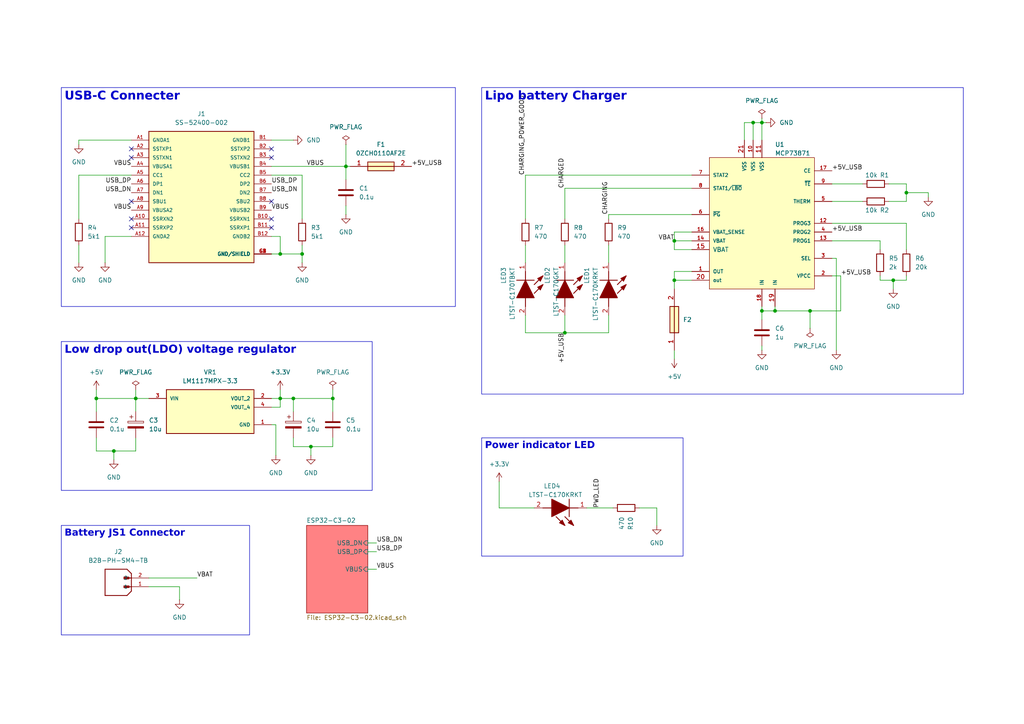
<source format=kicad_sch>
(kicad_sch
	(version 20250114)
	(generator "eeschema")
	(generator_version "9.0")
	(uuid "8b37029f-0092-46d9-b2c3-ae65ea169db1")
	(paper "A4")
	(title_block
		(title "ESP32 Sensor Board")
		(date "2025-12-15")
		(company "YUKESH S  2024104010")
	)
	(lib_symbols
		(symbol "0ZCH0110AF2E:0ZCH0110AF2E"
			(pin_names
				(hide yes)
			)
			(exclude_from_sim no)
			(in_bom yes)
			(on_board yes)
			(property "Reference" "F"
				(at 13.97 6.35 0)
				(effects
					(font
						(size 1.27 1.27)
					)
					(justify left top)
				)
			)
			(property "Value" "0ZCH0110AF2E"
				(at 13.97 3.81 0)
				(effects
					(font
						(size 1.27 1.27)
					)
					(justify left top)
				)
			)
			(property "Footprint" "FUSC3226X100N"
				(at 13.97 -96.19 0)
				(effects
					(font
						(size 1.27 1.27)
					)
					(justify left top)
					(hide yes)
				)
			)
			(property "Datasheet" "https://www.belfuse.com/resources/datasheets/circuitprotection/ds-cp-0zch-series.pdf"
				(at 13.97 -196.19 0)
				(effects
					(font
						(size 1.27 1.27)
					)
					(justify left top)
					(hide yes)
				)
			)
			(property "Description" "1210 SMT PPTC | 1.10 Ih | 16V"
				(at 0 0 0)
				(effects
					(font
						(size 1.27 1.27)
					)
					(hide yes)
				)
			)
			(property "Height" "1"
				(at 13.97 -396.19 0)
				(effects
					(font
						(size 1.27 1.27)
					)
					(justify left top)
					(hide yes)
				)
			)
			(property "Manufacturer_Name" "Bel Circuit Protection"
				(at 13.97 -496.19 0)
				(effects
					(font
						(size 1.27 1.27)
					)
					(justify left top)
					(hide yes)
				)
			)
			(property "Manufacturer_Part_Number" "0ZCH0110AF2E"
				(at 13.97 -596.19 0)
				(effects
					(font
						(size 1.27 1.27)
					)
					(justify left top)
					(hide yes)
				)
			)
			(property "Mouser Part Number" ""
				(at 13.97 -696.19 0)
				(effects
					(font
						(size 1.27 1.27)
					)
					(justify left top)
					(hide yes)
				)
			)
			(property "Mouser Price/Stock" ""
				(at 13.97 -796.19 0)
				(effects
					(font
						(size 1.27 1.27)
					)
					(justify left top)
					(hide yes)
				)
			)
			(property "Arrow Part Number" ""
				(at 13.97 -896.19 0)
				(effects
					(font
						(size 1.27 1.27)
					)
					(justify left top)
					(hide yes)
				)
			)
			(property "Arrow Price/Stock" ""
				(at 13.97 -996.19 0)
				(effects
					(font
						(size 1.27 1.27)
					)
					(justify left top)
					(hide yes)
				)
			)
			(symbol "0ZCH0110AF2E_1_1"
				(rectangle
					(start 5.08 1.27)
					(end 12.7 -1.27)
					(stroke
						(width 0.254)
						(type default)
					)
					(fill
						(type background)
					)
				)
				(polyline
					(pts
						(xy 5.08 0) (xy 12.7 0)
					)
					(stroke
						(width 0.254)
						(type default)
					)
					(fill
						(type none)
					)
				)
				(pin passive line
					(at 0 0 0)
					(length 5.08)
					(name "1"
						(effects
							(font
								(size 1.27 1.27)
							)
						)
					)
					(number "1"
						(effects
							(font
								(size 1.27 1.27)
							)
						)
					)
				)
				(pin passive line
					(at 17.78 0 180)
					(length 5.08)
					(name "2"
						(effects
							(font
								(size 1.27 1.27)
							)
						)
					)
					(number "2"
						(effects
							(font
								(size 1.27 1.27)
							)
						)
					)
				)
			)
			(embedded_fonts no)
		)
		(symbol "B2B-PH-SM4-TB:B2B-PH-SM4-TB"
			(pin_names
				(offset 1.016)
			)
			(exclude_from_sim no)
			(in_bom yes)
			(on_board yes)
			(property "Reference" "J"
				(at 0 6.35 0)
				(effects
					(font
						(size 1.27 1.27)
					)
					(justify left bottom)
				)
			)
			(property "Value" "B2B-PH-SM4-TB"
				(at 0 -5.08 0)
				(effects
					(font
						(size 1.27 1.27)
					)
					(justify left bottom)
				)
			)
			(property "Footprint" "B2B-PH-SM4-TB:JST_B2B-PH-SM4-TB"
				(at 0 0 0)
				(effects
					(font
						(size 1.27 1.27)
					)
					(justify bottom)
					(hide yes)
				)
			)
			(property "Datasheet" ""
				(at 0 0 0)
				(effects
					(font
						(size 1.27 1.27)
					)
					(hide yes)
				)
			)
			(property "Description" ""
				(at 0 0 0)
				(effects
					(font
						(size 1.27 1.27)
					)
					(hide yes)
				)
			)
			(property "MF" "JST"
				(at 0 0 0)
				(effects
					(font
						(size 1.27 1.27)
					)
					(justify bottom)
					(hide yes)
				)
			)
			(property "MAXIMUM_PACKAGE_HEIGHT" "6.6 mm"
				(at 0 0 0)
				(effects
					(font
						(size 1.27 1.27)
					)
					(justify bottom)
					(hide yes)
				)
			)
			(property "Package" "NON STANDARD-2 JST"
				(at 0 0 0)
				(effects
					(font
						(size 1.27 1.27)
					)
					(justify bottom)
					(hide yes)
				)
			)
			(property "Price" "None"
				(at 0 0 0)
				(effects
					(font
						(size 1.27 1.27)
					)
					(justify bottom)
					(hide yes)
				)
			)
			(property "Check_prices" "https://www.snapeda.com/parts/B2B-PH-SM4-TB/JST/view-part/?ref=eda"
				(at 0 0 0)
				(effects
					(font
						(size 1.27 1.27)
					)
					(justify bottom)
					(hide yes)
				)
			)
			(property "STANDARD" "Manufacturer Recommendations"
				(at 0 0 0)
				(effects
					(font
						(size 1.27 1.27)
					)
					(justify bottom)
					(hide yes)
				)
			)
			(property "PARTREV" "N/A"
				(at 0 0 0)
				(effects
					(font
						(size 1.27 1.27)
					)
					(justify bottom)
					(hide yes)
				)
			)
			(property "SnapEDA_Link" "https://www.snapeda.com/parts/B2B-PH-SM4-TB/JST/view-part/?ref=snap"
				(at 0 0 0)
				(effects
					(font
						(size 1.27 1.27)
					)
					(justify bottom)
					(hide yes)
				)
			)
			(property "MP" "B2B-PH-SM4-TB"
				(at 0 0 0)
				(effects
					(font
						(size 1.27 1.27)
					)
					(justify bottom)
					(hide yes)
				)
			)
			(property "Description_1" "Connector Header Surface Mount 2 position 0.079 (2.00mm)"
				(at 0 0 0)
				(effects
					(font
						(size 1.27 1.27)
					)
					(justify bottom)
					(hide yes)
				)
			)
			(property "Availability" "In Stock"
				(at 0 0 0)
				(effects
					(font
						(size 1.27 1.27)
					)
					(justify bottom)
					(hide yes)
				)
			)
			(property "MANUFACTURER" "JST"
				(at 0 0 0)
				(effects
					(font
						(size 1.27 1.27)
					)
					(justify bottom)
					(hide yes)
				)
			)
			(symbol "B2B-PH-SM4-TB_0_0"
				(polyline
					(pts
						(xy 0 3.81) (xy 0 2.54)
					)
					(stroke
						(width 0.254)
						(type default)
					)
					(fill
						(type none)
					)
				)
				(polyline
					(pts
						(xy 0 3.81) (xy 1.27 5.08)
					)
					(stroke
						(width 0.254)
						(type default)
					)
					(fill
						(type none)
					)
				)
				(polyline
					(pts
						(xy 0 2.54) (xy 0 -1.27)
					)
					(stroke
						(width 0.254)
						(type default)
					)
					(fill
						(type none)
					)
				)
				(polyline
					(pts
						(xy 0 2.54) (xy 1.905 2.54)
					)
					(stroke
						(width 0.254)
						(type default)
					)
					(fill
						(type none)
					)
				)
				(polyline
					(pts
						(xy 0 0) (xy 1.905 0)
					)
					(stroke
						(width 0.254)
						(type default)
					)
					(fill
						(type none)
					)
				)
				(polyline
					(pts
						(xy 0 -1.27) (xy 1.27 -2.54)
					)
					(stroke
						(width 0.254)
						(type default)
					)
					(fill
						(type none)
					)
				)
				(rectangle
					(start 0.635 2.2225)
					(end 2.2225 2.8575)
					(stroke
						(width 0.1)
						(type default)
					)
					(fill
						(type outline)
					)
				)
				(rectangle
					(start 0.635 -0.3175)
					(end 2.2225 0.3175)
					(stroke
						(width 0.1)
						(type default)
					)
					(fill
						(type outline)
					)
				)
				(polyline
					(pts
						(xy 1.27 -2.54) (xy 7.62 -2.54)
					)
					(stroke
						(width 0.254)
						(type default)
					)
					(fill
						(type none)
					)
				)
				(polyline
					(pts
						(xy 7.62 5.08) (xy 1.27 5.08)
					)
					(stroke
						(width 0.254)
						(type default)
					)
					(fill
						(type none)
					)
				)
				(polyline
					(pts
						(xy 7.62 -2.54) (xy 7.62 5.08)
					)
					(stroke
						(width 0.254)
						(type default)
					)
					(fill
						(type none)
					)
				)
				(pin passive line
					(at -5.08 2.54 0)
					(length 5.08)
					(name "1"
						(effects
							(font
								(size 1.016 1.016)
							)
						)
					)
					(number "1"
						(effects
							(font
								(size 1.016 1.016)
							)
						)
					)
				)
				(pin passive line
					(at -5.08 0 0)
					(length 5.08)
					(name "2"
						(effects
							(font
								(size 1.016 1.016)
							)
						)
					)
					(number "2"
						(effects
							(font
								(size 1.016 1.016)
							)
						)
					)
				)
			)
			(embedded_fonts no)
		)
		(symbol "Device:C"
			(pin_numbers
				(hide yes)
			)
			(pin_names
				(offset 0.254)
			)
			(exclude_from_sim no)
			(in_bom yes)
			(on_board yes)
			(property "Reference" "C"
				(at 0.635 2.54 0)
				(effects
					(font
						(size 1.27 1.27)
					)
					(justify left)
				)
			)
			(property "Value" "C"
				(at 0.635 -2.54 0)
				(effects
					(font
						(size 1.27 1.27)
					)
					(justify left)
				)
			)
			(property "Footprint" ""
				(at 0.9652 -3.81 0)
				(effects
					(font
						(size 1.27 1.27)
					)
					(hide yes)
				)
			)
			(property "Datasheet" "~"
				(at 0 0 0)
				(effects
					(font
						(size 1.27 1.27)
					)
					(hide yes)
				)
			)
			(property "Description" "Unpolarized capacitor"
				(at 0 0 0)
				(effects
					(font
						(size 1.27 1.27)
					)
					(hide yes)
				)
			)
			(property "ki_keywords" "cap capacitor"
				(at 0 0 0)
				(effects
					(font
						(size 1.27 1.27)
					)
					(hide yes)
				)
			)
			(property "ki_fp_filters" "C_*"
				(at 0 0 0)
				(effects
					(font
						(size 1.27 1.27)
					)
					(hide yes)
				)
			)
			(symbol "C_0_1"
				(polyline
					(pts
						(xy -2.032 0.762) (xy 2.032 0.762)
					)
					(stroke
						(width 0.508)
						(type default)
					)
					(fill
						(type none)
					)
				)
				(polyline
					(pts
						(xy -2.032 -0.762) (xy 2.032 -0.762)
					)
					(stroke
						(width 0.508)
						(type default)
					)
					(fill
						(type none)
					)
				)
			)
			(symbol "C_1_1"
				(pin passive line
					(at 0 3.81 270)
					(length 2.794)
					(name "~"
						(effects
							(font
								(size 1.27 1.27)
							)
						)
					)
					(number "1"
						(effects
							(font
								(size 1.27 1.27)
							)
						)
					)
				)
				(pin passive line
					(at 0 -3.81 90)
					(length 2.794)
					(name "~"
						(effects
							(font
								(size 1.27 1.27)
							)
						)
					)
					(number "2"
						(effects
							(font
								(size 1.27 1.27)
							)
						)
					)
				)
			)
			(embedded_fonts no)
		)
		(symbol "Device:C_Polarized"
			(pin_numbers
				(hide yes)
			)
			(pin_names
				(offset 0.254)
			)
			(exclude_from_sim no)
			(in_bom yes)
			(on_board yes)
			(property "Reference" "C"
				(at 0.635 2.54 0)
				(effects
					(font
						(size 1.27 1.27)
					)
					(justify left)
				)
			)
			(property "Value" "C_Polarized"
				(at 0.635 -2.54 0)
				(effects
					(font
						(size 1.27 1.27)
					)
					(justify left)
				)
			)
			(property "Footprint" ""
				(at 0.9652 -3.81 0)
				(effects
					(font
						(size 1.27 1.27)
					)
					(hide yes)
				)
			)
			(property "Datasheet" "~"
				(at 0 0 0)
				(effects
					(font
						(size 1.27 1.27)
					)
					(hide yes)
				)
			)
			(property "Description" "Polarized capacitor"
				(at 0 0 0)
				(effects
					(font
						(size 1.27 1.27)
					)
					(hide yes)
				)
			)
			(property "ki_keywords" "cap capacitor"
				(at 0 0 0)
				(effects
					(font
						(size 1.27 1.27)
					)
					(hide yes)
				)
			)
			(property "ki_fp_filters" "CP_*"
				(at 0 0 0)
				(effects
					(font
						(size 1.27 1.27)
					)
					(hide yes)
				)
			)
			(symbol "C_Polarized_0_1"
				(rectangle
					(start -2.286 0.508)
					(end 2.286 1.016)
					(stroke
						(width 0)
						(type default)
					)
					(fill
						(type none)
					)
				)
				(polyline
					(pts
						(xy -1.778 2.286) (xy -0.762 2.286)
					)
					(stroke
						(width 0)
						(type default)
					)
					(fill
						(type none)
					)
				)
				(polyline
					(pts
						(xy -1.27 2.794) (xy -1.27 1.778)
					)
					(stroke
						(width 0)
						(type default)
					)
					(fill
						(type none)
					)
				)
				(rectangle
					(start 2.286 -0.508)
					(end -2.286 -1.016)
					(stroke
						(width 0)
						(type default)
					)
					(fill
						(type outline)
					)
				)
			)
			(symbol "C_Polarized_1_1"
				(pin passive line
					(at 0 3.81 270)
					(length 2.794)
					(name "~"
						(effects
							(font
								(size 1.27 1.27)
							)
						)
					)
					(number "1"
						(effects
							(font
								(size 1.27 1.27)
							)
						)
					)
				)
				(pin passive line
					(at 0 -3.81 90)
					(length 2.794)
					(name "~"
						(effects
							(font
								(size 1.27 1.27)
							)
						)
					)
					(number "2"
						(effects
							(font
								(size 1.27 1.27)
							)
						)
					)
				)
			)
			(embedded_fonts no)
		)
		(symbol "Device:R"
			(pin_numbers
				(hide yes)
			)
			(pin_names
				(offset 0)
			)
			(exclude_from_sim no)
			(in_bom yes)
			(on_board yes)
			(property "Reference" "R"
				(at 2.032 0 90)
				(effects
					(font
						(size 1.27 1.27)
					)
				)
			)
			(property "Value" "R"
				(at 0 0 90)
				(effects
					(font
						(size 1.27 1.27)
					)
				)
			)
			(property "Footprint" ""
				(at -1.778 0 90)
				(effects
					(font
						(size 1.27 1.27)
					)
					(hide yes)
				)
			)
			(property "Datasheet" "~"
				(at 0 0 0)
				(effects
					(font
						(size 1.27 1.27)
					)
					(hide yes)
				)
			)
			(property "Description" "Resistor"
				(at 0 0 0)
				(effects
					(font
						(size 1.27 1.27)
					)
					(hide yes)
				)
			)
			(property "ki_keywords" "R res resistor"
				(at 0 0 0)
				(effects
					(font
						(size 1.27 1.27)
					)
					(hide yes)
				)
			)
			(property "ki_fp_filters" "R_*"
				(at 0 0 0)
				(effects
					(font
						(size 1.27 1.27)
					)
					(hide yes)
				)
			)
			(symbol "R_0_1"
				(rectangle
					(start -1.016 -2.54)
					(end 1.016 2.54)
					(stroke
						(width 0.254)
						(type default)
					)
					(fill
						(type none)
					)
				)
			)
			(symbol "R_1_1"
				(pin passive line
					(at 0 3.81 270)
					(length 1.27)
					(name "~"
						(effects
							(font
								(size 1.27 1.27)
							)
						)
					)
					(number "1"
						(effects
							(font
								(size 1.27 1.27)
							)
						)
					)
				)
				(pin passive line
					(at 0 -3.81 90)
					(length 1.27)
					(name "~"
						(effects
							(font
								(size 1.27 1.27)
							)
						)
					)
					(number "2"
						(effects
							(font
								(size 1.27 1.27)
							)
						)
					)
				)
			)
			(embedded_fonts no)
		)
		(symbol "LM1117MPX-3.3:LM1117MPX-3.3"
			(pin_names
				(offset 1.016)
			)
			(exclude_from_sim no)
			(in_bom yes)
			(on_board yes)
			(property "Reference" "VR"
				(at -12.7 6.08 0)
				(effects
					(font
						(size 1.27 1.27)
					)
					(justify left bottom)
				)
			)
			(property "Value" "LM1117MPX-3.3"
				(at -12.7 -9.08 0)
				(effects
					(font
						(size 1.27 1.27)
					)
					(justify left top)
				)
			)
			(property "Footprint" "LM1117MPX-3.3:VREG_LM1117MPX-3.3"
				(at 0 0 0)
				(effects
					(font
						(size 1.27 1.27)
					)
					(justify bottom)
					(hide yes)
				)
			)
			(property "Datasheet" ""
				(at 0 0 0)
				(effects
					(font
						(size 1.27 1.27)
					)
					(hide yes)
				)
			)
			(property "Description" "800-mA 15-V linear voltage regulator 4-SOT-223"
				(at 0 0 0)
				(effects
					(font
						(size 1.27 1.27)
					)
					(justify bottom)
					(hide yes)
				)
			)
			(property "MF" "onsemi"
				(at 0 0 0)
				(effects
					(font
						(size 1.27 1.27)
					)
					(justify bottom)
					(hide yes)
				)
			)
			(property "PACKAGE" "SOT-223-4 Texas Instruments"
				(at 0 0 0)
				(effects
					(font
						(size 1.27 1.27)
					)
					(justify bottom)
					(hide yes)
				)
			)
			(property "PRICE" "None"
				(at 0 0 0)
				(effects
					(font
						(size 1.27 1.27)
					)
					(justify bottom)
					(hide yes)
				)
			)
			(property "Package" "SOT-223-4 ON Semiconductor"
				(at 0 0 0)
				(effects
					(font
						(size 1.27 1.27)
					)
					(justify bottom)
					(hide yes)
				)
			)
			(property "Check_prices" "https://www.snapeda.com/parts/LM1117MPX-33NOPB/Onsemi/view-part/?ref=eda"
				(at 0 0 0)
				(effects
					(font
						(size 1.27 1.27)
					)
					(justify bottom)
					(hide yes)
				)
			)
			(property "Price" "None"
				(at 0 0 0)
				(effects
					(font
						(size 1.27 1.27)
					)
					(justify bottom)
					(hide yes)
				)
			)
			(property "SnapEDA_Link" "https://www.snapeda.com/parts/LM1117MPX-33NOPB/Onsemi/view-part/?ref=snap"
				(at 0 0 0)
				(effects
					(font
						(size 1.27 1.27)
					)
					(justify bottom)
					(hide yes)
				)
			)
			(property "MP" "LM1117MPX-33NOPB"
				(at 0 0 0)
				(effects
					(font
						(size 1.27 1.27)
					)
					(justify bottom)
					(hide yes)
				)
			)
			(property "Description_1" "Linear Voltage Regulator IC Positive Fixed 1 Output 800mA SOT-223"
				(at 0 0 0)
				(effects
					(font
						(size 1.27 1.27)
					)
					(justify bottom)
					(hide yes)
				)
			)
			(property "Availability" "In Stock"
				(at 0 0 0)
				(effects
					(font
						(size 1.27 1.27)
					)
					(justify bottom)
					(hide yes)
				)
			)
			(property "AVAILABILITY" "Warning"
				(at 0 0 0)
				(effects
					(font
						(size 1.27 1.27)
					)
					(justify bottom)
					(hide yes)
				)
			)
			(property "PURCHASE-URL" "https://pricing.snapeda.com/search/part/LM1117MPX-3.3/?ref=eda"
				(at 0 0 0)
				(effects
					(font
						(size 1.27 1.27)
					)
					(justify bottom)
					(hide yes)
				)
			)
			(symbol "LM1117MPX-3.3_0_0"
				(rectangle
					(start -12.7 -7.62)
					(end 12.7 5.08)
					(stroke
						(width 0.254)
						(type default)
					)
					(fill
						(type background)
					)
				)
				(pin power_in line
					(at -17.78 2.54 0)
					(length 5.08)
					(name "VIN"
						(effects
							(font
								(size 1.016 1.016)
							)
						)
					)
					(number "3"
						(effects
							(font
								(size 1.016 1.016)
							)
						)
					)
				)
				(pin power_in line
					(at 17.78 2.54 180)
					(length 5.08)
					(name "VOUT_2"
						(effects
							(font
								(size 1.016 1.016)
							)
						)
					)
					(number "2"
						(effects
							(font
								(size 1.016 1.016)
							)
						)
					)
				)
				(pin power_in line
					(at 17.78 0 180)
					(length 5.08)
					(name "VOUT_4"
						(effects
							(font
								(size 1.016 1.016)
							)
						)
					)
					(number "4"
						(effects
							(font
								(size 1.016 1.016)
							)
						)
					)
				)
				(pin power_in line
					(at 17.78 -5.08 180)
					(length 5.08)
					(name "GND"
						(effects
							(font
								(size 1.016 1.016)
							)
						)
					)
					(number "1"
						(effects
							(font
								(size 1.016 1.016)
							)
						)
					)
				)
			)
			(embedded_fonts no)
		)
		(symbol "LTST-C170GKT:LTST-C170GKT"
			(pin_names
				(hide yes)
			)
			(exclude_from_sim no)
			(in_bom yes)
			(on_board yes)
			(property "Reference" "LED"
				(at 12.7 8.89 0)
				(effects
					(font
						(size 1.27 1.27)
					)
					(justify left bottom)
				)
			)
			(property "Value" "LTST-C170GKT"
				(at 12.7 6.35 0)
				(effects
					(font
						(size 1.27 1.27)
					)
					(justify left bottom)
				)
			)
			(property "Footprint" "LEDC2012X120N"
				(at 12.7 -93.65 0)
				(effects
					(font
						(size 1.27 1.27)
					)
					(justify left bottom)
					(hide yes)
				)
			)
			(property "Datasheet" "https://mm.digikey.com/Volume0/opasdata/d220001/medias/docus/895/LTST-C170GKT.pdf"
				(at 12.7 -193.65 0)
				(effects
					(font
						(size 1.27 1.27)
					)
					(justify left bottom)
					(hide yes)
				)
			)
			(property "Description" "LED,SMD,0805,Green,6mcd,130deg Lite-On LTST-C170GKT, CHIPLED 0805 Series Green LED, 569 nm 2012 (0805), Rectangle Lens SMD package"
				(at 0 0 0)
				(effects
					(font
						(size 1.27 1.27)
					)
					(hide yes)
				)
			)
			(property "Height" "1.2"
				(at 12.7 -393.65 0)
				(effects
					(font
						(size 1.27 1.27)
					)
					(justify left bottom)
					(hide yes)
				)
			)
			(property "Manufacturer_Name" "Lite-On"
				(at 12.7 -493.65 0)
				(effects
					(font
						(size 1.27 1.27)
					)
					(justify left bottom)
					(hide yes)
				)
			)
			(property "Manufacturer_Part_Number" "LTST-C170GKT"
				(at 12.7 -593.65 0)
				(effects
					(font
						(size 1.27 1.27)
					)
					(justify left bottom)
					(hide yes)
				)
			)
			(property "Mouser Part Number" "859-LTST-C170GKT"
				(at 12.7 -693.65 0)
				(effects
					(font
						(size 1.27 1.27)
					)
					(justify left bottom)
					(hide yes)
				)
			)
			(property "Mouser Price/Stock" "https://www.mouser.co.uk/ProductDetail/Lite-On/LTST-C170GKT?qs=%2FSqKn2EfXQSV5aRij3YIfQ%3D%3D"
				(at 12.7 -793.65 0)
				(effects
					(font
						(size 1.27 1.27)
					)
					(justify left bottom)
					(hide yes)
				)
			)
			(property "Arrow Part Number" "LTST-C170GKT"
				(at 12.7 -893.65 0)
				(effects
					(font
						(size 1.27 1.27)
					)
					(justify left bottom)
					(hide yes)
				)
			)
			(property "Arrow Price/Stock" "https://www.arrow.com/en/products/ltst-c170gkt/lite-on-technology?utm_currency=USD&region=nac"
				(at 12.7 -993.65 0)
				(effects
					(font
						(size 1.27 1.27)
					)
					(justify left bottom)
					(hide yes)
				)
			)
			(symbol "LTST-C170GKT_1_1"
				(polyline
					(pts
						(xy 2.54 0) (xy 5.08 0)
					)
					(stroke
						(width 0.254)
						(type default)
					)
					(fill
						(type none)
					)
				)
				(polyline
					(pts
						(xy 5.08 2.54) (xy 5.08 -2.54)
					)
					(stroke
						(width 0.254)
						(type default)
					)
					(fill
						(type none)
					)
				)
				(polyline
					(pts
						(xy 5.08 0) (xy 10.16 2.54) (xy 10.16 -2.54) (xy 5.08 0)
					)
					(stroke
						(width 0.254)
						(type default)
					)
					(fill
						(type outline)
					)
				)
				(polyline
					(pts
						(xy 5.334 4.318) (xy 4.572 3.556) (xy 3.81 5.08) (xy 5.334 4.318)
					)
					(stroke
						(width 0.254)
						(type default)
					)
					(fill
						(type outline)
					)
				)
				(polyline
					(pts
						(xy 6.35 2.54) (xy 3.81 5.08)
					)
					(stroke
						(width 0.254)
						(type default)
					)
					(fill
						(type none)
					)
				)
				(polyline
					(pts
						(xy 7.874 4.318) (xy 7.112 3.556) (xy 6.35 5.08) (xy 7.874 4.318)
					)
					(stroke
						(width 0.254)
						(type default)
					)
					(fill
						(type outline)
					)
				)
				(polyline
					(pts
						(xy 8.89 2.54) (xy 6.35 5.08)
					)
					(stroke
						(width 0.254)
						(type default)
					)
					(fill
						(type none)
					)
				)
				(polyline
					(pts
						(xy 10.16 0) (xy 12.7 0)
					)
					(stroke
						(width 0.254)
						(type default)
					)
					(fill
						(type none)
					)
				)
				(pin passive line
					(at 0 0 0)
					(length 2.54)
					(name "K"
						(effects
							(font
								(size 1.27 1.27)
							)
						)
					)
					(number "1"
						(effects
							(font
								(size 1.27 1.27)
							)
						)
					)
				)
				(pin passive line
					(at 15.24 0 180)
					(length 2.54)
					(name "A"
						(effects
							(font
								(size 1.27 1.27)
							)
						)
					)
					(number "2"
						(effects
							(font
								(size 1.27 1.27)
							)
						)
					)
				)
			)
			(embedded_fonts no)
		)
		(symbol "LTST-C170KRKT:LTST-C170KRKT"
			(pin_names
				(hide yes)
			)
			(exclude_from_sim no)
			(in_bom yes)
			(on_board yes)
			(property "Reference" "LED"
				(at 12.7 8.89 0)
				(effects
					(font
						(size 1.27 1.27)
					)
					(justify left bottom)
				)
			)
			(property "Value" "LTST-C170KRKT"
				(at 12.7 6.35 0)
				(effects
					(font
						(size 1.27 1.27)
					)
					(justify left bottom)
				)
			)
			(property "Footprint" "LEDC2012X120N"
				(at 12.7 -93.65 0)
				(effects
					(font
						(size 1.27 1.27)
					)
					(justify left bottom)
					(hide yes)
				)
			)
			(property "Datasheet" "https://componentsearchengine.com/Datasheets/1/LTST-C170KRKT.pdf"
				(at 12.7 -193.65 0)
				(effects
					(font
						(size 1.27 1.27)
					)
					(justify left bottom)
					(hide yes)
				)
			)
			(property "Description" "Standard LEDs - SMD Red Clear 631nm"
				(at 0 0 0)
				(effects
					(font
						(size 1.27 1.27)
					)
					(hide yes)
				)
			)
			(property "Height" "1.2"
				(at 12.7 -393.65 0)
				(effects
					(font
						(size 1.27 1.27)
					)
					(justify left bottom)
					(hide yes)
				)
			)
			(property "Manufacturer_Name" "Lite-On"
				(at 12.7 -493.65 0)
				(effects
					(font
						(size 1.27 1.27)
					)
					(justify left bottom)
					(hide yes)
				)
			)
			(property "Manufacturer_Part_Number" "LTST-C170KRKT"
				(at 12.7 -593.65 0)
				(effects
					(font
						(size 1.27 1.27)
					)
					(justify left bottom)
					(hide yes)
				)
			)
			(property "Mouser Part Number" "859-LTST-C170KRKT"
				(at 12.7 -693.65 0)
				(effects
					(font
						(size 1.27 1.27)
					)
					(justify left bottom)
					(hide yes)
				)
			)
			(property "Mouser Price/Stock" "https://www.mouser.co.uk/ProductDetail/Lite-On/LTST-C170KRKT?qs=NUb82WqeCyrVOID%2Fxt4rgA%3D%3D"
				(at 12.7 -793.65 0)
				(effects
					(font
						(size 1.27 1.27)
					)
					(justify left bottom)
					(hide yes)
				)
			)
			(property "Arrow Part Number" "LTST-C170KRKT"
				(at 12.7 -893.65 0)
				(effects
					(font
						(size 1.27 1.27)
					)
					(justify left bottom)
					(hide yes)
				)
			)
			(property "Arrow Price/Stock" "https://www.arrow.com/en/products/ltst-c170krkt/lite-on-technology?utm_currency=USD&region=nac"
				(at 12.7 -993.65 0)
				(effects
					(font
						(size 1.27 1.27)
					)
					(justify left bottom)
					(hide yes)
				)
			)
			(symbol "LTST-C170KRKT_1_1"
				(polyline
					(pts
						(xy 2.54 0) (xy 5.08 0)
					)
					(stroke
						(width 0.254)
						(type default)
					)
					(fill
						(type none)
					)
				)
				(polyline
					(pts
						(xy 5.08 2.54) (xy 5.08 -2.54)
					)
					(stroke
						(width 0.254)
						(type default)
					)
					(fill
						(type none)
					)
				)
				(polyline
					(pts
						(xy 5.08 0) (xy 10.16 2.54) (xy 10.16 -2.54) (xy 5.08 0)
					)
					(stroke
						(width 0.254)
						(type default)
					)
					(fill
						(type outline)
					)
				)
				(polyline
					(pts
						(xy 5.334 4.318) (xy 4.572 3.556) (xy 3.81 5.08) (xy 5.334 4.318)
					)
					(stroke
						(width 0.254)
						(type default)
					)
					(fill
						(type outline)
					)
				)
				(polyline
					(pts
						(xy 6.35 2.54) (xy 3.81 5.08)
					)
					(stroke
						(width 0.254)
						(type default)
					)
					(fill
						(type none)
					)
				)
				(polyline
					(pts
						(xy 7.874 4.318) (xy 7.112 3.556) (xy 6.35 5.08) (xy 7.874 4.318)
					)
					(stroke
						(width 0.254)
						(type default)
					)
					(fill
						(type outline)
					)
				)
				(polyline
					(pts
						(xy 8.89 2.54) (xy 6.35 5.08)
					)
					(stroke
						(width 0.254)
						(type default)
					)
					(fill
						(type none)
					)
				)
				(polyline
					(pts
						(xy 10.16 0) (xy 12.7 0)
					)
					(stroke
						(width 0.254)
						(type default)
					)
					(fill
						(type none)
					)
				)
				(pin passive line
					(at 0 0 0)
					(length 2.54)
					(name "K"
						(effects
							(font
								(size 1.27 1.27)
							)
						)
					)
					(number "1"
						(effects
							(font
								(size 1.27 1.27)
							)
						)
					)
				)
				(pin passive line
					(at 15.24 0 180)
					(length 2.54)
					(name "A"
						(effects
							(font
								(size 1.27 1.27)
							)
						)
					)
					(number "2"
						(effects
							(font
								(size 1.27 1.27)
							)
						)
					)
				)
			)
			(embedded_fonts no)
		)
		(symbol "LTST-C170TBKT:LTST-C170TBKT"
			(pin_names
				(hide yes)
			)
			(exclude_from_sim no)
			(in_bom yes)
			(on_board yes)
			(property "Reference" "LED"
				(at 12.7 8.89 0)
				(effects
					(font
						(size 1.27 1.27)
					)
					(justify left bottom)
				)
			)
			(property "Value" "LTST-C170TBKT"
				(at 12.7 6.35 0)
				(effects
					(font
						(size 1.27 1.27)
					)
					(justify left bottom)
				)
			)
			(property "Footprint" "LEDC2012X120N"
				(at 12.7 -93.65 0)
				(effects
					(font
						(size 1.27 1.27)
					)
					(justify left bottom)
					(hide yes)
				)
			)
			(property "Datasheet" "https://componentsearchengine.com/Datasheets/1/LTST-C170TBKT.pdf"
				(at 12.7 -193.65 0)
				(effects
					(font
						(size 1.27 1.27)
					)
					(justify left bottom)
					(hide yes)
				)
			)
			(property "Description" "LED,SMD,0805,Blue,28mcd,130deg"
				(at 0 0 0)
				(effects
					(font
						(size 1.27 1.27)
					)
					(hide yes)
				)
			)
			(property "Height" "1.2"
				(at 12.7 -393.65 0)
				(effects
					(font
						(size 1.27 1.27)
					)
					(justify left bottom)
					(hide yes)
				)
			)
			(property "Manufacturer_Name" "Lite-On"
				(at 12.7 -493.65 0)
				(effects
					(font
						(size 1.27 1.27)
					)
					(justify left bottom)
					(hide yes)
				)
			)
			(property "Manufacturer_Part_Number" "LTST-C170TBKT"
				(at 12.7 -593.65 0)
				(effects
					(font
						(size 1.27 1.27)
					)
					(justify left bottom)
					(hide yes)
				)
			)
			(property "Mouser Part Number" "859-LTST-C170TBKT"
				(at 12.7 -693.65 0)
				(effects
					(font
						(size 1.27 1.27)
					)
					(justify left bottom)
					(hide yes)
				)
			)
			(property "Mouser Price/Stock" "https://www.mouser.co.uk/ProductDetail/Lite-On/LTST-C170TBKT?qs=0uL0gcxEMop2ooGmIUzw3A%3D%3D"
				(at 12.7 -793.65 0)
				(effects
					(font
						(size 1.27 1.27)
					)
					(justify left bottom)
					(hide yes)
				)
			)
			(property "Arrow Part Number" "LTST-C170TBKT"
				(at 12.7 -893.65 0)
				(effects
					(font
						(size 1.27 1.27)
					)
					(justify left bottom)
					(hide yes)
				)
			)
			(property "Arrow Price/Stock" "https://www.arrow.com/en/products/ltst-c170tbkt/lite-on-technology?utm_currency=USD&region=nac"
				(at 12.7 -993.65 0)
				(effects
					(font
						(size 1.27 1.27)
					)
					(justify left bottom)
					(hide yes)
				)
			)
			(symbol "LTST-C170TBKT_1_1"
				(polyline
					(pts
						(xy 2.54 0) (xy 5.08 0)
					)
					(stroke
						(width 0.254)
						(type default)
					)
					(fill
						(type none)
					)
				)
				(polyline
					(pts
						(xy 5.08 2.54) (xy 5.08 -2.54)
					)
					(stroke
						(width 0.254)
						(type default)
					)
					(fill
						(type none)
					)
				)
				(polyline
					(pts
						(xy 5.08 0) (xy 10.16 2.54) (xy 10.16 -2.54) (xy 5.08 0)
					)
					(stroke
						(width 0.254)
						(type default)
					)
					(fill
						(type outline)
					)
				)
				(polyline
					(pts
						(xy 5.334 4.318) (xy 4.572 3.556) (xy 3.81 5.08) (xy 5.334 4.318)
					)
					(stroke
						(width 0.254)
						(type default)
					)
					(fill
						(type outline)
					)
				)
				(polyline
					(pts
						(xy 6.35 2.54) (xy 3.81 5.08)
					)
					(stroke
						(width 0.254)
						(type default)
					)
					(fill
						(type none)
					)
				)
				(polyline
					(pts
						(xy 7.874 4.318) (xy 7.112 3.556) (xy 6.35 5.08) (xy 7.874 4.318)
					)
					(stroke
						(width 0.254)
						(type default)
					)
					(fill
						(type outline)
					)
				)
				(polyline
					(pts
						(xy 8.89 2.54) (xy 6.35 5.08)
					)
					(stroke
						(width 0.254)
						(type default)
					)
					(fill
						(type none)
					)
				)
				(polyline
					(pts
						(xy 10.16 0) (xy 12.7 0)
					)
					(stroke
						(width 0.254)
						(type default)
					)
					(fill
						(type none)
					)
				)
				(pin passive line
					(at 0 0 0)
					(length 2.54)
					(name "K"
						(effects
							(font
								(size 1.27 1.27)
							)
						)
					)
					(number "1"
						(effects
							(font
								(size 1.27 1.27)
							)
						)
					)
				)
				(pin passive line
					(at 15.24 0 180)
					(length 2.54)
					(name "A"
						(effects
							(font
								(size 1.27 1.27)
							)
						)
					)
					(number "2"
						(effects
							(font
								(size 1.27 1.27)
							)
						)
					)
				)
			)
			(embedded_fonts no)
		)
		(symbol "MCP73871-2CAI_ML:MCP73871-2CAI_ML"
			(pin_names
				(offset 1.016)
			)
			(exclude_from_sim no)
			(in_bom yes)
			(on_board yes)
			(property "Reference" "U1"
				(at 3.81 21.59 0)
				(effects
					(font
						(size 1.27 1.27)
					)
					(justify left)
				)
			)
			(property "Value" "MCP73871"
				(at 3.81 19.05 0)
				(effects
					(font
						(size 1.27 1.27)
					)
					(justify left)
				)
			)
			(property "Footprint" "Esp-32_sensor_Board004_Footprints:QFN50P400X400X100-21N"
				(at 0 0 0)
				(effects
					(font
						(size 1.27 1.27)
					)
					(justify bottom)
					(hide yes)
				)
			)
			(property "Datasheet" ""
				(at 0 0 0)
				(effects
					(font
						(size 1.27 1.27)
					)
					(hide yes)
				)
			)
			(property "Description" ""
				(at 0 0 0)
				(effects
					(font
						(size 1.27 1.27)
					)
					(hide yes)
				)
			)
			(property "MF" "Microchip"
				(at 0 0 0)
				(effects
					(font
						(size 1.27 1.27)
					)
					(justify bottom)
					(hide yes)
				)
			)
			(property "SNAPEDA_PACKAGE_ID" "22102"
				(at 0 0 0)
				(effects
					(font
						(size 1.27 1.27)
					)
					(justify bottom)
					(hide yes)
				)
			)
			(property "Package" "QFN-20 Microchip"
				(at 0 0 0)
				(effects
					(font
						(size 1.27 1.27)
					)
					(justify bottom)
					(hide yes)
				)
			)
			(property "Price" "None"
				(at 0 0 0)
				(effects
					(font
						(size 1.27 1.27)
					)
					(justify bottom)
					(hide yes)
				)
			)
			(property "Check_prices" "https://www.snapeda.com/parts/MCP73871-2CAI/ML/Microchip/view-part/?ref=eda"
				(at 0 0 0)
				(effects
					(font
						(size 1.27 1.27)
					)
					(justify bottom)
					(hide yes)
				)
			)
			(property "STANDARD" "IPC-7351B"
				(at 0 0 0)
				(effects
					(font
						(size 1.27 1.27)
					)
					(justify bottom)
					(hide yes)
				)
			)
			(property "PARTREV" "D"
				(at 0 0 0)
				(effects
					(font
						(size 1.27 1.27)
					)
					(justify bottom)
					(hide yes)
				)
			)
			(property "SnapEDA_Link" "https://www.snapeda.com/parts/MCP73871-2CAI/ML/Microchip/view-part/?ref=snap"
				(at 0 0 0)
				(effects
					(font
						(size 1.27 1.27)
					)
					(justify bottom)
					(hide yes)
				)
			)
			(property "MP" "MCP73871-2CAI/ML"
				(at 0 0 0)
				(effects
					(font
						(size 1.27 1.27)
					)
					(justify bottom)
					(hide yes)
				)
			)
			(property "Description_1" "Microchip MCP73871-2CAI/ML, Battery Charge Controller, 1000mA, 20-Pin QFN | Microchip Technology Inc. MCP73871-2CAI/ML"
				(at 0 0 0)
				(effects
					(font
						(size 1.27 1.27)
					)
					(justify bottom)
					(hide yes)
				)
			)
			(property "Availability" "In Stock"
				(at 0 0 0)
				(effects
					(font
						(size 1.27 1.27)
					)
					(justify bottom)
					(hide yes)
				)
			)
			(property "MANUFACTURER" "Microchip Corp."
				(at 0 0 0)
				(effects
					(font
						(size 1.27 1.27)
					)
					(justify bottom)
					(hide yes)
				)
			)
			(property "Short Description" ""
				(at 0 0 0)
				(effects
					(font
						(size 1.27 1.27)
					)
				)
			)
			(symbol "MCP73871-2CAI_ML_0_0"
				(rectangle
					(start -15.24 17.78)
					(end 15.24 -20.32)
					(stroke
						(width 0.1524)
						(type default)
					)
					(fill
						(type background)
					)
				)
				(pin output line
					(at -20.32 12.7 0)
					(length 5.08)
					(name "STAT2"
						(effects
							(font
								(size 1.016 1.016)
							)
						)
					)
					(number "7"
						(effects
							(font
								(size 1.016 1.016)
							)
						)
					)
				)
				(pin output line
					(at -20.32 8.89 0)
					(length 5.08)
					(name "STAT1/~{LBO}"
						(effects
							(font
								(size 1.016 1.016)
							)
						)
					)
					(number "8"
						(effects
							(font
								(size 1.016 1.016)
							)
						)
					)
				)
				(pin output line
					(at -20.32 1.27 0)
					(length 5.08)
					(name "~{PG}"
						(effects
							(font
								(size 1.016 1.016)
							)
						)
					)
					(number "6"
						(effects
							(font
								(size 1.016 1.016)
							)
						)
					)
				)
				(pin bidirectional line
					(at -20.32 -3.81 0)
					(length 5.08)
					(name "VBAT_SENSE"
						(effects
							(font
								(size 1.016 1.016)
							)
						)
					)
					(number "16"
						(effects
							(font
								(size 1.016 1.016)
							)
						)
					)
				)
				(pin bidirectional line
					(at -20.32 -6.35 0)
					(length 5.08)
					(name "VBAT"
						(effects
							(font
								(size 1.016 1.016)
							)
						)
					)
					(number "14"
						(effects
							(font
								(size 1.016 1.016)
							)
						)
					)
				)
				(pin input line
					(at -20.32 -15.24 0)
					(length 5.08)
					(name "OUT"
						(effects
							(font
								(size 1.016 1.016)
							)
						)
					)
					(number "1"
						(effects
							(font
								(size 1.016 1.016)
							)
						)
					)
				)
				(pin power_in line
					(at -2.54 22.86 270)
					(length 5.08)
					(name "VSS"
						(effects
							(font
								(size 1.016 1.016)
							)
						)
					)
					(number "10"
						(effects
							(font
								(size 1.016 1.016)
							)
						)
					)
				)
				(pin input line
					(at 0 -25.4 90)
					(length 5.08)
					(name "IN"
						(effects
							(font
								(size 1.016 1.016)
							)
						)
					)
					(number "18"
						(effects
							(font
								(size 1.016 1.016)
							)
						)
					)
				)
				(pin input line
					(at 20.32 13.97 180)
					(length 5.08)
					(name "CE"
						(effects
							(font
								(size 1.016 1.016)
							)
						)
					)
					(number "17"
						(effects
							(font
								(size 1.016 1.016)
							)
						)
					)
				)
				(pin input line
					(at 20.32 10.16 180)
					(length 5.08)
					(name "~{TE}"
						(effects
							(font
								(size 1.016 1.016)
							)
						)
					)
					(number "9"
						(effects
							(font
								(size 1.016 1.016)
							)
						)
					)
				)
				(pin bidirectional line
					(at 20.32 5.08 180)
					(length 5.08)
					(name "THERM"
						(effects
							(font
								(size 1.016 1.016)
							)
						)
					)
					(number "5"
						(effects
							(font
								(size 1.016 1.016)
							)
						)
					)
				)
				(pin bidirectional line
					(at 20.32 -1.27 180)
					(length 5.08)
					(name "PROG3"
						(effects
							(font
								(size 1.016 1.016)
							)
						)
					)
					(number "12"
						(effects
							(font
								(size 1.016 1.016)
							)
						)
					)
				)
				(pin input line
					(at 20.32 -3.81 180)
					(length 5.08)
					(name "PROG2"
						(effects
							(font
								(size 1.016 1.016)
							)
						)
					)
					(number "4"
						(effects
							(font
								(size 1.016 1.016)
							)
						)
					)
				)
				(pin bidirectional line
					(at 20.32 -6.35 180)
					(length 5.08)
					(name "PROG1"
						(effects
							(font
								(size 1.016 1.016)
							)
						)
					)
					(number "13"
						(effects
							(font
								(size 1.016 1.016)
							)
						)
					)
				)
				(pin input line
					(at 20.32 -11.43 180)
					(length 5.08)
					(name "SEL"
						(effects
							(font
								(size 1.016 1.016)
							)
						)
					)
					(number "3"
						(effects
							(font
								(size 1.016 1.016)
							)
						)
					)
				)
				(pin input line
					(at 20.32 -16.51 180)
					(length 5.08)
					(name "VPCC"
						(effects
							(font
								(size 1.016 1.016)
							)
						)
					)
					(number "2"
						(effects
							(font
								(size 1.016 1.016)
							)
						)
					)
				)
			)
			(symbol "MCP73871-2CAI_ML_1_1"
				(pin bidirectional line
					(at -20.32 -8.89 0)
					(length 5.08)
					(name "VBAT"
						(effects
							(font
								(size 1.27 1.27)
							)
						)
					)
					(number "15"
						(effects
							(font
								(size 1.27 1.27)
							)
						)
					)
				)
				(pin input line
					(at -20.32 -17.78 0)
					(length 5.08)
					(name "out"
						(effects
							(font
								(size 1 1)
							)
						)
					)
					(number "20"
						(effects
							(font
								(size 1.27 1.27)
							)
						)
					)
				)
				(pin power_in line
					(at -5.08 22.86 270)
					(length 5.08)
					(name "VSS"
						(effects
							(font
								(size 1 1)
							)
						)
					)
					(number "21"
						(effects
							(font
								(size 1.27 1.27)
							)
						)
					)
				)
				(pin power_in line
					(at 0 22.86 270)
					(length 5.08)
					(name "VSS"
						(effects
							(font
								(size 1 1)
							)
						)
					)
					(number "11"
						(effects
							(font
								(size 1.27 1.27)
							)
						)
					)
				)
				(pin power_in line
					(at 3.81 -25.4 90)
					(length 5.08)
					(name "IN"
						(effects
							(font
								(size 1 1)
							)
						)
					)
					(number "19"
						(effects
							(font
								(size 1.27 1.27)
							)
						)
					)
				)
			)
			(embedded_fonts no)
		)
		(symbol "SS-52400-002:SS-52400-002"
			(pin_names
				(offset 1.016)
			)
			(exclude_from_sim no)
			(in_bom yes)
			(on_board yes)
			(property "Reference" "J"
				(at -15.24 19.05 0)
				(effects
					(font
						(size 1.27 1.27)
					)
					(justify left bottom)
				)
			)
			(property "Value" "SS-52400-002"
				(at -15.24 -22.86 0)
				(effects
					(font
						(size 1.27 1.27)
					)
					(justify left bottom)
				)
			)
			(property "Footprint" "SS-52400-002:BELFUSE_SS-52400-002"
				(at 0 0 0)
				(effects
					(font
						(size 1.27 1.27)
					)
					(justify bottom)
					(hide yes)
				)
			)
			(property "Datasheet" ""
				(at 0 0 0)
				(effects
					(font
						(size 1.27 1.27)
					)
					(hide yes)
				)
			)
			(property "Description" ""
				(at 0 0 0)
				(effects
					(font
						(size 1.27 1.27)
					)
					(hide yes)
				)
			)
			(property "MF" "Bel Fuse"
				(at 0 0 0)
				(effects
					(font
						(size 1.27 1.27)
					)
					(justify bottom)
					(hide yes)
				)
			)
			(property "MAXIMUM_PACKAGE_HEIGHT" "2.96 mm"
				(at 0 0 0)
				(effects
					(font
						(size 1.27 1.27)
					)
					(justify bottom)
					(hide yes)
				)
			)
			(property "Package" "None"
				(at 0 0 0)
				(effects
					(font
						(size 1.27 1.27)
					)
					(justify bottom)
					(hide yes)
				)
			)
			(property "Price" "None"
				(at 0 0 0)
				(effects
					(font
						(size 1.27 1.27)
					)
					(justify bottom)
					(hide yes)
				)
			)
			(property "Check_prices" "https://www.snapeda.com/parts/SS-52400-002/Bel+Circuit+Protection/view-part/?ref=eda"
				(at 0 0 0)
				(effects
					(font
						(size 1.27 1.27)
					)
					(justify bottom)
					(hide yes)
				)
			)
			(property "STANDARD" "Manufacturer Recommendations"
				(at 0 0 0)
				(effects
					(font
						(size 1.27 1.27)
					)
					(justify bottom)
					(hide yes)
				)
			)
			(property "PARTREV" "A0"
				(at 0 0 0)
				(effects
					(font
						(size 1.27 1.27)
					)
					(justify bottom)
					(hide yes)
				)
			)
			(property "SnapEDA_Link" "https://www.snapeda.com/parts/SS-52400-002/Bel+Circuit+Protection/view-part/?ref=snap"
				(at 0 0 0)
				(effects
					(font
						(size 1.27 1.27)
					)
					(justify bottom)
					(hide yes)
				)
			)
			(property "MP" "SS-52400-002"
				(at 0 0 0)
				(effects
					(font
						(size 1.27 1.27)
					)
					(justify bottom)
					(hide yes)
				)
			)
			(property "Description_1" "USB Type-C Connector | USB 3.1 | 1 Port | Right Angle Receptacle | Shielded | 0.039 in (1.00mm) PCB Thickness"
				(at 0 0 0)
				(effects
					(font
						(size 1.27 1.27)
					)
					(justify bottom)
					(hide yes)
				)
			)
			(property "Availability" "In Stock"
				(at 0 0 0)
				(effects
					(font
						(size 1.27 1.27)
					)
					(justify bottom)
					(hide yes)
				)
			)
			(property "MANUFACTURER" "BelFuse"
				(at 0 0 0)
				(effects
					(font
						(size 1.27 1.27)
					)
					(justify bottom)
					(hide yes)
				)
			)
			(symbol "SS-52400-002_0_0"
				(rectangle
					(start -15.24 -20.32)
					(end 15.24 17.78)
					(stroke
						(width 0.254)
						(type default)
					)
					(fill
						(type background)
					)
				)
				(pin power_in line
					(at -20.32 15.24 0)
					(length 5.08)
					(name "GNDA1"
						(effects
							(font
								(size 1.016 1.016)
							)
						)
					)
					(number "A1"
						(effects
							(font
								(size 1.016 1.016)
							)
						)
					)
				)
				(pin bidirectional line
					(at -20.32 12.7 0)
					(length 5.08)
					(name "SSTXP1"
						(effects
							(font
								(size 1.016 1.016)
							)
						)
					)
					(number "A2"
						(effects
							(font
								(size 1.016 1.016)
							)
						)
					)
				)
				(pin bidirectional line
					(at -20.32 10.16 0)
					(length 5.08)
					(name "SSTXN1"
						(effects
							(font
								(size 1.016 1.016)
							)
						)
					)
					(number "A3"
						(effects
							(font
								(size 1.016 1.016)
							)
						)
					)
				)
				(pin power_in line
					(at -20.32 7.62 0)
					(length 5.08)
					(name "VBUSA1"
						(effects
							(font
								(size 1.016 1.016)
							)
						)
					)
					(number "A4"
						(effects
							(font
								(size 1.016 1.016)
							)
						)
					)
				)
				(pin bidirectional line
					(at -20.32 5.08 0)
					(length 5.08)
					(name "CC1"
						(effects
							(font
								(size 1.016 1.016)
							)
						)
					)
					(number "A5"
						(effects
							(font
								(size 1.016 1.016)
							)
						)
					)
				)
				(pin bidirectional line
					(at -20.32 2.54 0)
					(length 5.08)
					(name "DP1"
						(effects
							(font
								(size 1.016 1.016)
							)
						)
					)
					(number "A6"
						(effects
							(font
								(size 1.016 1.016)
							)
						)
					)
				)
				(pin bidirectional line
					(at -20.32 0 0)
					(length 5.08)
					(name "DN1"
						(effects
							(font
								(size 1.016 1.016)
							)
						)
					)
					(number "A7"
						(effects
							(font
								(size 1.016 1.016)
							)
						)
					)
				)
				(pin bidirectional line
					(at -20.32 -2.54 0)
					(length 5.08)
					(name "SBU1"
						(effects
							(font
								(size 1.016 1.016)
							)
						)
					)
					(number "A8"
						(effects
							(font
								(size 1.016 1.016)
							)
						)
					)
				)
				(pin power_in line
					(at -20.32 -5.08 0)
					(length 5.08)
					(name "VBUSA2"
						(effects
							(font
								(size 1.016 1.016)
							)
						)
					)
					(number "A9"
						(effects
							(font
								(size 1.016 1.016)
							)
						)
					)
				)
				(pin bidirectional line
					(at -20.32 -7.62 0)
					(length 5.08)
					(name "SSRXN2"
						(effects
							(font
								(size 1.016 1.016)
							)
						)
					)
					(number "A10"
						(effects
							(font
								(size 1.016 1.016)
							)
						)
					)
				)
				(pin bidirectional line
					(at -20.32 -10.16 0)
					(length 5.08)
					(name "SSRXP2"
						(effects
							(font
								(size 1.016 1.016)
							)
						)
					)
					(number "A11"
						(effects
							(font
								(size 1.016 1.016)
							)
						)
					)
				)
				(pin power_in line
					(at -20.32 -12.7 0)
					(length 5.08)
					(name "GNDA2"
						(effects
							(font
								(size 1.016 1.016)
							)
						)
					)
					(number "A12"
						(effects
							(font
								(size 1.016 1.016)
							)
						)
					)
				)
				(pin power_in line
					(at 20.32 15.24 180)
					(length 5.08)
					(name "GNDB1"
						(effects
							(font
								(size 1.016 1.016)
							)
						)
					)
					(number "B1"
						(effects
							(font
								(size 1.016 1.016)
							)
						)
					)
				)
				(pin bidirectional line
					(at 20.32 12.7 180)
					(length 5.08)
					(name "SSTXP2"
						(effects
							(font
								(size 1.016 1.016)
							)
						)
					)
					(number "B2"
						(effects
							(font
								(size 1.016 1.016)
							)
						)
					)
				)
				(pin bidirectional line
					(at 20.32 10.16 180)
					(length 5.08)
					(name "SSTXN2"
						(effects
							(font
								(size 1.016 1.016)
							)
						)
					)
					(number "B3"
						(effects
							(font
								(size 1.016 1.016)
							)
						)
					)
				)
				(pin power_in line
					(at 20.32 7.62 180)
					(length 5.08)
					(name "VBUSB1"
						(effects
							(font
								(size 1.016 1.016)
							)
						)
					)
					(number "B4"
						(effects
							(font
								(size 1.016 1.016)
							)
						)
					)
				)
				(pin bidirectional line
					(at 20.32 5.08 180)
					(length 5.08)
					(name "CC2"
						(effects
							(font
								(size 1.016 1.016)
							)
						)
					)
					(number "B5"
						(effects
							(font
								(size 1.016 1.016)
							)
						)
					)
				)
				(pin bidirectional line
					(at 20.32 2.54 180)
					(length 5.08)
					(name "DP2"
						(effects
							(font
								(size 1.016 1.016)
							)
						)
					)
					(number "B6"
						(effects
							(font
								(size 1.016 1.016)
							)
						)
					)
				)
				(pin bidirectional line
					(at 20.32 0 180)
					(length 5.08)
					(name "DN2"
						(effects
							(font
								(size 1.016 1.016)
							)
						)
					)
					(number "B7"
						(effects
							(font
								(size 1.016 1.016)
							)
						)
					)
				)
				(pin bidirectional line
					(at 20.32 -2.54 180)
					(length 5.08)
					(name "SBU2"
						(effects
							(font
								(size 1.016 1.016)
							)
						)
					)
					(number "B8"
						(effects
							(font
								(size 1.016 1.016)
							)
						)
					)
				)
				(pin power_in line
					(at 20.32 -5.08 180)
					(length 5.08)
					(name "VBUSB2"
						(effects
							(font
								(size 1.016 1.016)
							)
						)
					)
					(number "B9"
						(effects
							(font
								(size 1.016 1.016)
							)
						)
					)
				)
				(pin bidirectional line
					(at 20.32 -7.62 180)
					(length 5.08)
					(name "SSRXN1"
						(effects
							(font
								(size 1.016 1.016)
							)
						)
					)
					(number "B10"
						(effects
							(font
								(size 1.016 1.016)
							)
						)
					)
				)
				(pin bidirectional line
					(at 20.32 -10.16 180)
					(length 5.08)
					(name "SSRXP1"
						(effects
							(font
								(size 1.016 1.016)
							)
						)
					)
					(number "B11"
						(effects
							(font
								(size 1.016 1.016)
							)
						)
					)
				)
				(pin power_in line
					(at 20.32 -12.7 180)
					(length 5.08)
					(name "GNDB2"
						(effects
							(font
								(size 1.016 1.016)
							)
						)
					)
					(number "B12"
						(effects
							(font
								(size 1.016 1.016)
							)
						)
					)
				)
				(pin power_in line
					(at 20.32 -17.78 180)
					(length 5.08)
					(name "GND/SHIELD"
						(effects
							(font
								(size 1.016 1.016)
							)
						)
					)
					(number "G1"
						(effects
							(font
								(size 1.016 1.016)
							)
						)
					)
				)
				(pin power_in line
					(at 20.32 -17.78 180)
					(length 5.08)
					(name "GND/SHIELD"
						(effects
							(font
								(size 1.016 1.016)
							)
						)
					)
					(number "G2"
						(effects
							(font
								(size 1.016 1.016)
							)
						)
					)
				)
				(pin power_in line
					(at 20.32 -17.78 180)
					(length 5.08)
					(name "GND/SHIELD"
						(effects
							(font
								(size 1.016 1.016)
							)
						)
					)
					(number "G3"
						(effects
							(font
								(size 1.016 1.016)
							)
						)
					)
				)
				(pin power_in line
					(at 20.32 -17.78 180)
					(length 5.08)
					(name "GND/SHIELD"
						(effects
							(font
								(size 1.016 1.016)
							)
						)
					)
					(number "G4"
						(effects
							(font
								(size 1.016 1.016)
							)
						)
					)
				)
				(pin power_in line
					(at 20.32 -17.78 180)
					(length 5.08)
					(name "GND/SHIELD"
						(effects
							(font
								(size 1.016 1.016)
							)
						)
					)
					(number "S1"
						(effects
							(font
								(size 1.016 1.016)
							)
						)
					)
				)
				(pin power_in line
					(at 20.32 -17.78 180)
					(length 5.08)
					(name "GND/SHIELD"
						(effects
							(font
								(size 1.016 1.016)
							)
						)
					)
					(number "S2"
						(effects
							(font
								(size 1.016 1.016)
							)
						)
					)
				)
				(pin power_in line
					(at 20.32 -17.78 180)
					(length 5.08)
					(name "GND/SHIELD"
						(effects
							(font
								(size 1.016 1.016)
							)
						)
					)
					(number "S3"
						(effects
							(font
								(size 1.016 1.016)
							)
						)
					)
				)
				(pin power_in line
					(at 20.32 -17.78 180)
					(length 5.08)
					(name "GND/SHIELD"
						(effects
							(font
								(size 1.016 1.016)
							)
						)
					)
					(number "S4"
						(effects
							(font
								(size 1.016 1.016)
							)
						)
					)
				)
			)
			(embedded_fonts no)
		)
		(symbol "power:+3.3V"
			(power)
			(pin_numbers
				(hide yes)
			)
			(pin_names
				(offset 0)
				(hide yes)
			)
			(exclude_from_sim no)
			(in_bom yes)
			(on_board yes)
			(property "Reference" "#PWR"
				(at 0 -3.81 0)
				(effects
					(font
						(size 1.27 1.27)
					)
					(hide yes)
				)
			)
			(property "Value" "+3.3V"
				(at 0 3.556 0)
				(effects
					(font
						(size 1.27 1.27)
					)
				)
			)
			(property "Footprint" ""
				(at 0 0 0)
				(effects
					(font
						(size 1.27 1.27)
					)
					(hide yes)
				)
			)
			(property "Datasheet" ""
				(at 0 0 0)
				(effects
					(font
						(size 1.27 1.27)
					)
					(hide yes)
				)
			)
			(property "Description" "Power symbol creates a global label with name \"+3.3V\""
				(at 0 0 0)
				(effects
					(font
						(size 1.27 1.27)
					)
					(hide yes)
				)
			)
			(property "ki_keywords" "global power"
				(at 0 0 0)
				(effects
					(font
						(size 1.27 1.27)
					)
					(hide yes)
				)
			)
			(symbol "+3.3V_0_1"
				(polyline
					(pts
						(xy -0.762 1.27) (xy 0 2.54)
					)
					(stroke
						(width 0)
						(type default)
					)
					(fill
						(type none)
					)
				)
				(polyline
					(pts
						(xy 0 2.54) (xy 0.762 1.27)
					)
					(stroke
						(width 0)
						(type default)
					)
					(fill
						(type none)
					)
				)
				(polyline
					(pts
						(xy 0 0) (xy 0 2.54)
					)
					(stroke
						(width 0)
						(type default)
					)
					(fill
						(type none)
					)
				)
			)
			(symbol "+3.3V_1_1"
				(pin power_in line
					(at 0 0 90)
					(length 0)
					(name "~"
						(effects
							(font
								(size 1.27 1.27)
							)
						)
					)
					(number "1"
						(effects
							(font
								(size 1.27 1.27)
							)
						)
					)
				)
			)
			(embedded_fonts no)
		)
		(symbol "power:+5V"
			(power)
			(pin_numbers
				(hide yes)
			)
			(pin_names
				(offset 0)
				(hide yes)
			)
			(exclude_from_sim no)
			(in_bom yes)
			(on_board yes)
			(property "Reference" "#PWR"
				(at 0 -3.81 0)
				(effects
					(font
						(size 1.27 1.27)
					)
					(hide yes)
				)
			)
			(property "Value" "+5V"
				(at 0 3.556 0)
				(effects
					(font
						(size 1.27 1.27)
					)
				)
			)
			(property "Footprint" ""
				(at 0 0 0)
				(effects
					(font
						(size 1.27 1.27)
					)
					(hide yes)
				)
			)
			(property "Datasheet" ""
				(at 0 0 0)
				(effects
					(font
						(size 1.27 1.27)
					)
					(hide yes)
				)
			)
			(property "Description" "Power symbol creates a global label with name \"+5V\""
				(at 0 0 0)
				(effects
					(font
						(size 1.27 1.27)
					)
					(hide yes)
				)
			)
			(property "ki_keywords" "global power"
				(at 0 0 0)
				(effects
					(font
						(size 1.27 1.27)
					)
					(hide yes)
				)
			)
			(symbol "+5V_0_1"
				(polyline
					(pts
						(xy -0.762 1.27) (xy 0 2.54)
					)
					(stroke
						(width 0)
						(type default)
					)
					(fill
						(type none)
					)
				)
				(polyline
					(pts
						(xy 0 2.54) (xy 0.762 1.27)
					)
					(stroke
						(width 0)
						(type default)
					)
					(fill
						(type none)
					)
				)
				(polyline
					(pts
						(xy 0 0) (xy 0 2.54)
					)
					(stroke
						(width 0)
						(type default)
					)
					(fill
						(type none)
					)
				)
			)
			(symbol "+5V_1_1"
				(pin power_in line
					(at 0 0 90)
					(length 0)
					(name "~"
						(effects
							(font
								(size 1.27 1.27)
							)
						)
					)
					(number "1"
						(effects
							(font
								(size 1.27 1.27)
							)
						)
					)
				)
			)
			(embedded_fonts no)
		)
		(symbol "power:GND"
			(power)
			(pin_numbers
				(hide yes)
			)
			(pin_names
				(offset 0)
				(hide yes)
			)
			(exclude_from_sim no)
			(in_bom yes)
			(on_board yes)
			(property "Reference" "#PWR"
				(at 0 -6.35 0)
				(effects
					(font
						(size 1.27 1.27)
					)
					(hide yes)
				)
			)
			(property "Value" "GND"
				(at 0 -3.81 0)
				(effects
					(font
						(size 1.27 1.27)
					)
				)
			)
			(property "Footprint" ""
				(at 0 0 0)
				(effects
					(font
						(size 1.27 1.27)
					)
					(hide yes)
				)
			)
			(property "Datasheet" ""
				(at 0 0 0)
				(effects
					(font
						(size 1.27 1.27)
					)
					(hide yes)
				)
			)
			(property "Description" "Power symbol creates a global label with name \"GND\" , ground"
				(at 0 0 0)
				(effects
					(font
						(size 1.27 1.27)
					)
					(hide yes)
				)
			)
			(property "ki_keywords" "global power"
				(at 0 0 0)
				(effects
					(font
						(size 1.27 1.27)
					)
					(hide yes)
				)
			)
			(symbol "GND_0_1"
				(polyline
					(pts
						(xy 0 0) (xy 0 -1.27) (xy 1.27 -1.27) (xy 0 -2.54) (xy -1.27 -1.27) (xy 0 -1.27)
					)
					(stroke
						(width 0)
						(type default)
					)
					(fill
						(type none)
					)
				)
			)
			(symbol "GND_1_1"
				(pin power_in line
					(at 0 0 270)
					(length 0)
					(name "~"
						(effects
							(font
								(size 1.27 1.27)
							)
						)
					)
					(number "1"
						(effects
							(font
								(size 1.27 1.27)
							)
						)
					)
				)
			)
			(embedded_fonts no)
		)
		(symbol "power:PWR_FLAG"
			(power)
			(pin_numbers
				(hide yes)
			)
			(pin_names
				(offset 0)
				(hide yes)
			)
			(exclude_from_sim no)
			(in_bom yes)
			(on_board yes)
			(property "Reference" "#FLG"
				(at 0 1.905 0)
				(effects
					(font
						(size 1.27 1.27)
					)
					(hide yes)
				)
			)
			(property "Value" "PWR_FLAG"
				(at 0 3.81 0)
				(effects
					(font
						(size 1.27 1.27)
					)
				)
			)
			(property "Footprint" ""
				(at 0 0 0)
				(effects
					(font
						(size 1.27 1.27)
					)
					(hide yes)
				)
			)
			(property "Datasheet" "~"
				(at 0 0 0)
				(effects
					(font
						(size 1.27 1.27)
					)
					(hide yes)
				)
			)
			(property "Description" "Special symbol for telling ERC where power comes from"
				(at 0 0 0)
				(effects
					(font
						(size 1.27 1.27)
					)
					(hide yes)
				)
			)
			(property "ki_keywords" "flag power"
				(at 0 0 0)
				(effects
					(font
						(size 1.27 1.27)
					)
					(hide yes)
				)
			)
			(symbol "PWR_FLAG_0_0"
				(pin power_out line
					(at 0 0 90)
					(length 0)
					(name "~"
						(effects
							(font
								(size 1.27 1.27)
							)
						)
					)
					(number "1"
						(effects
							(font
								(size 1.27 1.27)
							)
						)
					)
				)
			)
			(symbol "PWR_FLAG_0_1"
				(polyline
					(pts
						(xy 0 0) (xy 0 1.27) (xy -1.016 1.905) (xy 0 2.54) (xy 1.016 1.905) (xy 0 1.27)
					)
					(stroke
						(width 0)
						(type default)
					)
					(fill
						(type none)
					)
				)
			)
			(embedded_fonts no)
		)
	)
	(text_box "Lipo battery Charger"
		(exclude_from_sim no)
		(at 139.7 25.4 0)
		(size 139.7 88.9)
		(margins 0.9525 0.9525 0.9525 0.9525)
		(stroke
			(width 0)
			(type solid)
		)
		(fill
			(type none)
		)
		(effects
			(font
				(face "Arial Rounded MT Bold")
				(size 2.5 2.5)
				(thickness 0.254)
				(bold yes)
			)
			(justify left top)
		)
		(uuid "0692cbd5-15eb-488c-8c2f-b68ad9acc019")
	)
	(text_box "USB-C Connecter"
		(exclude_from_sim no)
		(at 17.78 25.4 0)
		(size 114.3 63.5)
		(margins 0.9525 0.9525 0.9525 0.9525)
		(stroke
			(width 0)
			(type solid)
		)
		(fill
			(type none)
		)
		(effects
			(font
				(face "Arial Rounded MT Bold")
				(size 2.5 2.5)
				(bold yes)
			)
			(justify left top)
		)
		(uuid "11e35308-f07b-4e45-8d78-22df5cbce656")
	)
	(text_box "Power indicator LED"
		(exclude_from_sim no)
		(at 139.7 127 0)
		(size 58.42 34.29)
		(margins 0.9525 0.9525 0.9525 0.9525)
		(stroke
			(width 0)
			(type solid)
		)
		(fill
			(type none)
		)
		(effects
			(font
				(face "Arial Rounded MT Bold")
				(size 2 2)
				(bold yes)
			)
			(justify left top)
		)
		(uuid "150c9cc9-cb1c-428c-aa18-1d133d98aec9")
	)
	(text_box "Battery JS1 Connector"
		(exclude_from_sim no)
		(at 17.78 152.4 0)
		(size 54.61 31.75)
		(margins 0.9525 0.9525 0.9525 0.9525)
		(stroke
			(width 0)
			(type solid)
		)
		(fill
			(type none)
		)
		(effects
			(font
				(face "Arial Rounded MT Bold")
				(size 2 2)
				(bold yes)
			)
			(justify left top)
		)
		(uuid "dc5dca57-9b72-4a82-a151-d0fdd832d0a7")
	)
	(text_box "Low drop out(LDO) voltage regulator"
		(exclude_from_sim no)
		(at 17.78 99.06 0)
		(size 90.17 43.18)
		(margins 0.9525 0.9525 0.9525 0.9525)
		(stroke
			(width 0)
			(type solid)
		)
		(fill
			(type none)
		)
		(effects
			(font
				(face "Arial Rounded MT Bold")
				(size 2.3 2.3)
				(thickness 0.254)
				(bold yes)
			)
			(justify left top)
		)
		(uuid "ede7d36f-4106-4579-8aea-07669be05a2c")
	)
	(junction
		(at 90.17 129.54)
		(diameter 0)
		(color 0 0 0 0)
		(uuid "09610546-566d-488b-a581-f22ced83d152")
	)
	(junction
		(at 234.95 90.17)
		(diameter 0)
		(color 0 0 0 0)
		(uuid "0d07f908-da48-4eba-ad7f-ee613ab6478b")
	)
	(junction
		(at 27.94 115.57)
		(diameter 0)
		(color 0 0 0 0)
		(uuid "27b0a416-9eeb-4dcf-9201-4a7ea29e88f9")
	)
	(junction
		(at 224.79 90.17)
		(diameter 0)
		(color 0 0 0 0)
		(uuid "3250d92e-58ac-4e3c-abe5-cfeda851111a")
	)
	(junction
		(at 81.28 115.57)
		(diameter 0)
		(color 0 0 0 0)
		(uuid "3673b383-8d7e-4da7-8a32-9bfd68c20817")
	)
	(junction
		(at 195.58 81.28)
		(diameter 0)
		(color 0 0 0 0)
		(uuid "393015d2-2b5a-4ba1-862c-88e53555c5b3")
	)
	(junction
		(at 87.63 73.66)
		(diameter 0)
		(color 0 0 0 0)
		(uuid "3c709ac5-593c-4b6e-a35a-0b4cec9a507f")
	)
	(junction
		(at 218.44 35.56)
		(diameter 0)
		(color 0 0 0 0)
		(uuid "4c95a00d-5bb3-43c0-a9c8-ae9490d4a7ed")
	)
	(junction
		(at 100.33 48.26)
		(diameter 0)
		(color 0 0 0 0)
		(uuid "5a8f5377-c63e-40aa-b354-60e6a654b432")
	)
	(junction
		(at 96.52 115.57)
		(diameter 0)
		(color 0 0 0 0)
		(uuid "5f7536aa-ebf0-4695-9f4a-3fbd8a74ecc7")
	)
	(junction
		(at 262.89 55.88)
		(diameter 0)
		(color 0 0 0 0)
		(uuid "6f6b74a6-84d3-4957-884a-c4b1641dde74")
	)
	(junction
		(at 220.98 35.56)
		(diameter 0)
		(color 0 0 0 0)
		(uuid "9a6dccfc-72c5-4e0b-b22f-cda21f19cf69")
	)
	(junction
		(at 81.28 73.66)
		(diameter 0)
		(color 0 0 0 0)
		(uuid "a18a1d28-9259-430d-be6d-aafeec8e54d7")
	)
	(junction
		(at 220.98 90.17)
		(diameter 0)
		(color 0 0 0 0)
		(uuid "ac4f6496-b67b-44c7-bdf7-2141bb2a5277")
	)
	(junction
		(at 163.83 96.52)
		(diameter 0)
		(color 0 0 0 0)
		(uuid "b280884e-b339-451a-892e-6cb38b46e1e2")
	)
	(junction
		(at 195.58 69.85)
		(diameter 0)
		(color 0 0 0 0)
		(uuid "b30d10b2-6e37-4c3d-8d52-3b1423875c33")
	)
	(junction
		(at 39.37 115.57)
		(diameter 0)
		(color 0 0 0 0)
		(uuid "b7c54f7e-3bb0-4594-b080-d70da2852fa3")
	)
	(junction
		(at 33.02 130.81)
		(diameter 0)
		(color 0 0 0 0)
		(uuid "be363989-f1ce-46da-a489-d19e9ac9c821")
	)
	(junction
		(at 85.09 115.57)
		(diameter 0)
		(color 0 0 0 0)
		(uuid "c56476c8-1346-4429-b3d7-f2251d35530b")
	)
	(junction
		(at 259.08 81.28)
		(diameter 0)
		(color 0 0 0 0)
		(uuid "e7cd3bbf-6727-423b-9a46-3b7f4f2cb199")
	)
	(no_connect
		(at 78.74 58.42)
		(uuid "12b63529-41f9-4e74-8211-21e142fa7b63")
	)
	(no_connect
		(at 38.1 63.5)
		(uuid "41c92e87-bacf-4fb0-a115-cc3c34a1e889")
	)
	(no_connect
		(at 78.74 63.5)
		(uuid "45d5efd3-da7f-48b0-9e96-34c9975cc07c")
	)
	(no_connect
		(at 38.1 43.18)
		(uuid "56fbcac0-2e00-4a7c-9bd8-196b099d8650")
	)
	(no_connect
		(at 38.1 45.72)
		(uuid "57cf26a4-7136-4ff5-a56a-724fb0fda351")
	)
	(no_connect
		(at 78.74 45.72)
		(uuid "5aa052a7-da6f-4ac3-b514-b107533ade85")
	)
	(no_connect
		(at 38.1 66.04)
		(uuid "99b9f01a-4ffb-4369-ad9f-d1a3b43ecdb0")
	)
	(no_connect
		(at 78.74 43.18)
		(uuid "b9523273-97a6-432b-a401-a207f06e8374")
	)
	(no_connect
		(at 78.74 66.04)
		(uuid "e0cb8456-d494-4bb0-b404-d7d5d781a36a")
	)
	(no_connect
		(at 38.1 58.42)
		(uuid "f426b55a-5953-4edf-9305-f9c2cad634d5")
	)
	(wire
		(pts
			(xy 163.83 54.61) (xy 200.66 54.61)
		)
		(stroke
			(width 0)
			(type default)
		)
		(uuid "009b1839-e4db-4915-8e63-3a6ef6c85461")
	)
	(wire
		(pts
			(xy 269.24 55.88) (xy 262.89 55.88)
		)
		(stroke
			(width 0)
			(type default)
		)
		(uuid "00f8b98a-62e6-497a-a7c2-042ee6a88ce9")
	)
	(wire
		(pts
			(xy 85.09 115.57) (xy 85.09 119.38)
		)
		(stroke
			(width 0)
			(type default)
		)
		(uuid "01c16629-e18b-4a16-9c74-372ffba9543d")
	)
	(wire
		(pts
			(xy 106.68 160.02) (xy 109.22 160.02)
		)
		(stroke
			(width 0)
			(type default)
		)
		(uuid "065925f4-e89e-49d3-8b8a-22304e3f6788")
	)
	(wire
		(pts
			(xy 52.07 170.18) (xy 52.07 173.99)
		)
		(stroke
			(width 0)
			(type default)
		)
		(uuid "0ceefdf4-37cb-49b7-ad9e-8025a4786c79")
	)
	(wire
		(pts
			(xy 195.58 67.31) (xy 200.66 67.31)
		)
		(stroke
			(width 0)
			(type default)
		)
		(uuid "0d761aeb-2542-4d43-aa2d-5cb33ccde0b9")
	)
	(wire
		(pts
			(xy 27.94 115.57) (xy 39.37 115.57)
		)
		(stroke
			(width 0)
			(type default)
		)
		(uuid "11dfa6fb-ceab-4cf3-987f-e756fb23c340")
	)
	(wire
		(pts
			(xy 242.57 74.93) (xy 242.57 101.6)
		)
		(stroke
			(width 0)
			(type default)
		)
		(uuid "12c19c5e-fe01-4db9-8a6f-76d1677b74b9")
	)
	(wire
		(pts
			(xy 255.27 81.28) (xy 259.08 81.28)
		)
		(stroke
			(width 0)
			(type default)
		)
		(uuid "13d9aa28-f531-4e24-9888-105eb0a19c11")
	)
	(wire
		(pts
			(xy 257.81 53.34) (xy 262.89 53.34)
		)
		(stroke
			(width 0)
			(type default)
		)
		(uuid "150f448a-751d-4a1c-be61-9dcf42637581")
	)
	(wire
		(pts
			(xy 224.79 88.9) (xy 224.79 90.17)
		)
		(stroke
			(width 0)
			(type default)
		)
		(uuid "16ac7565-4939-4e37-ba3d-4a973c757051")
	)
	(wire
		(pts
			(xy 241.3 80.01) (xy 243.84 80.01)
		)
		(stroke
			(width 0)
			(type default)
		)
		(uuid "16f08636-d2dc-4eec-b46f-bae345bc776e")
	)
	(wire
		(pts
			(xy 195.58 101.6) (xy 195.58 104.14)
		)
		(stroke
			(width 0)
			(type default)
		)
		(uuid "228c56ac-805c-4727-806a-cd78e2822a4e")
	)
	(wire
		(pts
			(xy 176.53 62.23) (xy 200.66 62.23)
		)
		(stroke
			(width 0)
			(type default)
		)
		(uuid "24c0b54f-22f2-4e3e-9d88-e586257f8c84")
	)
	(wire
		(pts
			(xy 81.28 118.11) (xy 81.28 115.57)
		)
		(stroke
			(width 0)
			(type default)
		)
		(uuid "26e4838d-a1ef-4aa7-bb61-f03663f639e0")
	)
	(wire
		(pts
			(xy 176.53 91.44) (xy 176.53 96.52)
		)
		(stroke
			(width 0)
			(type default)
		)
		(uuid "2aa16ff8-79db-4499-86c6-25776fc5364b")
	)
	(wire
		(pts
			(xy 78.74 115.57) (xy 81.28 115.57)
		)
		(stroke
			(width 0)
			(type default)
		)
		(uuid "2b4b7bdc-e4e5-46a3-adff-a105a7eca8ab")
	)
	(wire
		(pts
			(xy 39.37 115.57) (xy 39.37 119.38)
		)
		(stroke
			(width 0)
			(type default)
		)
		(uuid "2f8f11e4-025c-4e98-8b11-f709acb01dd7")
	)
	(wire
		(pts
			(xy 96.52 115.57) (xy 96.52 119.38)
		)
		(stroke
			(width 0)
			(type default)
		)
		(uuid "34df82f2-a859-428f-b8d8-f244735acb7e")
	)
	(wire
		(pts
			(xy 27.94 127) (xy 27.94 130.81)
		)
		(stroke
			(width 0)
			(type default)
		)
		(uuid "358d0a7d-98eb-4ad8-a873-01acb0398069")
	)
	(wire
		(pts
			(xy 255.27 80.01) (xy 255.27 81.28)
		)
		(stroke
			(width 0)
			(type default)
		)
		(uuid "37f97183-9ea3-4cf6-9668-623486d82d3a")
	)
	(wire
		(pts
			(xy 176.53 71.12) (xy 176.53 76.2)
		)
		(stroke
			(width 0)
			(type default)
		)
		(uuid "3b5997fc-e279-4721-9247-cf9b97554459")
	)
	(wire
		(pts
			(xy 220.98 34.29) (xy 220.98 35.56)
		)
		(stroke
			(width 0)
			(type default)
		)
		(uuid "3b8c9136-732e-41fc-b88e-a683e1e66e1f")
	)
	(wire
		(pts
			(xy 152.4 63.5) (xy 152.4 50.8)
		)
		(stroke
			(width 0)
			(type default)
		)
		(uuid "3bab2f13-99c4-472f-bf04-71d2d2e2601a")
	)
	(wire
		(pts
			(xy 163.83 71.12) (xy 163.83 76.2)
		)
		(stroke
			(width 0)
			(type default)
		)
		(uuid "3e387f4a-b3c1-41d7-91cd-618088332471")
	)
	(wire
		(pts
			(xy 163.83 96.52) (xy 176.53 96.52)
		)
		(stroke
			(width 0)
			(type default)
		)
		(uuid "3f1c46cf-337b-4fb0-8f2e-c46748f67d1d")
	)
	(wire
		(pts
			(xy 78.74 118.11) (xy 81.28 118.11)
		)
		(stroke
			(width 0)
			(type default)
		)
		(uuid "42cbfef4-0357-4e3d-a41e-a19ef5c8f81c")
	)
	(wire
		(pts
			(xy 224.79 90.17) (xy 220.98 90.17)
		)
		(stroke
			(width 0)
			(type default)
		)
		(uuid "4527bcde-ecf5-43be-beef-ca0383cdca35")
	)
	(wire
		(pts
			(xy 177.8 147.32) (xy 170.18 147.32)
		)
		(stroke
			(width 0)
			(type default)
		)
		(uuid "477cd3d7-09e4-4ed2-8d1b-36a52cdc9c8d")
	)
	(wire
		(pts
			(xy 243.84 80.01) (xy 243.84 90.17)
		)
		(stroke
			(width 0)
			(type default)
		)
		(uuid "48085a9d-c11c-4e57-b6a6-e5a120a38093")
	)
	(wire
		(pts
			(xy 200.66 78.74) (xy 195.58 78.74)
		)
		(stroke
			(width 0)
			(type default)
		)
		(uuid "4a7661ba-8546-450f-b1a4-dabdca0b1a55")
	)
	(wire
		(pts
			(xy 262.89 81.28) (xy 262.89 80.01)
		)
		(stroke
			(width 0)
			(type default)
		)
		(uuid "4aead64d-a7f3-4bd4-af54-2d3b10ae2ecb")
	)
	(wire
		(pts
			(xy 269.24 57.15) (xy 269.24 55.88)
		)
		(stroke
			(width 0)
			(type default)
		)
		(uuid "4db0be88-a3e7-4a12-9e04-37f6f536e93f")
	)
	(wire
		(pts
			(xy 106.68 165.1) (xy 109.22 165.1)
		)
		(stroke
			(width 0)
			(type default)
		)
		(uuid "4e2338ee-c81e-4014-8eae-393b051b7923")
	)
	(wire
		(pts
			(xy 163.83 91.44) (xy 163.83 96.52)
		)
		(stroke
			(width 0)
			(type default)
		)
		(uuid "4ed55965-33ac-431a-a8d5-c3561ddb5e5a")
	)
	(wire
		(pts
			(xy 262.89 55.88) (xy 262.89 58.42)
		)
		(stroke
			(width 0)
			(type default)
		)
		(uuid "5660ecf6-2adf-4454-a57a-b93827f0e3c7")
	)
	(wire
		(pts
			(xy 259.08 81.28) (xy 259.08 83.82)
		)
		(stroke
			(width 0)
			(type default)
		)
		(uuid "58f11f39-0352-4a28-98f3-2657d462eacb")
	)
	(wire
		(pts
			(xy 152.4 71.12) (xy 152.4 76.2)
		)
		(stroke
			(width 0)
			(type default)
		)
		(uuid "59918d14-f8bb-4262-a9a3-02313a0fcc9a")
	)
	(wire
		(pts
			(xy 215.9 35.56) (xy 218.44 35.56)
		)
		(stroke
			(width 0)
			(type default)
		)
		(uuid "5b88dc39-984a-418e-b2a3-7be9f3ae656c")
	)
	(wire
		(pts
			(xy 39.37 115.57) (xy 43.18 115.57)
		)
		(stroke
			(width 0)
			(type default)
		)
		(uuid "5cbef430-ded6-48dc-810c-b2d2d894e21d")
	)
	(wire
		(pts
			(xy 85.09 115.57) (xy 96.52 115.57)
		)
		(stroke
			(width 0)
			(type default)
		)
		(uuid "5d1a675c-0f37-41ea-83a7-0d1b33e7fc4e")
	)
	(wire
		(pts
			(xy 85.09 127) (xy 85.09 129.54)
		)
		(stroke
			(width 0)
			(type default)
		)
		(uuid "6034d787-23a4-4b8e-9ead-1bdfe0688afd")
	)
	(wire
		(pts
			(xy 195.58 78.74) (xy 195.58 81.28)
		)
		(stroke
			(width 0)
			(type default)
		)
		(uuid "60e258f0-8f66-4a50-9f13-9971750bbb19")
	)
	(wire
		(pts
			(xy 152.4 50.8) (xy 200.66 50.8)
		)
		(stroke
			(width 0)
			(type default)
		)
		(uuid "61f4578a-36e0-4031-a753-de4d96c57e00")
	)
	(wire
		(pts
			(xy 220.98 100.33) (xy 220.98 101.6)
		)
		(stroke
			(width 0)
			(type default)
		)
		(uuid "62e8a210-74ac-4d46-9194-d132ea16485e")
	)
	(wire
		(pts
			(xy 100.33 59.69) (xy 100.33 62.23)
		)
		(stroke
			(width 0)
			(type default)
		)
		(uuid "64be53d3-fa4d-4373-befb-da29a8d54458")
	)
	(wire
		(pts
			(xy 81.28 115.57) (xy 85.09 115.57)
		)
		(stroke
			(width 0)
			(type default)
		)
		(uuid "66971db4-10f4-42a8-b2e3-420d56bedb69")
	)
	(wire
		(pts
			(xy 27.94 113.03) (xy 27.94 115.57)
		)
		(stroke
			(width 0)
			(type default)
		)
		(uuid "6ac8399f-98ba-4b75-98e4-c2cc94b06d90")
	)
	(wire
		(pts
			(xy 100.33 48.26) (xy 100.33 52.07)
		)
		(stroke
			(width 0)
			(type default)
		)
		(uuid "6e329cfa-a94f-497d-bdf0-44cd0245e1ca")
	)
	(wire
		(pts
			(xy 22.86 50.8) (xy 22.86 63.5)
		)
		(stroke
			(width 0)
			(type default)
		)
		(uuid "6f43f8e4-c86e-4a2d-83e7-0c8afa6e0869")
	)
	(wire
		(pts
			(xy 80.01 123.19) (xy 80.01 132.08)
		)
		(stroke
			(width 0)
			(type default)
		)
		(uuid "71236f08-8549-433e-83cd-7118ac14ef2d")
	)
	(wire
		(pts
			(xy 195.58 72.39) (xy 195.58 69.85)
		)
		(stroke
			(width 0)
			(type default)
		)
		(uuid "72ef5b43-402f-4d32-94fd-2ddc8400549e")
	)
	(wire
		(pts
			(xy 38.1 68.58) (xy 30.48 68.58)
		)
		(stroke
			(width 0)
			(type default)
		)
		(uuid "732107d7-e003-402e-b249-0cbe572a5ccf")
	)
	(wire
		(pts
			(xy 176.53 63.5) (xy 176.53 62.23)
		)
		(stroke
			(width 0)
			(type default)
		)
		(uuid "782843b0-b12e-46f1-a725-638949f6d8e7")
	)
	(wire
		(pts
			(xy 163.83 63.5) (xy 163.83 54.61)
		)
		(stroke
			(width 0)
			(type default)
		)
		(uuid "7a57ca53-d2de-4426-b61e-ef6028e066d1")
	)
	(wire
		(pts
			(xy 185.42 147.32) (xy 190.5 147.32)
		)
		(stroke
			(width 0)
			(type default)
		)
		(uuid "7df2a9a2-5ba0-4fbb-98db-2905491f8647")
	)
	(wire
		(pts
			(xy 78.74 68.58) (xy 81.28 68.58)
		)
		(stroke
			(width 0)
			(type default)
		)
		(uuid "7f1b74d4-29e4-401a-9699-805ab7ae2ac5")
	)
	(wire
		(pts
			(xy 222.25 35.56) (xy 220.98 35.56)
		)
		(stroke
			(width 0)
			(type default)
		)
		(uuid "7f278616-59b4-4b31-9692-270d20715604")
	)
	(wire
		(pts
			(xy 43.18 167.64) (xy 57.15 167.64)
		)
		(stroke
			(width 0)
			(type default)
		)
		(uuid "7f2f2783-4803-4525-926f-403cb47d9ee3")
	)
	(wire
		(pts
			(xy 85.09 40.64) (xy 78.74 40.64)
		)
		(stroke
			(width 0)
			(type default)
		)
		(uuid "851a14eb-4179-4b34-8c24-9119b8399d2e")
	)
	(wire
		(pts
			(xy 90.17 129.54) (xy 96.52 129.54)
		)
		(stroke
			(width 0)
			(type default)
		)
		(uuid "86600a0f-fdcf-4d7e-a701-d0a2cf2bc7d2")
	)
	(wire
		(pts
			(xy 38.1 50.8) (xy 22.86 50.8)
		)
		(stroke
			(width 0)
			(type default)
		)
		(uuid "87cb39c7-f010-4781-aab2-056004b8cf28")
	)
	(wire
		(pts
			(xy 241.3 74.93) (xy 242.57 74.93)
		)
		(stroke
			(width 0)
			(type default)
		)
		(uuid "8e65a55f-7c2d-4a51-ab33-47fed3e42a64")
	)
	(wire
		(pts
			(xy 78.74 50.8) (xy 87.63 50.8)
		)
		(stroke
			(width 0)
			(type default)
		)
		(uuid "90abb370-e853-486e-82ff-b0e8bcdcb44d")
	)
	(wire
		(pts
			(xy 81.28 73.66) (xy 87.63 73.66)
		)
		(stroke
			(width 0)
			(type default)
		)
		(uuid "92e7e2ff-a16f-4040-8dcc-1c8dabfffd0a")
	)
	(wire
		(pts
			(xy 152.4 96.52) (xy 163.83 96.52)
		)
		(stroke
			(width 0)
			(type default)
		)
		(uuid "941d7025-e06e-400f-8a9b-d686ba4f4d2a")
	)
	(wire
		(pts
			(xy 234.95 90.17) (xy 224.79 90.17)
		)
		(stroke
			(width 0)
			(type default)
		)
		(uuid "9541ddc0-800c-48b5-bdde-b213a7c3d473")
	)
	(wire
		(pts
			(xy 262.89 58.42) (xy 257.81 58.42)
		)
		(stroke
			(width 0)
			(type default)
		)
		(uuid "95555cfe-46ec-479e-9f6d-a51a2d403b33")
	)
	(wire
		(pts
			(xy 144.78 139.7) (xy 144.78 147.32)
		)
		(stroke
			(width 0)
			(type default)
		)
		(uuid "967c43e4-9b5c-499d-9559-ac5941d79fe3")
	)
	(wire
		(pts
			(xy 215.9 40.64) (xy 215.9 35.56)
		)
		(stroke
			(width 0)
			(type default)
		)
		(uuid "98d854b3-e9c3-46cb-8a9b-f3055e83bf87")
	)
	(wire
		(pts
			(xy 195.58 69.85) (xy 195.58 67.31)
		)
		(stroke
			(width 0)
			(type default)
		)
		(uuid "99bd034f-7186-40d8-8ece-237c0d629853")
	)
	(wire
		(pts
			(xy 22.86 40.64) (xy 22.86 41.91)
		)
		(stroke
			(width 0)
			(type default)
		)
		(uuid "9d463b0f-165d-47f2-bf41-40d929ae9bcc")
	)
	(wire
		(pts
			(xy 85.09 129.54) (xy 90.17 129.54)
		)
		(stroke
			(width 0)
			(type default)
		)
		(uuid "9dcf8868-6a32-4893-b364-d408792c1a97")
	)
	(wire
		(pts
			(xy 152.4 91.44) (xy 152.4 96.52)
		)
		(stroke
			(width 0)
			(type default)
		)
		(uuid "9e5aacc7-691a-43d7-a6c7-f030a4518bb5")
	)
	(wire
		(pts
			(xy 87.63 50.8) (xy 87.63 63.5)
		)
		(stroke
			(width 0)
			(type default)
		)
		(uuid "9e876e57-ee06-440d-a7b4-db826f8093e1")
	)
	(wire
		(pts
			(xy 262.89 53.34) (xy 262.89 55.88)
		)
		(stroke
			(width 0)
			(type default)
		)
		(uuid "9eac5a59-315a-48ab-9a70-bed111025052")
	)
	(wire
		(pts
			(xy 218.44 40.64) (xy 218.44 35.56)
		)
		(stroke
			(width 0)
			(type default)
		)
		(uuid "a1d9893e-dd1f-4e0f-814c-92c88831c6ce")
	)
	(wire
		(pts
			(xy 218.44 35.56) (xy 220.98 35.56)
		)
		(stroke
			(width 0)
			(type default)
		)
		(uuid "a49dd3e5-2c73-4ab7-bc56-3bc0c03dbd7d")
	)
	(wire
		(pts
			(xy 195.58 81.28) (xy 200.66 81.28)
		)
		(stroke
			(width 0)
			(type default)
		)
		(uuid "a7bfa038-2f60-46a5-9cba-28a20c7e5502")
	)
	(wire
		(pts
			(xy 30.48 68.58) (xy 30.48 76.2)
		)
		(stroke
			(width 0)
			(type default)
		)
		(uuid "a8923660-85d8-4ef3-b7b0-0c3e7ee6c835")
	)
	(wire
		(pts
			(xy 81.28 113.03) (xy 81.28 115.57)
		)
		(stroke
			(width 0)
			(type default)
		)
		(uuid "aa1be1fa-0ff5-4b5d-a86e-525c5ac06495")
	)
	(wire
		(pts
			(xy 259.08 81.28) (xy 262.89 81.28)
		)
		(stroke
			(width 0)
			(type default)
		)
		(uuid "aab62e37-8449-4d7f-bf88-ec3345d26a21")
	)
	(wire
		(pts
			(xy 33.02 130.81) (xy 39.37 130.81)
		)
		(stroke
			(width 0)
			(type default)
		)
		(uuid "abd38f9e-444b-42a7-afa0-2bf4d77d2140")
	)
	(wire
		(pts
			(xy 106.68 157.48) (xy 109.22 157.48)
		)
		(stroke
			(width 0)
			(type default)
		)
		(uuid "b0810ae8-98bf-4b88-bd9e-92de779efd94")
	)
	(wire
		(pts
			(xy 96.52 129.54) (xy 96.52 127)
		)
		(stroke
			(width 0)
			(type default)
		)
		(uuid "b33812fc-999a-4094-ab6b-d1090adacbbb")
	)
	(wire
		(pts
			(xy 90.17 129.54) (xy 90.17 132.08)
		)
		(stroke
			(width 0)
			(type default)
		)
		(uuid "bd0e5400-ee5f-4adc-8d64-635e82110ed5")
	)
	(wire
		(pts
			(xy 78.74 123.19) (xy 80.01 123.19)
		)
		(stroke
			(width 0)
			(type default)
		)
		(uuid "be2033ba-019d-4d47-9c03-70e59c1b83ba")
	)
	(wire
		(pts
			(xy 220.98 35.56) (xy 220.98 40.64)
		)
		(stroke
			(width 0)
			(type default)
		)
		(uuid "bf7846fb-77af-4935-9563-d1c1a8a89781")
	)
	(wire
		(pts
			(xy 220.98 90.17) (xy 220.98 92.71)
		)
		(stroke
			(width 0)
			(type default)
		)
		(uuid "c2375927-b8c5-4e65-94ab-5e64e0c23c16")
	)
	(wire
		(pts
			(xy 144.78 147.32) (xy 154.94 147.32)
		)
		(stroke
			(width 0)
			(type default)
		)
		(uuid "c322a9ac-a415-4ba6-9d50-021654e34e57")
	)
	(wire
		(pts
			(xy 27.94 130.81) (xy 33.02 130.81)
		)
		(stroke
			(width 0)
			(type default)
		)
		(uuid "c34e8b57-ddf4-4627-9c74-c0c6486bdd13")
	)
	(wire
		(pts
			(xy 241.3 53.34) (xy 250.19 53.34)
		)
		(stroke
			(width 0)
			(type default)
		)
		(uuid "c43f3c1e-3720-483a-8cab-672676467c3c")
	)
	(wire
		(pts
			(xy 39.37 130.81) (xy 39.37 127)
		)
		(stroke
			(width 0)
			(type default)
		)
		(uuid "c4c35be1-e0cb-41c6-bf5f-75d91ee5cb34")
	)
	(wire
		(pts
			(xy 195.58 69.85) (xy 200.66 69.85)
		)
		(stroke
			(width 0)
			(type default)
		)
		(uuid "c815e405-b744-4b0e-bcc3-85b8c41c42a7")
	)
	(wire
		(pts
			(xy 255.27 72.39) (xy 255.27 69.85)
		)
		(stroke
			(width 0)
			(type default)
		)
		(uuid "c9f9a1ec-7dd3-455d-96e9-2a27651abb6f")
	)
	(wire
		(pts
			(xy 100.33 48.26) (xy 101.6 48.26)
		)
		(stroke
			(width 0)
			(type default)
		)
		(uuid "cd046814-013e-4edf-8d4d-fe8a22313a0a")
	)
	(wire
		(pts
			(xy 22.86 71.12) (xy 22.86 76.2)
		)
		(stroke
			(width 0)
			(type default)
		)
		(uuid "cdcf0fb1-96a5-41b7-a0d2-2f2c51f83eba")
	)
	(wire
		(pts
			(xy 43.18 170.18) (xy 52.07 170.18)
		)
		(stroke
			(width 0)
			(type default)
		)
		(uuid "cf4339d6-2f5d-4867-bf9c-16594febd0a1")
	)
	(wire
		(pts
			(xy 78.74 48.26) (xy 100.33 48.26)
		)
		(stroke
			(width 0)
			(type default)
		)
		(uuid "d72e6a83-46f7-46a2-9492-0ad9ebf5b4df")
	)
	(wire
		(pts
			(xy 87.63 73.66) (xy 87.63 76.2)
		)
		(stroke
			(width 0)
			(type default)
		)
		(uuid "dcd149c7-d1e8-43f6-9cd1-029ef4993c25")
	)
	(wire
		(pts
			(xy 39.37 113.03) (xy 39.37 115.57)
		)
		(stroke
			(width 0)
			(type default)
		)
		(uuid "dce44818-7572-4c10-8bbf-8aedff806632")
	)
	(wire
		(pts
			(xy 220.98 90.17) (xy 220.98 88.9)
		)
		(stroke
			(width 0)
			(type default)
		)
		(uuid "df425356-f123-4644-9ab0-fde1dbc2ecb0")
	)
	(wire
		(pts
			(xy 255.27 69.85) (xy 241.3 69.85)
		)
		(stroke
			(width 0)
			(type default)
		)
		(uuid "df870493-eb24-4629-99c7-ac5ecdd20c6c")
	)
	(wire
		(pts
			(xy 100.33 41.91) (xy 100.33 48.26)
		)
		(stroke
			(width 0)
			(type default)
		)
		(uuid "e059445b-e152-49ad-80c5-32ae19640c0d")
	)
	(wire
		(pts
			(xy 243.84 90.17) (xy 234.95 90.17)
		)
		(stroke
			(width 0)
			(type default)
		)
		(uuid "e148aec4-9323-46d1-a956-d1f41e77d8ca")
	)
	(wire
		(pts
			(xy 190.5 147.32) (xy 190.5 152.4)
		)
		(stroke
			(width 0)
			(type default)
		)
		(uuid "e4ca77a6-8c73-4755-9886-2f110746bc5c")
	)
	(wire
		(pts
			(xy 262.89 64.77) (xy 241.3 64.77)
		)
		(stroke
			(width 0)
			(type default)
		)
		(uuid "e82d007a-117b-4ab4-ba6c-7c2870192bb1")
	)
	(wire
		(pts
			(xy 87.63 71.12) (xy 87.63 73.66)
		)
		(stroke
			(width 0)
			(type default)
		)
		(uuid "e8b31abd-edf1-4dbe-ab9a-1a9d4bc8f92b")
	)
	(wire
		(pts
			(xy 241.3 58.42) (xy 250.19 58.42)
		)
		(stroke
			(width 0)
			(type default)
		)
		(uuid "ea4bb84c-9056-438a-9837-19303e85d7c3")
	)
	(wire
		(pts
			(xy 200.66 72.39) (xy 195.58 72.39)
		)
		(stroke
			(width 0)
			(type default)
		)
		(uuid "eb3082b4-9427-4fe4-90ff-02b8d7ba0e32")
	)
	(wire
		(pts
			(xy 38.1 40.64) (xy 22.86 40.64)
		)
		(stroke
			(width 0)
			(type default)
		)
		(uuid "ee8eab60-b736-4303-b977-6acc4a369d09")
	)
	(wire
		(pts
			(xy 96.52 113.03) (xy 96.52 115.57)
		)
		(stroke
			(width 0)
			(type default)
		)
		(uuid "f0bd6719-63c6-496d-841b-deaf255e5767")
	)
	(wire
		(pts
			(xy 81.28 68.58) (xy 81.28 73.66)
		)
		(stroke
			(width 0)
			(type default)
		)
		(uuid "f303c384-9d96-4683-8cc8-8deec2de4a1d")
	)
	(wire
		(pts
			(xy 195.58 81.28) (xy 195.58 83.82)
		)
		(stroke
			(width 0)
			(type default)
		)
		(uuid "f515f796-3bbb-4408-9683-43e0e329e09e")
	)
	(wire
		(pts
			(xy 78.74 73.66) (xy 81.28 73.66)
		)
		(stroke
			(width 0)
			(type default)
		)
		(uuid "f660c3b9-3477-47be-8383-7416301843db")
	)
	(wire
		(pts
			(xy 33.02 130.81) (xy 33.02 133.35)
		)
		(stroke
			(width 0)
			(type default)
		)
		(uuid "f689bf62-6f8d-4194-8d07-8a8c02dd4591")
	)
	(wire
		(pts
			(xy 262.89 72.39) (xy 262.89 64.77)
		)
		(stroke
			(width 0)
			(type default)
		)
		(uuid "fbdbb260-0944-4154-9616-5e85c041ef94")
	)
	(wire
		(pts
			(xy 234.95 90.17) (xy 234.95 95.25)
		)
		(stroke
			(width 0)
			(type default)
		)
		(uuid "fd9a72fe-82b1-4b64-9502-9011021f8c43")
	)
	(wire
		(pts
			(xy 27.94 119.38) (xy 27.94 115.57)
		)
		(stroke
			(width 0)
			(type default)
		)
		(uuid "fe57c62f-a00a-409b-843d-c82b0a63e840")
	)
	(label "+5V_USB"
		(at 241.3 49.53 0)
		(effects
			(font
				(size 1.27 1.27)
			)
			(justify left bottom)
		)
		(uuid "0502a661-44e7-4fbb-85a0-bf36e6643bc7")
	)
	(label "+5V_USB"
		(at 119.38 48.26 0)
		(effects
			(font
				(size 1.27 1.27)
			)
			(justify left bottom)
		)
		(uuid "09c225ff-2f09-4865-8dc8-71bd2731f95d")
	)
	(label "VBAT"
		(at 57.15 167.64 0)
		(effects
			(font
				(size 1.27 1.27)
				(thickness 0.1588)
			)
			(justify left bottom)
		)
		(uuid "25b885e8-b026-48f0-a4ae-4812f48ec1e7")
	)
	(label "VBAT"
		(at 195.58 69.85 180)
		(effects
			(font
				(size 1.27 1.27)
			)
			(justify right bottom)
		)
		(uuid "2cefa041-6d6c-4bb0-be4f-4e3b5b44a86c")
	)
	(label "USB_DP"
		(at 109.22 160.02 0)
		(effects
			(font
				(size 1.27 1.27)
			)
			(justify left bottom)
		)
		(uuid "31a9f46c-4cb6-4db9-97ad-84477cc57743")
	)
	(label "VBUS"
		(at 109.22 165.1 0)
		(effects
			(font
				(size 1.27 1.27)
			)
			(justify left bottom)
		)
		(uuid "52abc8e4-025c-4bc8-8da4-ac295388c38c")
	)
	(label "+5V_USB"
		(at 241.3 67.31 0)
		(effects
			(font
				(size 1.27 1.27)
			)
			(justify left bottom)
		)
		(uuid "5a5bbb6c-6012-4c97-b0ae-420d457eebfd")
	)
	(label "+5V_USB"
		(at 163.83 96.52 270)
		(effects
			(font
				(size 1.27 1.27)
			)
			(justify right bottom)
		)
		(uuid "792b3301-9989-4578-9ed3-33c868ed4b3c")
	)
	(label "CHARGED"
		(at 163.83 54.61 90)
		(effects
			(font
				(size 1.27 1.27)
			)
			(justify left bottom)
		)
		(uuid "87d85019-7b85-4239-bfe1-5476333f55c9")
	)
	(label "+5V_USB"
		(at 243.84 80.01 0)
		(effects
			(font
				(size 1.27 1.27)
			)
			(justify left bottom)
		)
		(uuid "8be40bb1-f6bf-4b99-81d4-16bb4b0cef49")
	)
	(label "PWD_LED"
		(at 173.99 147.32 90)
		(effects
			(font
				(size 1.27 1.27)
				(thickness 0.1588)
			)
			(justify left bottom)
		)
		(uuid "9324538a-4447-4050-95e4-8ab5d65dddcb")
	)
	(label "USB_DN"
		(at 38.1 55.88 180)
		(effects
			(font
				(size 1.27 1.27)
			)
			(justify right bottom)
		)
		(uuid "97746945-9604-4047-acc1-8c6623c26447")
	)
	(label "VBUS"
		(at 38.1 48.26 180)
		(effects
			(font
				(size 1.27 1.27)
			)
			(justify right bottom)
		)
		(uuid "99239490-951f-4b3e-91b0-d8e275c644e8")
	)
	(label "USB_DN"
		(at 109.22 157.48 0)
		(effects
			(font
				(size 1.27 1.27)
			)
			(justify left bottom)
		)
		(uuid "a0195c66-51c2-4d26-b5b9-9414c3fa9fb2")
	)
	(label "USB_DP"
		(at 78.74 53.34 0)
		(effects
			(font
				(size 1.27 1.27)
			)
			(justify left bottom)
		)
		(uuid "af8b2f2a-7341-4a18-956f-6864f6389454")
	)
	(label "USB_DN"
		(at 78.74 55.88 0)
		(effects
			(font
				(size 1.27 1.27)
			)
			(justify left bottom)
		)
		(uuid "af8b2f2a-7341-4a18-956f-6864f6389455")
	)
	(label "VBUS"
		(at 78.74 60.96 0)
		(effects
			(font
				(size 1.27 1.27)
			)
			(justify left bottom)
		)
		(uuid "b6042fc8-b837-426f-8f1a-f1aa659d5ece")
	)
	(label "USB_DP"
		(at 38.1 53.34 180)
		(effects
			(font
				(size 1.27 1.27)
			)
			(justify right bottom)
		)
		(uuid "cdcd24a5-7856-4ce2-a8f2-d968456c0ff8")
	)
	(label "VBUS"
		(at 38.1 60.96 180)
		(effects
			(font
				(size 1.27 1.27)
			)
			(justify right bottom)
		)
		(uuid "e18d819a-f114-4db9-ab8a-68eba1ee88e1")
	)
	(label "VBUS"
		(at 88.9 48.26 0)
		(effects
			(font
				(size 1.27 1.27)
			)
			(justify left bottom)
		)
		(uuid "e515a228-6506-4e0d-a234-c70cf6661ea2")
	)
	(label "CHARGING_POWER_GOOD"
		(at 152.4 50.8 90)
		(effects
			(font
				(size 1.27 1.27)
				(thickness 0.1588)
			)
			(justify left bottom)
		)
		(uuid "e983ccff-d6f9-4e65-982f-f0893f572396")
	)
	(label "CHARGING"
		(at 176.53 62.23 90)
		(effects
			(font
				(size 1.27 1.27)
			)
			(justify left bottom)
		)
		(uuid "fb353d18-8a00-4036-b6f9-60ba9b3870b0")
	)
	(symbol
		(lib_id "power:GND")
		(at 222.25 35.56 90)
		(unit 1)
		(exclude_from_sim no)
		(in_bom yes)
		(on_board yes)
		(dnp no)
		(fields_autoplaced yes)
		(uuid "03adb895-8646-49b2-aba8-5fcf8725d9e5")
		(property "Reference" "#PWR09"
			(at 228.6 35.56 0)
			(effects
				(font
					(size 1.27 1.27)
				)
				(hide yes)
			)
		)
		(property "Value" "GND"
			(at 226.06 35.5599 90)
			(effects
				(font
					(size 1.27 1.27)
				)
				(justify right)
			)
		)
		(property "Footprint" ""
			(at 222.25 35.56 0)
			(effects
				(font
					(size 1.27 1.27)
				)
				(hide yes)
			)
		)
		(property "Datasheet" ""
			(at 222.25 35.56 0)
			(effects
				(font
					(size 1.27 1.27)
				)
				(hide yes)
			)
		)
		(property "Description" "Power symbol creates a global label with name \"GND\" , ground"
			(at 222.25 35.56 0)
			(effects
				(font
					(size 1.27 1.27)
				)
				(hide yes)
			)
		)
		(pin "1"
			(uuid "6d309825-5f7b-4794-93b0-5af32deb7465")
		)
		(instances
			(project "ESP-32 C3 demo project004"
				(path "/8b37029f-0092-46d9-b2c3-ae65ea169db1"
					(reference "#PWR09")
					(unit 1)
				)
			)
		)
	)
	(symbol
		(lib_id "Device:C")
		(at 96.52 123.19 0)
		(unit 1)
		(exclude_from_sim no)
		(in_bom yes)
		(on_board yes)
		(dnp no)
		(fields_autoplaced yes)
		(uuid "05a71751-a597-4ed2-abb8-3f36736be30a")
		(property "Reference" "C5"
			(at 100.33 121.9199 0)
			(effects
				(font
					(size 1.27 1.27)
				)
				(justify left)
			)
		)
		(property "Value" "0.1u"
			(at 100.33 124.4599 0)
			(effects
				(font
					(size 1.27 1.27)
				)
				(justify left)
			)
		)
		(property "Footprint" "Capacitor_SMD:C_0805_2012Metric"
			(at 97.4852 127 0)
			(effects
				(font
					(size 1.27 1.27)
				)
				(hide yes)
			)
		)
		(property "Datasheet" "~"
			(at 96.52 123.19 0)
			(effects
				(font
					(size 1.27 1.27)
				)
				(hide yes)
			)
		)
		(property "Description" "Unpolarized capacitor"
			(at 96.52 123.19 0)
			(effects
				(font
					(size 1.27 1.27)
				)
				(hide yes)
			)
		)
		(property "Short Description" ""
			(at 96.52 123.19 0)
			(effects
				(font
					(size 1.27 1.27)
				)
			)
		)
		(pin "1"
			(uuid "9fe57031-709d-44a4-bfc9-935b3d86f336")
		)
		(pin "2"
			(uuid "0f10549b-d14c-4a67-b2b7-6b6376f1b267")
		)
		(instances
			(project "ESP-32 C3 demo project004"
				(path "/8b37029f-0092-46d9-b2c3-ae65ea169db1"
					(reference "C5")
					(unit 1)
				)
			)
		)
	)
	(symbol
		(lib_id "power:PWR_FLAG")
		(at 100.33 41.91 0)
		(unit 1)
		(exclude_from_sim no)
		(in_bom yes)
		(on_board yes)
		(dnp no)
		(fields_autoplaced yes)
		(uuid "0a81dc0f-3fbf-4cb1-a433-b072dd29cfeb")
		(property "Reference" "#FLG03"
			(at 100.33 40.005 0)
			(effects
				(font
					(size 1.27 1.27)
				)
				(hide yes)
			)
		)
		(property "Value" "PWR_FLAG"
			(at 100.33 36.83 0)
			(effects
				(font
					(size 1.27 1.27)
				)
			)
		)
		(property "Footprint" ""
			(at 100.33 41.91 0)
			(effects
				(font
					(size 1.27 1.27)
				)
				(hide yes)
			)
		)
		(property "Datasheet" "~"
			(at 100.33 41.91 0)
			(effects
				(font
					(size 1.27 1.27)
				)
				(hide yes)
			)
		)
		(property "Description" "Special symbol for telling ERC where power comes from"
			(at 100.33 41.91 0)
			(effects
				(font
					(size 1.27 1.27)
				)
				(hide yes)
			)
		)
		(pin "1"
			(uuid "2ba63843-ceb1-4265-ac4e-9719b5dc428a")
		)
		(instances
			(project "ESP-32 C3 demo project004"
				(path "/8b37029f-0092-46d9-b2c3-ae65ea169db1"
					(reference "#FLG03")
					(unit 1)
				)
			)
		)
	)
	(symbol
		(lib_id "power:GND")
		(at 90.17 132.08 0)
		(unit 1)
		(exclude_from_sim no)
		(in_bom yes)
		(on_board yes)
		(dnp no)
		(fields_autoplaced yes)
		(uuid "0f13fef1-bea6-46e0-949d-4e5dc631d37a")
		(property "Reference" "#PWR013"
			(at 90.17 138.43 0)
			(effects
				(font
					(size 1.27 1.27)
				)
				(hide yes)
			)
		)
		(property "Value" "GND"
			(at 90.17 137.16 0)
			(effects
				(font
					(size 1.27 1.27)
				)
			)
		)
		(property "Footprint" ""
			(at 90.17 132.08 0)
			(effects
				(font
					(size 1.27 1.27)
				)
				(hide yes)
			)
		)
		(property "Datasheet" ""
			(at 90.17 132.08 0)
			(effects
				(font
					(size 1.27 1.27)
				)
				(hide yes)
			)
		)
		(property "Description" "Power symbol creates a global label with name \"GND\" , ground"
			(at 90.17 132.08 0)
			(effects
				(font
					(size 1.27 1.27)
				)
				(hide yes)
			)
		)
		(pin "1"
			(uuid "4913a476-5f86-44a3-8794-898daa69acb7")
		)
		(instances
			(project "ESP-32 C3 demo project004"
				(path "/8b37029f-0092-46d9-b2c3-ae65ea169db1"
					(reference "#PWR013")
					(unit 1)
				)
			)
		)
	)
	(symbol
		(lib_id "Device:R")
		(at 262.89 76.2 0)
		(unit 1)
		(exclude_from_sim no)
		(in_bom yes)
		(on_board yes)
		(dnp no)
		(fields_autoplaced yes)
		(uuid "0f970b18-2cf6-4384-98e8-3017c4f172ff")
		(property "Reference" "R6"
			(at 265.43 74.9299 0)
			(effects
				(font
					(size 1.27 1.27)
				)
				(justify left)
			)
		)
		(property "Value" "20k"
			(at 265.43 77.4699 0)
			(effects
				(font
					(size 1.27 1.27)
				)
				(justify left)
			)
		)
		(property "Footprint" "Resistor_SMD:R_0805_2012Metric"
			(at 261.112 76.2 90)
			(effects
				(font
					(size 1.27 1.27)
				)
				(hide yes)
			)
		)
		(property "Datasheet" "~"
			(at 262.89 76.2 0)
			(effects
				(font
					(size 1.27 1.27)
				)
				(hide yes)
			)
		)
		(property "Description" "Resistor"
			(at 262.89 76.2 0)
			(effects
				(font
					(size 1.27 1.27)
				)
				(hide yes)
			)
		)
		(pin "2"
			(uuid "461b6375-3436-4d17-a121-1e344aa70f51")
		)
		(pin "1"
			(uuid "68cfd949-0f12-4c30-852c-8ac842ddd784")
		)
		(instances
			(project ""
				(path "/8b37029f-0092-46d9-b2c3-ae65ea169db1"
					(reference "R6")
					(unit 1)
				)
			)
		)
	)
	(symbol
		(lib_id "power:PWR_FLAG")
		(at 96.52 113.03 0)
		(unit 1)
		(exclude_from_sim no)
		(in_bom yes)
		(on_board yes)
		(dnp no)
		(fields_autoplaced yes)
		(uuid "0fee1ffd-1f89-4204-bf17-d8c5e605e9f9")
		(property "Reference" "#FLG02"
			(at 96.52 111.125 0)
			(effects
				(font
					(size 1.27 1.27)
				)
				(hide yes)
			)
		)
		(property "Value" "PWR_FLAG"
			(at 96.52 107.95 0)
			(effects
				(font
					(size 1.27 1.27)
				)
			)
		)
		(property "Footprint" ""
			(at 96.52 113.03 0)
			(effects
				(font
					(size 1.27 1.27)
				)
				(hide yes)
			)
		)
		(property "Datasheet" "~"
			(at 96.52 113.03 0)
			(effects
				(font
					(size 1.27 1.27)
				)
				(hide yes)
			)
		)
		(property "Description" "Special symbol for telling ERC where power comes from"
			(at 96.52 113.03 0)
			(effects
				(font
					(size 1.27 1.27)
				)
				(hide yes)
			)
		)
		(pin "1"
			(uuid "90faf940-6e0c-4b53-b3e5-d8b228b95f5b")
		)
		(instances
			(project ""
				(path "/8b37029f-0092-46d9-b2c3-ae65ea169db1"
					(reference "#FLG02")
					(unit 1)
				)
			)
		)
	)
	(symbol
		(lib_id "B2B-PH-SM4-TB:B2B-PH-SM4-TB")
		(at 38.1 167.64 180)
		(unit 1)
		(exclude_from_sim no)
		(in_bom yes)
		(on_board yes)
		(dnp no)
		(fields_autoplaced yes)
		(uuid "1262f6d1-6269-4cd8-97be-af82134a6119")
		(property "Reference" "J2"
			(at 34.29 160.02 0)
			(effects
				(font
					(size 1.27 1.27)
				)
			)
		)
		(property "Value" "B2B-PH-SM4-TB"
			(at 34.29 162.56 0)
			(effects
				(font
					(size 1.27 1.27)
				)
			)
		)
		(property "Footprint" "Esp-32_sensor_Board004_Footprints:JST_B2B-PH-SM4-TB"
			(at 38.1 167.64 0)
			(effects
				(font
					(size 1.27 1.27)
				)
				(justify bottom)
				(hide yes)
			)
		)
		(property "Datasheet" ""
			(at 38.1 167.64 0)
			(effects
				(font
					(size 1.27 1.27)
				)
				(hide yes)
			)
		)
		(property "Description" ""
			(at 38.1 167.64 0)
			(effects
				(font
					(size 1.27 1.27)
				)
				(hide yes)
			)
		)
		(property "MF" "JST"
			(at 38.1 167.64 0)
			(effects
				(font
					(size 1.27 1.27)
				)
				(justify bottom)
				(hide yes)
			)
		)
		(property "MAXIMUM_PACKAGE_HEIGHT" "6.6 mm"
			(at 38.1 167.64 0)
			(effects
				(font
					(size 1.27 1.27)
				)
				(justify bottom)
				(hide yes)
			)
		)
		(property "Package" "NON STANDARD-2 JST"
			(at 38.1 167.64 0)
			(effects
				(font
					(size 1.27 1.27)
				)
				(justify bottom)
				(hide yes)
			)
		)
		(property "Price" "None"
			(at 38.1 167.64 0)
			(effects
				(font
					(size 1.27 1.27)
				)
				(justify bottom)
				(hide yes)
			)
		)
		(property "Check_prices" "https://www.snapeda.com/parts/B2B-PH-SM4-TB/JST/view-part/?ref=eda"
			(at 38.1 167.64 0)
			(effects
				(font
					(size 1.27 1.27)
				)
				(justify bottom)
				(hide yes)
			)
		)
		(property "STANDARD" "Manufacturer Recommendations"
			(at 38.1 167.64 0)
			(effects
				(font
					(size 1.27 1.27)
				)
				(justify bottom)
				(hide yes)
			)
		)
		(property "PARTREV" "N/A"
			(at 38.1 167.64 0)
			(effects
				(font
					(size 1.27 1.27)
				)
				(justify bottom)
				(hide yes)
			)
		)
		(property "SnapEDA_Link" "https://www.snapeda.com/parts/B2B-PH-SM4-TB/JST/view-part/?ref=snap"
			(at 38.1 167.64 0)
			(effects
				(font
					(size 1.27 1.27)
				)
				(justify bottom)
				(hide yes)
			)
		)
		(property "MP" "B2B-PH-SM4-TB"
			(at 38.1 167.64 0)
			(effects
				(font
					(size 1.27 1.27)
				)
				(justify bottom)
				(hide yes)
			)
		)
		(property "Description_1" "Connector Header Surface Mount 2 position 0.079 (2.00mm)"
			(at 38.1 167.64 0)
			(effects
				(font
					(size 1.27 1.27)
				)
				(justify bottom)
				(hide yes)
			)
		)
		(property "Availability" "In Stock"
			(at 38.1 167.64 0)
			(effects
				(font
					(size 1.27 1.27)
				)
				(justify bottom)
				(hide yes)
			)
		)
		(property "MANUFACTURER" "JST"
			(at 38.1 167.64 0)
			(effects
				(font
					(size 1.27 1.27)
				)
				(justify bottom)
				(hide yes)
			)
		)
		(pin "2"
			(uuid "e85bed3f-ec07-49eb-91ef-a1399400c0b8")
		)
		(pin "1"
			(uuid "f2235133-3f27-40a4-83e5-c3ea2cbf13ef")
		)
		(instances
			(project ""
				(path "/8b37029f-0092-46d9-b2c3-ae65ea169db1"
					(reference "J2")
					(unit 1)
				)
			)
		)
	)
	(symbol
		(lib_id "LTST-C170KRKT:LTST-C170KRKT")
		(at 170.18 147.32 180)
		(unit 1)
		(exclude_from_sim no)
		(in_bom yes)
		(on_board yes)
		(dnp no)
		(uuid "16075f39-c6f0-4043-bf0e-449ecb31a62f")
		(property "Reference" "LED4"
			(at 162.56 140.97 0)
			(effects
				(font
					(size 1.27 1.27)
				)
				(justify left)
			)
		)
		(property "Value" "LTST-C170KRKT"
			(at 168.91 143.51 0)
			(effects
				(font
					(size 1.27 1.27)
				)
				(justify left)
			)
		)
		(property "Footprint" "Esp-32_sensor_Board004_Footprints:LEDC2012X120N"
			(at 157.48 53.67 0)
			(effects
				(font
					(size 1.27 1.27)
				)
				(justify left bottom)
				(hide yes)
			)
		)
		(property "Datasheet" "https://componentsearchengine.com/Datasheets/1/LTST-C170KRKT.pdf"
			(at 157.48 -46.33 0)
			(effects
				(font
					(size 1.27 1.27)
				)
				(justify left bottom)
				(hide yes)
			)
		)
		(property "Description" "Standard LEDs - SMD Red Clear 631nm"
			(at 170.18 147.32 0)
			(effects
				(font
					(size 1.27 1.27)
				)
				(hide yes)
			)
		)
		(property "Height" "1.2"
			(at 157.48 -246.33 0)
			(effects
				(font
					(size 1.27 1.27)
				)
				(justify left bottom)
				(hide yes)
			)
		)
		(property "Manufacturer_Name" "Lite-On"
			(at 157.48 -346.33 0)
			(effects
				(font
					(size 1.27 1.27)
				)
				(justify left bottom)
				(hide yes)
			)
		)
		(property "Manufacturer_Part_Number" "LTST-C170KRKT"
			(at 157.48 -446.33 0)
			(effects
				(font
					(size 1.27 1.27)
				)
				(justify left bottom)
				(hide yes)
			)
		)
		(property "Mouser Part Number" "859-LTST-C170KRKT"
			(at 157.48 -546.33 0)
			(effects
				(font
					(size 1.27 1.27)
				)
				(justify left bottom)
				(hide yes)
			)
		)
		(property "Mouser Price/Stock" "https://www.mouser.co.uk/ProductDetail/Lite-On/LTST-C170KRKT?qs=NUb82WqeCyrVOID%2Fxt4rgA%3D%3D"
			(at 157.48 -646.33 0)
			(effects
				(font
					(size 1.27 1.27)
				)
				(justify left bottom)
				(hide yes)
			)
		)
		(property "Arrow Part Number" "LTST-C170KRKT"
			(at 157.48 -746.33 0)
			(effects
				(font
					(size 1.27 1.27)
				)
				(justify left bottom)
				(hide yes)
			)
		)
		(property "Arrow Price/Stock" "https://www.arrow.com/en/products/ltst-c170krkt/lite-on-technology?utm_currency=USD&region=nac"
			(at 157.48 -846.33 0)
			(effects
				(font
					(size 1.27 1.27)
				)
				(justify left bottom)
				(hide yes)
			)
		)
		(pin "2"
			(uuid "d0add3b7-0401-45ad-b5f5-3b0d9ce6a2e8")
		)
		(pin "1"
			(uuid "f0e8da79-1643-433e-8462-0a7f1a42bc45")
		)
		(instances
			(project "ESP-32 C3 demo project004"
				(path "/8b37029f-0092-46d9-b2c3-ae65ea169db1"
					(reference "LED4")
					(unit 1)
				)
			)
		)
	)
	(symbol
		(lib_id "power:GND")
		(at 220.98 101.6 0)
		(unit 1)
		(exclude_from_sim no)
		(in_bom yes)
		(on_board yes)
		(dnp no)
		(fields_autoplaced yes)
		(uuid "1ecd1461-b4dd-4893-85ea-e794c047388c")
		(property "Reference" "#PWR010"
			(at 220.98 107.95 0)
			(effects
				(font
					(size 1.27 1.27)
				)
				(hide yes)
			)
		)
		(property "Value" "GND"
			(at 220.98 106.68 0)
			(effects
				(font
					(size 1.27 1.27)
				)
			)
		)
		(property "Footprint" ""
			(at 220.98 101.6 0)
			(effects
				(font
					(size 1.27 1.27)
				)
				(hide yes)
			)
		)
		(property "Datasheet" ""
			(at 220.98 101.6 0)
			(effects
				(font
					(size 1.27 1.27)
				)
				(hide yes)
			)
		)
		(property "Description" "Power symbol creates a global label with name \"GND\" , ground"
			(at 220.98 101.6 0)
			(effects
				(font
					(size 1.27 1.27)
				)
				(hide yes)
			)
		)
		(pin "1"
			(uuid "7a624473-72c7-4fab-9fbe-9fcd019d4103")
		)
		(instances
			(project "ESP-32 C3 demo project004"
				(path "/8b37029f-0092-46d9-b2c3-ae65ea169db1"
					(reference "#PWR010")
					(unit 1)
				)
			)
		)
	)
	(symbol
		(lib_id "power:PWR_FLAG")
		(at 234.95 95.25 180)
		(unit 1)
		(exclude_from_sim no)
		(in_bom yes)
		(on_board yes)
		(dnp no)
		(fields_autoplaced yes)
		(uuid "2887161d-139b-42f8-9f23-fb3124721cb8")
		(property "Reference" "#FLG04"
			(at 234.95 97.155 0)
			(effects
				(font
					(size 1.27 1.27)
				)
				(hide yes)
			)
		)
		(property "Value" "PWR_FLAG"
			(at 234.95 100.33 0)
			(effects
				(font
					(size 1.27 1.27)
				)
			)
		)
		(property "Footprint" ""
			(at 234.95 95.25 0)
			(effects
				(font
					(size 1.27 1.27)
				)
				(hide yes)
			)
		)
		(property "Datasheet" "~"
			(at 234.95 95.25 0)
			(effects
				(font
					(size 1.27 1.27)
				)
				(hide yes)
			)
		)
		(property "Description" "Special symbol for telling ERC where power comes from"
			(at 234.95 95.25 0)
			(effects
				(font
					(size 1.27 1.27)
				)
				(hide yes)
			)
		)
		(pin "1"
			(uuid "21cde9a3-c3b6-4be1-bd4a-a098a0c5139c")
		)
		(instances
			(project "ESP-32 C3 demo project004"
				(path "/8b37029f-0092-46d9-b2c3-ae65ea169db1"
					(reference "#FLG04")
					(unit 1)
				)
			)
		)
	)
	(symbol
		(lib_id "power:GND")
		(at 80.01 132.08 0)
		(unit 1)
		(exclude_from_sim no)
		(in_bom yes)
		(on_board yes)
		(dnp no)
		(fields_autoplaced yes)
		(uuid "28e2bc1c-980c-4899-87de-7e5012c73779")
		(property "Reference" "#PWR011"
			(at 80.01 138.43 0)
			(effects
				(font
					(size 1.27 1.27)
				)
				(hide yes)
			)
		)
		(property "Value" "GND"
			(at 80.01 137.16 0)
			(effects
				(font
					(size 1.27 1.27)
				)
			)
		)
		(property "Footprint" ""
			(at 80.01 132.08 0)
			(effects
				(font
					(size 1.27 1.27)
				)
				(hide yes)
			)
		)
		(property "Datasheet" ""
			(at 80.01 132.08 0)
			(effects
				(font
					(size 1.27 1.27)
				)
				(hide yes)
			)
		)
		(property "Description" "Power symbol creates a global label with name \"GND\" , ground"
			(at 80.01 132.08 0)
			(effects
				(font
					(size 1.27 1.27)
				)
				(hide yes)
			)
		)
		(pin "1"
			(uuid "8b59eaf4-89cc-4730-ab36-a60eafea2ab0")
		)
		(instances
			(project "ESP-32 C3 demo project004"
				(path "/8b37029f-0092-46d9-b2c3-ae65ea169db1"
					(reference "#PWR011")
					(unit 1)
				)
			)
		)
	)
	(symbol
		(lib_id "power:GND")
		(at 85.09 40.64 90)
		(unit 1)
		(exclude_from_sim no)
		(in_bom yes)
		(on_board yes)
		(dnp no)
		(fields_autoplaced yes)
		(uuid "3282678f-b109-4ccf-9d09-c9989d74119c")
		(property "Reference" "#PWR07"
			(at 91.44 40.64 0)
			(effects
				(font
					(size 1.27 1.27)
				)
				(hide yes)
			)
		)
		(property "Value" "GND"
			(at 88.9 40.6399 90)
			(effects
				(font
					(size 1.27 1.27)
				)
				(justify right)
			)
		)
		(property "Footprint" ""
			(at 85.09 40.64 0)
			(effects
				(font
					(size 1.27 1.27)
				)
				(hide yes)
			)
		)
		(property "Datasheet" ""
			(at 85.09 40.64 0)
			(effects
				(font
					(size 1.27 1.27)
				)
				(hide yes)
			)
		)
		(property "Description" "Power symbol creates a global label with name \"GND\" , ground"
			(at 85.09 40.64 0)
			(effects
				(font
					(size 1.27 1.27)
				)
				(hide yes)
			)
		)
		(pin "1"
			(uuid "94858125-0eea-4978-b961-d7bdd8457273")
		)
		(instances
			(project "ESP-32 C3 demo project004"
				(path "/8b37029f-0092-46d9-b2c3-ae65ea169db1"
					(reference "#PWR07")
					(unit 1)
				)
			)
		)
	)
	(symbol
		(lib_id "power:GND")
		(at 190.5 152.4 0)
		(unit 1)
		(exclude_from_sim no)
		(in_bom yes)
		(on_board yes)
		(dnp no)
		(fields_autoplaced yes)
		(uuid "332ed097-a5b1-4fd1-9990-04e7e7908855")
		(property "Reference" "#PWR018"
			(at 190.5 158.75 0)
			(effects
				(font
					(size 1.27 1.27)
				)
				(hide yes)
			)
		)
		(property "Value" "GND"
			(at 190.5 157.48 0)
			(effects
				(font
					(size 1.27 1.27)
				)
			)
		)
		(property "Footprint" ""
			(at 190.5 152.4 0)
			(effects
				(font
					(size 1.27 1.27)
				)
				(hide yes)
			)
		)
		(property "Datasheet" ""
			(at 190.5 152.4 0)
			(effects
				(font
					(size 1.27 1.27)
				)
				(hide yes)
			)
		)
		(property "Description" "Power symbol creates a global label with name \"GND\" , ground"
			(at 190.5 152.4 0)
			(effects
				(font
					(size 1.27 1.27)
				)
				(hide yes)
			)
		)
		(pin "1"
			(uuid "dcdcf944-3d50-436e-97ea-8f0b221f59ca")
		)
		(instances
			(project "ESP-32 C3 demo project004"
				(path "/8b37029f-0092-46d9-b2c3-ae65ea169db1"
					(reference "#PWR018")
					(unit 1)
				)
			)
		)
	)
	(symbol
		(lib_id "Device:R")
		(at 87.63 67.31 0)
		(unit 1)
		(exclude_from_sim no)
		(in_bom yes)
		(on_board yes)
		(dnp no)
		(fields_autoplaced yes)
		(uuid "368489f1-a777-4fa7-b27f-4233f7091b2f")
		(property "Reference" "R3"
			(at 90.17 66.0399 0)
			(effects
				(font
					(size 1.27 1.27)
				)
				(justify left)
			)
		)
		(property "Value" "5k1"
			(at 90.17 68.5799 0)
			(effects
				(font
					(size 1.27 1.27)
				)
				(justify left)
			)
		)
		(property "Footprint" "Resistor_SMD:R_0805_2012Metric"
			(at 85.852 67.31 90)
			(effects
				(font
					(size 1.27 1.27)
				)
				(hide yes)
			)
		)
		(property "Datasheet" "~"
			(at 87.63 67.31 0)
			(effects
				(font
					(size 1.27 1.27)
				)
				(hide yes)
			)
		)
		(property "Description" "Resistor"
			(at 87.63 67.31 0)
			(effects
				(font
					(size 1.27 1.27)
				)
				(hide yes)
			)
		)
		(property "Short Description" ""
			(at 87.63 67.31 0)
			(effects
				(font
					(size 1.27 1.27)
				)
			)
		)
		(pin "1"
			(uuid "5422fcc4-e740-403d-bbed-bb558dcdc19a")
		)
		(pin "2"
			(uuid "b797e6ef-43b7-4858-b9fe-fcc03573f895")
		)
		(instances
			(project ""
				(path "/8b37029f-0092-46d9-b2c3-ae65ea169db1"
					(reference "R3")
					(unit 1)
				)
			)
		)
	)
	(symbol
		(lib_id "SS-52400-002:SS-52400-002")
		(at 58.42 55.88 0)
		(unit 1)
		(exclude_from_sim no)
		(in_bom yes)
		(on_board yes)
		(dnp no)
		(fields_autoplaced yes)
		(uuid "473d81b6-ddf8-44d4-9d0c-5b6b42f446dd")
		(property "Reference" "J1"
			(at 58.42 33.02 0)
			(effects
				(font
					(size 1.27 1.27)
				)
			)
		)
		(property "Value" "SS-52400-002"
			(at 58.42 35.56 0)
			(effects
				(font
					(size 1.27 1.27)
				)
			)
		)
		(property "Footprint" "Esp-32_sensor_Board004_Footprints:BELFUSE_SS-52400-002"
			(at 58.42 55.88 0)
			(effects
				(font
					(size 1.27 1.27)
				)
				(justify bottom)
				(hide yes)
			)
		)
		(property "Datasheet" ""
			(at 58.42 55.88 0)
			(effects
				(font
					(size 1.27 1.27)
				)
				(hide yes)
			)
		)
		(property "Description" ""
			(at 58.42 55.88 0)
			(effects
				(font
					(size 1.27 1.27)
				)
				(hide yes)
			)
		)
		(property "MF" "Bel Fuse"
			(at 58.42 55.88 0)
			(effects
				(font
					(size 1.27 1.27)
				)
				(justify bottom)
				(hide yes)
			)
		)
		(property "MAXIMUM_PACKAGE_HEIGHT" "2.96 mm"
			(at 58.42 55.88 0)
			(effects
				(font
					(size 1.27 1.27)
				)
				(justify bottom)
				(hide yes)
			)
		)
		(property "Package" "None"
			(at 58.42 55.88 0)
			(effects
				(font
					(size 1.27 1.27)
				)
				(justify bottom)
				(hide yes)
			)
		)
		(property "Price" "None"
			(at 58.42 55.88 0)
			(effects
				(font
					(size 1.27 1.27)
				)
				(justify bottom)
				(hide yes)
			)
		)
		(property "Check_prices" "https://www.snapeda.com/parts/SS-52400-002/Bel+Circuit+Protection/view-part/?ref=eda"
			(at 58.42 55.88 0)
			(effects
				(font
					(size 1.27 1.27)
				)
				(justify bottom)
				(hide yes)
			)
		)
		(property "STANDARD" "Manufacturer Recommendations"
			(at 58.42 55.88 0)
			(effects
				(font
					(size 1.27 1.27)
				)
				(justify bottom)
				(hide yes)
			)
		)
		(property "PARTREV" "A0"
			(at 58.42 55.88 0)
			(effects
				(font
					(size 1.27 1.27)
				)
				(justify bottom)
				(hide yes)
			)
		)
		(property "SnapEDA_Link" "https://www.snapeda.com/parts/SS-52400-002/Bel+Circuit+Protection/view-part/?ref=snap"
			(at 58.42 55.88 0)
			(effects
				(font
					(size 1.27 1.27)
				)
				(justify bottom)
				(hide yes)
			)
		)
		(property "MP" "SS-52400-002"
			(at 58.42 55.88 0)
			(effects
				(font
					(size 1.27 1.27)
				)
				(justify bottom)
				(hide yes)
			)
		)
		(property "Description_1" "USB Type-C Connector | USB 3.1 | 1 Port | Right Angle Receptacle | Shielded | 0.039 in (1.00mm) PCB Thickness"
			(at 58.42 55.88 0)
			(effects
				(font
					(size 1.27 1.27)
				)
				(justify bottom)
				(hide yes)
			)
		)
		(property "Availability" "In Stock"
			(at 58.42 55.88 0)
			(effects
				(font
					(size 1.27 1.27)
				)
				(justify bottom)
				(hide yes)
			)
		)
		(property "MANUFACTURER" "BelFuse"
			(at 58.42 55.88 0)
			(effects
				(font
					(size 1.27 1.27)
				)
				(justify bottom)
				(hide yes)
			)
		)
		(pin "S3"
			(uuid "6aec48cf-6d21-4bc5-a718-97acf2ffe11b")
		)
		(pin "S4"
			(uuid "ea7adf19-c428-4714-9dcb-7afe0ddff59b")
		)
		(pin "A1"
			(uuid "0ce8ffd1-e437-4c0a-8581-3b7c2cbbc6b7")
		)
		(pin "A2"
			(uuid "ba936e77-e3bc-4a60-a768-e7a41d51d3bd")
		)
		(pin "A3"
			(uuid "aedd85c9-008f-4447-a287-163203f6c4ea")
		)
		(pin "A5"
			(uuid "f4c8d611-d1d6-4b2c-884b-193c964ad190")
		)
		(pin "A7"
			(uuid "efb7eee3-e6e7-41c8-89b8-2b086858f964")
		)
		(pin "A8"
			(uuid "b08cbba6-099c-4b2b-8a88-1c08652138e8")
		)
		(pin "A4"
			(uuid "bcba7c90-6827-4582-8375-7032e5bbb08d")
		)
		(pin "A6"
			(uuid "bba09324-d7e7-4ef5-b8a5-d8f720e3fc57")
		)
		(pin "A9"
			(uuid "0385b9ad-e03b-43a4-9fdd-cf0d23442203")
		)
		(pin "B8"
			(uuid "022f8a5f-7c5d-4a52-8c3a-9bfc8942a9c4")
		)
		(pin "B2"
			(uuid "c356ae96-ea27-4a20-99cc-5e4d39905e60")
		)
		(pin "A11"
			(uuid "dfb8a038-cf2a-406d-a148-0c32a05e26f6")
		)
		(pin "A10"
			(uuid "be0ed6fe-1e65-490e-8361-6900d7a3f5df")
		)
		(pin "B1"
			(uuid "dfdb1394-806e-42d8-a293-0aa77354f6e5")
		)
		(pin "B6"
			(uuid "6cde22dd-d67c-4b68-a1c1-14cbcc338190")
		)
		(pin "A12"
			(uuid "af7c89ba-ab3e-4c63-9fd5-09b847d476d2")
		)
		(pin "B12"
			(uuid "db4aae4c-3d6a-4d6f-9559-29ddc3163520")
		)
		(pin "B9"
			(uuid "c2029d61-d5d1-45a5-95a6-0007df2f2fe3")
		)
		(pin "G1"
			(uuid "45b0c104-c11e-487b-a552-a080e062158c")
		)
		(pin "B7"
			(uuid "4780e77e-e70c-44ce-907d-c357e12ade82")
		)
		(pin "B4"
			(uuid "eee247c8-9383-4b0e-ad41-acd61362d147")
		)
		(pin "G2"
			(uuid "c403cb0e-185b-414d-8398-0f8e712596d9")
		)
		(pin "B11"
			(uuid "e6816f90-bea9-4276-8961-17f477b64ecb")
		)
		(pin "B10"
			(uuid "0a0f739f-c26d-417a-8060-490f5076dc73")
		)
		(pin "G3"
			(uuid "57e7fccc-ba01-4f4a-bef4-8d7430ce7691")
		)
		(pin "S1"
			(uuid "88d3af44-eeac-4d2b-9739-81fcb416c6b4")
		)
		(pin "B3"
			(uuid "c5899d13-fba2-43a2-a175-18f0158be993")
		)
		(pin "G4"
			(uuid "8f0b281a-5716-4280-8f07-900751433570")
		)
		(pin "B5"
			(uuid "6c241abf-70ab-42da-b5a9-0e6d80bd41b7")
		)
		(pin "S2"
			(uuid "492812d3-d0c9-4d35-b349-c070eec6214d")
		)
		(instances
			(project ""
				(path "/8b37029f-0092-46d9-b2c3-ae65ea169db1"
					(reference "J1")
					(unit 1)
				)
			)
		)
	)
	(symbol
		(lib_id "MCP73871-2CAI_ML:MCP73871-2CAI_ML")
		(at 220.98 63.5 0)
		(unit 1)
		(exclude_from_sim no)
		(in_bom yes)
		(on_board yes)
		(dnp no)
		(uuid "51258c3f-0b0d-4d54-bfe3-ecf8971ca94a")
		(property "Reference" "U1"
			(at 224.79 41.91 0)
			(effects
				(font
					(size 1.27 1.27)
				)
				(justify left)
			)
		)
		(property "Value" "MCP73871"
			(at 224.79 44.45 0)
			(effects
				(font
					(size 1.27 1.27)
				)
				(justify left)
			)
		)
		(property "Footprint" "Esp-32_sensor_Board004_Footprints:QFN50P400X400X100-21N"
			(at 220.98 63.5 0)
			(effects
				(font
					(size 1.27 1.27)
				)
				(justify bottom)
				(hide yes)
			)
		)
		(property "Datasheet" ""
			(at 220.98 63.5 0)
			(effects
				(font
					(size 1.27 1.27)
				)
				(hide yes)
			)
		)
		(property "Description" ""
			(at 220.98 63.5 0)
			(effects
				(font
					(size 1.27 1.27)
				)
				(hide yes)
			)
		)
		(property "MF" "Microchip"
			(at 220.98 63.5 0)
			(effects
				(font
					(size 1.27 1.27)
				)
				(justify bottom)
				(hide yes)
			)
		)
		(property "SNAPEDA_PACKAGE_ID" "22102"
			(at 220.98 63.5 0)
			(effects
				(font
					(size 1.27 1.27)
				)
				(justify bottom)
				(hide yes)
			)
		)
		(property "Package" "QFN-20 Microchip"
			(at 220.98 63.5 0)
			(effects
				(font
					(size 1.27 1.27)
				)
				(justify bottom)
				(hide yes)
			)
		)
		(property "Price" "None"
			(at 220.98 63.5 0)
			(effects
				(font
					(size 1.27 1.27)
				)
				(justify bottom)
				(hide yes)
			)
		)
		(property "Check_prices" "https://www.snapeda.com/parts/MCP73871-2CAI/ML/Microchip/view-part/?ref=eda"
			(at 220.98 63.5 0)
			(effects
				(font
					(size 1.27 1.27)
				)
				(justify bottom)
				(hide yes)
			)
		)
		(property "STANDARD" "IPC-7351B"
			(at 220.98 63.5 0)
			(effects
				(font
					(size 1.27 1.27)
				)
				(justify bottom)
				(hide yes)
			)
		)
		(property "PARTREV" "D"
			(at 220.98 63.5 0)
			(effects
				(font
					(size 1.27 1.27)
				)
				(justify bottom)
				(hide yes)
			)
		)
		(property "SnapEDA_Link" "https://www.snapeda.com/parts/MCP73871-2CAI/ML/Microchip/view-part/?ref=snap"
			(at 220.98 63.5 0)
			(effects
				(font
					(size 1.27 1.27)
				)
				(justify bottom)
				(hide yes)
			)
		)
		(property "MP" "MCP73871-2CAI/ML"
			(at 220.98 63.5 0)
			(effects
				(font
					(size 1.27 1.27)
				)
				(justify bottom)
				(hide yes)
			)
		)
		(property "Description_1" "Microchip MCP73871-2CAI/ML, Battery Charge Controller, 1000mA, 20-Pin QFN | Microchip Technology Inc. MCP73871-2CAI/ML"
			(at 220.98 63.5 0)
			(effects
				(font
					(size 1.27 1.27)
				)
				(justify bottom)
				(hide yes)
			)
		)
		(property "Availability" "In Stock"
			(at 220.98 63.5 0)
			(effects
				(font
					(size 1.27 1.27)
				)
				(justify bottom)
				(hide yes)
			)
		)
		(property "MANUFACTURER" "Microchip Corp."
			(at 220.98 63.5 0)
			(effects
				(font
					(size 1.27 1.27)
				)
				(justify bottom)
				(hide yes)
			)
		)
		(property "Short Description" ""
			(at 220.98 63.5 0)
			(effects
				(font
					(size 1.27 1.27)
				)
			)
		)
		(pin "1"
			(uuid "2c8ca338-ebdf-412f-89c0-22b3398dbebf")
		)
		(pin "7"
			(uuid "85401430-cb6c-4e25-912f-4d488e5f166c")
		)
		(pin "6"
			(uuid "8c518356-6973-47ba-a029-0dc246eeb3fb")
		)
		(pin "8"
			(uuid "a4471d09-7664-47e3-a601-0d35c176707a")
		)
		(pin "16"
			(uuid "94a6cd2c-a5e1-4dde-a405-705eb9638216")
		)
		(pin "14"
			(uuid "6e1ada5d-da0e-402d-8ccf-e6347004ef60")
		)
		(pin "10"
			(uuid "1cceab30-5239-4e77-99ad-81980ea34e4d")
		)
		(pin "9"
			(uuid "6f5f9c96-72c4-4298-a687-aad2f6845aad")
		)
		(pin "5"
			(uuid "b866a5bc-1fd7-4c6a-a416-2f356d78b3e4")
		)
		(pin "12"
			(uuid "1481bb3c-8605-4bd0-8640-798e4a858ba0")
		)
		(pin "18"
			(uuid "5789562d-3487-4f5f-93d6-062381fd63c4")
		)
		(pin "4"
			(uuid "c36392cd-2b8b-4274-8b6a-c9d95dab190b")
		)
		(pin "13"
			(uuid "0f2e0a43-9ece-49b7-94f9-8b5ad9767bb6")
		)
		(pin "3"
			(uuid "36d49259-4dcb-4efb-91c9-9356524def42")
		)
		(pin "17"
			(uuid "968a42b2-a51d-4b0e-971f-d6da585d000d")
		)
		(pin "2"
			(uuid "6b9b15de-cc23-468b-9f19-afc7519513b4")
		)
		(pin "15"
			(uuid "0336d613-f95f-46f4-8741-390251eaec36")
		)
		(pin "11"
			(uuid "2d607829-b8a8-4b31-b94f-f5959241bfd2")
		)
		(pin "19"
			(uuid "c67d5649-ce77-47a4-a39c-2c788e0f468e")
		)
		(pin "20"
			(uuid "6b982188-19e7-473d-b505-ffc64de2400a")
		)
		(pin "21"
			(uuid "d40b4c48-7ef1-4b99-a349-a34560204438")
		)
		(instances
			(project ""
				(path "/8b37029f-0092-46d9-b2c3-ae65ea169db1"
					(reference "U1")
					(unit 1)
				)
			)
		)
	)
	(symbol
		(lib_id "power:GND")
		(at 33.02 133.35 0)
		(unit 1)
		(exclude_from_sim no)
		(in_bom yes)
		(on_board yes)
		(dnp no)
		(fields_autoplaced yes)
		(uuid "5e5d41a6-ab38-4b6c-9374-6b1da8f1992e")
		(property "Reference" "#PWR012"
			(at 33.02 139.7 0)
			(effects
				(font
					(size 1.27 1.27)
				)
				(hide yes)
			)
		)
		(property "Value" "GND"
			(at 33.02 138.43 0)
			(effects
				(font
					(size 1.27 1.27)
				)
			)
		)
		(property "Footprint" ""
			(at 33.02 133.35 0)
			(effects
				(font
					(size 1.27 1.27)
				)
				(hide yes)
			)
		)
		(property "Datasheet" ""
			(at 33.02 133.35 0)
			(effects
				(font
					(size 1.27 1.27)
				)
				(hide yes)
			)
		)
		(property "Description" "Power symbol creates a global label with name \"GND\" , ground"
			(at 33.02 133.35 0)
			(effects
				(font
					(size 1.27 1.27)
				)
				(hide yes)
			)
		)
		(pin "1"
			(uuid "74b7b7fc-a46d-427a-89cf-c350b63a4759")
		)
		(instances
			(project "ESP-32 C3 demo project004"
				(path "/8b37029f-0092-46d9-b2c3-ae65ea169db1"
					(reference "#PWR012")
					(unit 1)
				)
			)
		)
	)
	(symbol
		(lib_id "LTST-C170KRKT:LTST-C170KRKT")
		(at 176.53 76.2 270)
		(unit 1)
		(exclude_from_sim no)
		(in_bom yes)
		(on_board yes)
		(dnp no)
		(uuid "5e5e9882-7f1f-4140-89da-263e6c17d09a")
		(property "Reference" "LED1"
			(at 170.18 77.47 0)
			(effects
				(font
					(size 1.27 1.27)
				)
				(justify left)
			)
		)
		(property "Value" "LTST-C170KRKT"
			(at 172.72 77.47 0)
			(effects
				(font
					(size 1.27 1.27)
				)
				(justify left)
			)
		)
		(property "Footprint" "Esp-32_sensor_Board004_Footprints:LEDC2012X120N"
			(at 82.88 88.9 0)
			(effects
				(font
					(size 1.27 1.27)
				)
				(justify left bottom)
				(hide yes)
			)
		)
		(property "Datasheet" "https://componentsearchengine.com/Datasheets/1/LTST-C170KRKT.pdf"
			(at -17.12 88.9 0)
			(effects
				(font
					(size 1.27 1.27)
				)
				(justify left bottom)
				(hide yes)
			)
		)
		(property "Description" "Standard LEDs - SMD Red Clear 631nm"
			(at 176.53 76.2 0)
			(effects
				(font
					(size 1.27 1.27)
				)
				(hide yes)
			)
		)
		(property "Height" "1.2"
			(at -217.12 88.9 0)
			(effects
				(font
					(size 1.27 1.27)
				)
				(justify left bottom)
				(hide yes)
			)
		)
		(property "Manufacturer_Name" "Lite-On"
			(at -317.12 88.9 0)
			(effects
				(font
					(size 1.27 1.27)
				)
				(justify left bottom)
				(hide yes)
			)
		)
		(property "Manufacturer_Part_Number" "LTST-C170KRKT"
			(at -417.12 88.9 0)
			(effects
				(font
					(size 1.27 1.27)
				)
				(justify left bottom)
				(hide yes)
			)
		)
		(property "Mouser Part Number" "859-LTST-C170KRKT"
			(at -517.12 88.9 0)
			(effects
				(font
					(size 1.27 1.27)
				)
				(justify left bottom)
				(hide yes)
			)
		)
		(property "Mouser Price/Stock" "https://www.mouser.co.uk/ProductDetail/Lite-On/LTST-C170KRKT?qs=NUb82WqeCyrVOID%2Fxt4rgA%3D%3D"
			(at -617.12 88.9 0)
			(effects
				(font
					(size 1.27 1.27)
				)
				(justify left bottom)
				(hide yes)
			)
		)
		(property "Arrow Part Number" "LTST-C170KRKT"
			(at -717.12 88.9 0)
			(effects
				(font
					(size 1.27 1.27)
				)
				(justify left bottom)
				(hide yes)
			)
		)
		(property "Arrow Price/Stock" "https://www.arrow.com/en/products/ltst-c170krkt/lite-on-technology?utm_currency=USD&region=nac"
			(at -817.12 88.9 0)
			(effects
				(font
					(size 1.27 1.27)
				)
				(justify left bottom)
				(hide yes)
			)
		)
		(pin "2"
			(uuid "4615ed73-f84b-4e22-a85d-fe348444352e")
		)
		(pin "1"
			(uuid "5027853a-01b6-4281-8da2-0fb5206fd4c0")
		)
		(instances
			(project ""
				(path "/8b37029f-0092-46d9-b2c3-ae65ea169db1"
					(reference "LED1")
					(unit 1)
				)
			)
		)
	)
	(symbol
		(lib_id "Device:R")
		(at 176.53 67.31 0)
		(unit 1)
		(exclude_from_sim no)
		(in_bom yes)
		(on_board yes)
		(dnp no)
		(fields_autoplaced yes)
		(uuid "5f827d57-c43e-4a51-8d27-c7ea8ab5ca23")
		(property "Reference" "R9"
			(at 179.07 66.0399 0)
			(effects
				(font
					(size 1.27 1.27)
				)
				(justify left)
			)
		)
		(property "Value" "470"
			(at 179.07 68.5799 0)
			(effects
				(font
					(size 1.27 1.27)
				)
				(justify left)
			)
		)
		(property "Footprint" "Resistor_SMD:R_0805_2012Metric"
			(at 174.752 67.31 90)
			(effects
				(font
					(size 1.27 1.27)
				)
				(hide yes)
			)
		)
		(property "Datasheet" "~"
			(at 176.53 67.31 0)
			(effects
				(font
					(size 1.27 1.27)
				)
				(hide yes)
			)
		)
		(property "Description" "Resistor"
			(at 176.53 67.31 0)
			(effects
				(font
					(size 1.27 1.27)
				)
				(hide yes)
			)
		)
		(pin "2"
			(uuid "461b6375-3436-4d17-a121-1e344aa70f52")
		)
		(pin "1"
			(uuid "68cfd949-0f12-4c30-852c-8ac842ddd785")
		)
		(instances
			(project ""
				(path "/8b37029f-0092-46d9-b2c3-ae65ea169db1"
					(reference "R9")
					(unit 1)
				)
			)
		)
	)
	(symbol
		(lib_id "power:+5V")
		(at 27.94 113.03 0)
		(unit 1)
		(exclude_from_sim no)
		(in_bom yes)
		(on_board yes)
		(dnp no)
		(fields_autoplaced yes)
		(uuid "61759ea7-f90e-4e98-b694-2885820bbad2")
		(property "Reference" "#PWR015"
			(at 27.94 116.84 0)
			(effects
				(font
					(size 1.27 1.27)
				)
				(hide yes)
			)
		)
		(property "Value" "+5V"
			(at 27.94 107.95 0)
			(effects
				(font
					(size 1.27 1.27)
				)
			)
		)
		(property "Footprint" ""
			(at 27.94 113.03 0)
			(effects
				(font
					(size 1.27 1.27)
				)
				(hide yes)
			)
		)
		(property "Datasheet" ""
			(at 27.94 113.03 0)
			(effects
				(font
					(size 1.27 1.27)
				)
				(hide yes)
			)
		)
		(property "Description" "Power symbol creates a global label with name \"+5V\""
			(at 27.94 113.03 0)
			(effects
				(font
					(size 1.27 1.27)
				)
				(hide yes)
			)
		)
		(pin "1"
			(uuid "0b7603e6-89bb-40d2-ab0b-b624a0f9a750")
		)
		(instances
			(project ""
				(path "/8b37029f-0092-46d9-b2c3-ae65ea169db1"
					(reference "#PWR015")
					(unit 1)
				)
			)
		)
	)
	(symbol
		(lib_id "0ZCH0110AF2E:0ZCH0110AF2E")
		(at 101.6 48.26 0)
		(unit 1)
		(exclude_from_sim no)
		(in_bom yes)
		(on_board yes)
		(dnp no)
		(fields_autoplaced yes)
		(uuid "6c9ae251-b7e7-4491-b48e-b9cc3f672bbe")
		(property "Reference" "F1"
			(at 110.49 41.91 0)
			(effects
				(font
					(size 1.27 1.27)
				)
			)
		)
		(property "Value" "0ZCH0110AF2E"
			(at 110.49 44.45 0)
			(effects
				(font
					(size 1.27 1.27)
				)
			)
		)
		(property "Footprint" "Esp-32_sensor_Board004_Footprints:FUSC3226X100N"
			(at 115.57 144.45 0)
			(effects
				(font
					(size 1.27 1.27)
				)
				(justify left top)
				(hide yes)
			)
		)
		(property "Datasheet" "https://www.belfuse.com/resources/datasheets/circuitprotection/ds-cp-0zch-series.pdf"
			(at 115.57 244.45 0)
			(effects
				(font
					(size 1.27 1.27)
				)
				(justify left top)
				(hide yes)
			)
		)
		(property "Description" "1210 SMT PPTC | 1.10 Ih | 16V"
			(at 101.6 48.26 0)
			(effects
				(font
					(size 1.27 1.27)
				)
				(hide yes)
			)
		)
		(property "Height" "1"
			(at 115.57 444.45 0)
			(effects
				(font
					(size 1.27 1.27)
				)
				(justify left top)
				(hide yes)
			)
		)
		(property "Manufacturer_Name" "Bel Circuit Protection"
			(at 115.57 544.45 0)
			(effects
				(font
					(size 1.27 1.27)
				)
				(justify left top)
				(hide yes)
			)
		)
		(property "Manufacturer_Part_Number" "0ZCH0110AF2E"
			(at 115.57 644.45 0)
			(effects
				(font
					(size 1.27 1.27)
				)
				(justify left top)
				(hide yes)
			)
		)
		(property "Mouser Part Number" ""
			(at 115.57 744.45 0)
			(effects
				(font
					(size 1.27 1.27)
				)
				(justify left top)
				(hide yes)
			)
		)
		(property "Mouser Price/Stock" ""
			(at 115.57 844.45 0)
			(effects
				(font
					(size 1.27 1.27)
				)
				(justify left top)
				(hide yes)
			)
		)
		(property "Arrow Part Number" ""
			(at 115.57 944.45 0)
			(effects
				(font
					(size 1.27 1.27)
				)
				(justify left top)
				(hide yes)
			)
		)
		(property "Arrow Price/Stock" ""
			(at 115.57 1044.45 0)
			(effects
				(font
					(size 1.27 1.27)
				)
				(justify left top)
				(hide yes)
			)
		)
		(pin "1"
			(uuid "9a259d97-ff13-4b77-a8b0-5f5582e8e0f9")
		)
		(pin "2"
			(uuid "7de4d83e-d498-4054-8761-8e07202a2965")
		)
		(instances
			(project ""
				(path "/8b37029f-0092-46d9-b2c3-ae65ea169db1"
					(reference "F1")
					(unit 1)
				)
			)
		)
	)
	(symbol
		(lib_id "Device:C")
		(at 27.94 123.19 0)
		(unit 1)
		(exclude_from_sim no)
		(in_bom yes)
		(on_board yes)
		(dnp no)
		(fields_autoplaced yes)
		(uuid "6f2be8e0-5cd4-4e46-a7ef-b4706d68ff8c")
		(property "Reference" "C2"
			(at 31.75 121.9199 0)
			(effects
				(font
					(size 1.27 1.27)
				)
				(justify left)
			)
		)
		(property "Value" "0.1u"
			(at 31.75 124.4599 0)
			(effects
				(font
					(size 1.27 1.27)
				)
				(justify left)
			)
		)
		(property "Footprint" "Capacitor_SMD:C_0805_2012Metric"
			(at 28.9052 127 0)
			(effects
				(font
					(size 1.27 1.27)
				)
				(hide yes)
			)
		)
		(property "Datasheet" "~"
			(at 27.94 123.19 0)
			(effects
				(font
					(size 1.27 1.27)
				)
				(hide yes)
			)
		)
		(property "Description" "Unpolarized capacitor"
			(at 27.94 123.19 0)
			(effects
				(font
					(size 1.27 1.27)
				)
				(hide yes)
			)
		)
		(property "Short Description" ""
			(at 27.94 123.19 0)
			(effects
				(font
					(size 1.27 1.27)
				)
			)
		)
		(pin "1"
			(uuid "e81a4c2d-0a93-4015-96f6-1e065920e58b")
		)
		(pin "2"
			(uuid "602e7aab-946e-4622-be38-aed5e857b741")
		)
		(instances
			(project ""
				(path "/8b37029f-0092-46d9-b2c3-ae65ea169db1"
					(reference "C2")
					(unit 1)
				)
			)
		)
	)
	(symbol
		(lib_id "LTST-C170GKT:LTST-C170GKT")
		(at 163.83 76.2 270)
		(unit 1)
		(exclude_from_sim no)
		(in_bom yes)
		(on_board yes)
		(dnp no)
		(uuid "78c0bb44-a1bf-49a9-85db-af19af2d7a7c")
		(property "Reference" "LED2"
			(at 158.75 77.47 0)
			(effects
				(font
					(size 1.27 1.27)
				)
				(justify left)
			)
		)
		(property "Value" "LTST-C170GKT"
			(at 161.29 77.47 0)
			(effects
				(font
					(size 1.27 1.27)
				)
				(justify left)
			)
		)
		(property "Footprint" "Esp-32_sensor_Board004_Footprints:LEDC2012X120N"
			(at 70.18 88.9 0)
			(effects
				(font
					(size 1.27 1.27)
				)
				(justify left bottom)
				(hide yes)
			)
		)
		(property "Datasheet" "https://mm.digikey.com/Volume0/opasdata/d220001/medias/docus/895/LTST-C170GKT.pdf"
			(at -29.82 88.9 0)
			(effects
				(font
					(size 1.27 1.27)
				)
				(justify left bottom)
				(hide yes)
			)
		)
		(property "Description" "LED,SMD,0805,Green,6mcd,130deg Lite-On LTST-C170GKT, CHIPLED 0805 Series Green LED, 569 nm 2012 (0805), Rectangle Lens SMD package"
			(at 163.83 76.2 0)
			(effects
				(font
					(size 1.27 1.27)
				)
				(hide yes)
			)
		)
		(property "Height" "1.2"
			(at -229.82 88.9 0)
			(effects
				(font
					(size 1.27 1.27)
				)
				(justify left bottom)
				(hide yes)
			)
		)
		(property "Manufacturer_Name" "Lite-On"
			(at -329.82 88.9 0)
			(effects
				(font
					(size 1.27 1.27)
				)
				(justify left bottom)
				(hide yes)
			)
		)
		(property "Manufacturer_Part_Number" "LTST-C170GKT"
			(at -429.82 88.9 0)
			(effects
				(font
					(size 1.27 1.27)
				)
				(justify left bottom)
				(hide yes)
			)
		)
		(property "Mouser Part Number" "859-LTST-C170GKT"
			(at -529.82 88.9 0)
			(effects
				(font
					(size 1.27 1.27)
				)
				(justify left bottom)
				(hide yes)
			)
		)
		(property "Mouser Price/Stock" "https://www.mouser.co.uk/ProductDetail/Lite-On/LTST-C170GKT?qs=%2FSqKn2EfXQSV5aRij3YIfQ%3D%3D"
			(at -629.82 88.9 0)
			(effects
				(font
					(size 1.27 1.27)
				)
				(justify left bottom)
				(hide yes)
			)
		)
		(property "Arrow Part Number" "LTST-C170GKT"
			(at -729.82 88.9 0)
			(effects
				(font
					(size 1.27 1.27)
				)
				(justify left bottom)
				(hide yes)
			)
		)
		(property "Arrow Price/Stock" "https://www.arrow.com/en/products/ltst-c170gkt/lite-on-technology?utm_currency=USD&region=nac"
			(at -829.82 88.9 0)
			(effects
				(font
					(size 1.27 1.27)
				)
				(justify left bottom)
				(hide yes)
			)
		)
		(pin "1"
			(uuid "bdd4c0b3-0306-4056-b9ab-06c07ebb5b48")
		)
		(pin "2"
			(uuid "c9dac231-4562-4f9f-ad71-b780bf1cdd0c")
		)
		(instances
			(project ""
				(path "/8b37029f-0092-46d9-b2c3-ae65ea169db1"
					(reference "LED2")
					(unit 1)
				)
			)
		)
	)
	(symbol
		(lib_id "power:GND")
		(at 22.86 76.2 0)
		(unit 1)
		(exclude_from_sim no)
		(in_bom yes)
		(on_board yes)
		(dnp no)
		(fields_autoplaced yes)
		(uuid "7f6fdf30-f150-4047-86cc-0b178beb8329")
		(property "Reference" "#PWR02"
			(at 22.86 82.55 0)
			(effects
				(font
					(size 1.27 1.27)
				)
				(hide yes)
			)
		)
		(property "Value" "GND"
			(at 22.86 81.28 0)
			(effects
				(font
					(size 1.27 1.27)
				)
			)
		)
		(property "Footprint" ""
			(at 22.86 76.2 0)
			(effects
				(font
					(size 1.27 1.27)
				)
				(hide yes)
			)
		)
		(property "Datasheet" ""
			(at 22.86 76.2 0)
			(effects
				(font
					(size 1.27 1.27)
				)
				(hide yes)
			)
		)
		(property "Description" "Power symbol creates a global label with name \"GND\" , ground"
			(at 22.86 76.2 0)
			(effects
				(font
					(size 1.27 1.27)
				)
				(hide yes)
			)
		)
		(pin "1"
			(uuid "3733cd5c-c76e-43ad-aa11-f058fbb77e6b")
		)
		(instances
			(project ""
				(path "/8b37029f-0092-46d9-b2c3-ae65ea169db1"
					(reference "#PWR02")
					(unit 1)
				)
			)
		)
	)
	(symbol
		(lib_id "Device:R")
		(at 254 58.42 90)
		(unit 1)
		(exclude_from_sim no)
		(in_bom yes)
		(on_board yes)
		(dnp no)
		(uuid "8133e519-8cef-4b47-8d56-6e75a71ec40f")
		(property "Reference" "R2"
			(at 256.54 60.96 90)
			(effects
				(font
					(size 1.27 1.27)
				)
			)
		)
		(property "Value" "10k"
			(at 252.73 60.96 90)
			(effects
				(font
					(size 1.27 1.27)
				)
			)
		)
		(property "Footprint" "Resistor_SMD:R_0805_2012Metric"
			(at 254 60.198 90)
			(effects
				(font
					(size 1.27 1.27)
				)
				(hide yes)
			)
		)
		(property "Datasheet" "~"
			(at 254 58.42 0)
			(effects
				(font
					(size 1.27 1.27)
				)
				(hide yes)
			)
		)
		(property "Description" "Resistor"
			(at 254 58.42 0)
			(effects
				(font
					(size 1.27 1.27)
				)
				(hide yes)
			)
		)
		(property "Short Description" ""
			(at 254 58.42 0)
			(effects
				(font
					(size 1.27 1.27)
				)
			)
		)
		(pin "2"
			(uuid "f3451ae2-ce7b-4a65-89c2-cd05fc0db887")
		)
		(pin "1"
			(uuid "d8b54316-61a3-45a1-b567-ca13fb3d76c9")
		)
		(instances
			(project "ESP-32 C3 demo project004"
				(path "/8b37029f-0092-46d9-b2c3-ae65ea169db1"
					(reference "R2")
					(unit 1)
				)
			)
		)
	)
	(symbol
		(lib_id "power:+3.3V")
		(at 144.78 139.7 0)
		(unit 1)
		(exclude_from_sim no)
		(in_bom yes)
		(on_board yes)
		(dnp no)
		(fields_autoplaced yes)
		(uuid "8b0604b6-6fc6-40aa-aba3-2a2f0b07716b")
		(property "Reference" "#PWR017"
			(at 144.78 143.51 0)
			(effects
				(font
					(size 1.27 1.27)
				)
				(hide yes)
			)
		)
		(property "Value" "+3.3V"
			(at 144.78 134.62 0)
			(effects
				(font
					(size 1.27 1.27)
				)
			)
		)
		(property "Footprint" ""
			(at 144.78 139.7 0)
			(effects
				(font
					(size 1.27 1.27)
				)
				(hide yes)
			)
		)
		(property "Datasheet" ""
			(at 144.78 139.7 0)
			(effects
				(font
					(size 1.27 1.27)
				)
				(hide yes)
			)
		)
		(property "Description" "Power symbol creates a global label with name \"+3.3V\""
			(at 144.78 139.7 0)
			(effects
				(font
					(size 1.27 1.27)
				)
				(hide yes)
			)
		)
		(pin "1"
			(uuid "c5d79ba5-6eac-4e89-b044-ee9e8c2f7bda")
		)
		(instances
			(project "ESP-32 C3 demo project004"
				(path "/8b37029f-0092-46d9-b2c3-ae65ea169db1"
					(reference "#PWR017")
					(unit 1)
				)
			)
		)
	)
	(symbol
		(lib_id "power:PWR_FLAG")
		(at 39.37 113.03 0)
		(unit 1)
		(exclude_from_sim no)
		(in_bom yes)
		(on_board yes)
		(dnp no)
		(fields_autoplaced yes)
		(uuid "8c404c18-0336-41b0-aff0-2b0014efa007")
		(property "Reference" "#FLG05"
			(at 39.37 111.125 0)
			(effects
				(font
					(size 1.27 1.27)
				)
				(hide yes)
			)
		)
		(property "Value" "PWR_FLAG"
			(at 39.37 107.95 0)
			(effects
				(font
					(size 1.27 1.27)
				)
			)
		)
		(property "Footprint" ""
			(at 39.37 113.03 0)
			(effects
				(font
					(size 1.27 1.27)
				)
				(hide yes)
			)
		)
		(property "Datasheet" "~"
			(at 39.37 113.03 0)
			(effects
				(font
					(size 1.27 1.27)
				)
				(hide yes)
			)
		)
		(property "Description" "Special symbol for telling ERC where power comes from"
			(at 39.37 113.03 0)
			(effects
				(font
					(size 1.27 1.27)
				)
				(hide yes)
			)
		)
		(pin "1"
			(uuid "0db34602-ecaf-4f0d-aa74-dd8a44ff7c16")
		)
		(instances
			(project "ESP-32 C3 demo project004"
				(path "/8b37029f-0092-46d9-b2c3-ae65ea169db1"
					(reference "#FLG05")
					(unit 1)
				)
			)
		)
	)
	(symbol
		(lib_id "Device:C")
		(at 220.98 96.52 0)
		(unit 1)
		(exclude_from_sim no)
		(in_bom yes)
		(on_board yes)
		(dnp no)
		(fields_autoplaced yes)
		(uuid "926eef9f-efb7-4846-9b35-f8058d182cba")
		(property "Reference" "C6"
			(at 224.79 95.2499 0)
			(effects
				(font
					(size 1.27 1.27)
				)
				(justify left)
			)
		)
		(property "Value" "1u"
			(at 224.79 97.7899 0)
			(effects
				(font
					(size 1.27 1.27)
				)
				(justify left)
			)
		)
		(property "Footprint" "Capacitor_SMD:C_0805_2012Metric"
			(at 221.9452 100.33 0)
			(effects
				(font
					(size 1.27 1.27)
				)
				(hide yes)
			)
		)
		(property "Datasheet" "~"
			(at 220.98 96.52 0)
			(effects
				(font
					(size 1.27 1.27)
				)
				(hide yes)
			)
		)
		(property "Description" "Unpolarized capacitor"
			(at 220.98 96.52 0)
			(effects
				(font
					(size 1.27 1.27)
				)
				(hide yes)
			)
		)
		(property "Short Description" ""
			(at 220.98 96.52 0)
			(effects
				(font
					(size 1.27 1.27)
				)
			)
		)
		(pin "1"
			(uuid "1c1d0c8d-4340-4228-bdb9-e155d9b47324")
		)
		(pin "2"
			(uuid "48d722aa-26da-4b80-b480-373a4b8ba429")
		)
		(instances
			(project "ESP-32 C3 demo project004"
				(path "/8b37029f-0092-46d9-b2c3-ae65ea169db1"
					(reference "C6")
					(unit 1)
				)
			)
		)
	)
	(symbol
		(lib_id "power:GND")
		(at 30.48 76.2 0)
		(unit 1)
		(exclude_from_sim no)
		(in_bom yes)
		(on_board yes)
		(dnp no)
		(fields_autoplaced yes)
		(uuid "94aba300-caae-43e1-94e5-eab85fe0af0a")
		(property "Reference" "#PWR04"
			(at 30.48 82.55 0)
			(effects
				(font
					(size 1.27 1.27)
				)
				(hide yes)
			)
		)
		(property "Value" "GND"
			(at 30.48 81.28 0)
			(effects
				(font
					(size 1.27 1.27)
				)
			)
		)
		(property "Footprint" ""
			(at 30.48 76.2 0)
			(effects
				(font
					(size 1.27 1.27)
				)
				(hide yes)
			)
		)
		(property "Datasheet" ""
			(at 30.48 76.2 0)
			(effects
				(font
					(size 1.27 1.27)
				)
				(hide yes)
			)
		)
		(property "Description" "Power symbol creates a global label with name \"GND\" , ground"
			(at 30.48 76.2 0)
			(effects
				(font
					(size 1.27 1.27)
				)
				(hide yes)
			)
		)
		(pin "1"
			(uuid "3733cd5c-c76e-43ad-aa11-f058fbb77e6c")
		)
		(instances
			(project ""
				(path "/8b37029f-0092-46d9-b2c3-ae65ea169db1"
					(reference "#PWR04")
					(unit 1)
				)
			)
		)
	)
	(symbol
		(lib_id "LTST-C170TBKT:LTST-C170TBKT")
		(at 152.4 76.2 270)
		(unit 1)
		(exclude_from_sim no)
		(in_bom yes)
		(on_board yes)
		(dnp no)
		(uuid "95345ce6-23d5-4763-8469-2f8fb395f5b0")
		(property "Reference" "LED3"
			(at 146.05 77.47 0)
			(effects
				(font
					(size 1.27 1.27)
				)
				(justify left)
			)
		)
		(property "Value" "LTST-C170TBKT"
			(at 148.59 77.47 0)
			(effects
				(font
					(size 1.27 1.27)
				)
				(justify left)
			)
		)
		(property "Footprint" "Esp-32_sensor_Board004_Footprints:LEDC2012X120N"
			(at 58.75 88.9 0)
			(effects
				(font
					(size 1.27 1.27)
				)
				(justify left bottom)
				(hide yes)
			)
		)
		(property "Datasheet" "https://componentsearchengine.com/Datasheets/1/LTST-C170TBKT.pdf"
			(at -41.25 88.9 0)
			(effects
				(font
					(size 1.27 1.27)
				)
				(justify left bottom)
				(hide yes)
			)
		)
		(property "Description" "LED,SMD,0805,Blue,28mcd,130deg"
			(at 152.4 76.2 0)
			(effects
				(font
					(size 1.27 1.27)
				)
				(hide yes)
			)
		)
		(property "Height" "1.2"
			(at -241.25 88.9 0)
			(effects
				(font
					(size 1.27 1.27)
				)
				(justify left bottom)
				(hide yes)
			)
		)
		(property "Manufacturer_Name" "Lite-On"
			(at -341.25 88.9 0)
			(effects
				(font
					(size 1.27 1.27)
				)
				(justify left bottom)
				(hide yes)
			)
		)
		(property "Manufacturer_Part_Number" "LTST-C170TBKT"
			(at -441.25 88.9 0)
			(effects
				(font
					(size 1.27 1.27)
				)
				(justify left bottom)
				(hide yes)
			)
		)
		(property "Mouser Part Number" "859-LTST-C170TBKT"
			(at -541.25 88.9 0)
			(effects
				(font
					(size 1.27 1.27)
				)
				(justify left bottom)
				(hide yes)
			)
		)
		(property "Mouser Price/Stock" "https://www.mouser.co.uk/ProductDetail/Lite-On/LTST-C170TBKT?qs=0uL0gcxEMop2ooGmIUzw3A%3D%3D"
			(at -641.25 88.9 0)
			(effects
				(font
					(size 1.27 1.27)
				)
				(justify left bottom)
				(hide yes)
			)
		)
		(property "Arrow Part Number" "LTST-C170TBKT"
			(at -741.25 88.9 0)
			(effects
				(font
					(size 1.27 1.27)
				)
				(justify left bottom)
				(hide yes)
			)
		)
		(property "Arrow Price/Stock" "https://www.arrow.com/en/products/ltst-c170tbkt/lite-on-technology?utm_currency=USD&region=nac"
			(at -841.25 88.9 0)
			(effects
				(font
					(size 1.27 1.27)
				)
				(justify left bottom)
				(hide yes)
			)
		)
		(pin "1"
			(uuid "ece35d7b-d8b8-4f00-8870-e0965b90a437")
		)
		(pin "2"
			(uuid "2de19167-dd06-4f79-a9b0-b70c7d52480d")
		)
		(instances
			(project ""
				(path "/8b37029f-0092-46d9-b2c3-ae65ea169db1"
					(reference "LED3")
					(unit 1)
				)
			)
		)
	)
	(symbol
		(lib_id "Device:R")
		(at 22.86 67.31 0)
		(unit 1)
		(exclude_from_sim no)
		(in_bom yes)
		(on_board yes)
		(dnp no)
		(fields_autoplaced yes)
		(uuid "99eac38a-3f47-4396-b865-3dd075b8a8e4")
		(property "Reference" "R4"
			(at 25.4 66.0399 0)
			(effects
				(font
					(size 1.27 1.27)
				)
				(justify left)
			)
		)
		(property "Value" "5k1"
			(at 25.4 68.5799 0)
			(effects
				(font
					(size 1.27 1.27)
				)
				(justify left)
			)
		)
		(property "Footprint" "Resistor_SMD:R_0805_2012Metric"
			(at 21.082 67.31 90)
			(effects
				(font
					(size 1.27 1.27)
				)
				(hide yes)
			)
		)
		(property "Datasheet" "~"
			(at 22.86 67.31 0)
			(effects
				(font
					(size 1.27 1.27)
				)
				(hide yes)
			)
		)
		(property "Description" "Resistor"
			(at 22.86 67.31 0)
			(effects
				(font
					(size 1.27 1.27)
				)
				(hide yes)
			)
		)
		(property "Short Description" ""
			(at 22.86 67.31 0)
			(effects
				(font
					(size 1.27 1.27)
				)
			)
		)
		(pin "1"
			(uuid "68da3d23-3810-44a9-b4b9-4569659ee365")
		)
		(pin "2"
			(uuid "f6c44c1f-d114-421b-8c99-6ff53b53997a")
		)
		(instances
			(project "ESP-32 C3 demo project004"
				(path "/8b37029f-0092-46d9-b2c3-ae65ea169db1"
					(reference "R4")
					(unit 1)
				)
			)
		)
	)
	(symbol
		(lib_id "power:+3.3V")
		(at 81.28 113.03 0)
		(unit 1)
		(exclude_from_sim no)
		(in_bom yes)
		(on_board yes)
		(dnp no)
		(fields_autoplaced yes)
		(uuid "a265c853-fd7f-4e3f-9b60-6f2dac6a81c0")
		(property "Reference" "#PWR014"
			(at 81.28 116.84 0)
			(effects
				(font
					(size 1.27 1.27)
				)
				(hide yes)
			)
		)
		(property "Value" "+3.3V"
			(at 81.28 107.95 0)
			(effects
				(font
					(size 1.27 1.27)
				)
			)
		)
		(property "Footprint" ""
			(at 81.28 113.03 0)
			(effects
				(font
					(size 1.27 1.27)
				)
				(hide yes)
			)
		)
		(property "Datasheet" ""
			(at 81.28 113.03 0)
			(effects
				(font
					(size 1.27 1.27)
				)
				(hide yes)
			)
		)
		(property "Description" "Power symbol creates a global label with name \"+3.3V\""
			(at 81.28 113.03 0)
			(effects
				(font
					(size 1.27 1.27)
				)
				(hide yes)
			)
		)
		(pin "1"
			(uuid "31a23e90-fede-4603-ab46-d38cc685f5a2")
		)
		(instances
			(project ""
				(path "/8b37029f-0092-46d9-b2c3-ae65ea169db1"
					(reference "#PWR014")
					(unit 1)
				)
			)
		)
	)
	(symbol
		(lib_id "power:GND")
		(at 87.63 76.2 0)
		(unit 1)
		(exclude_from_sim no)
		(in_bom yes)
		(on_board yes)
		(dnp no)
		(fields_autoplaced yes)
		(uuid "a32450bc-77ab-40b7-9165-59d3c3bddd08")
		(property "Reference" "#PWR03"
			(at 87.63 82.55 0)
			(effects
				(font
					(size 1.27 1.27)
				)
				(hide yes)
			)
		)
		(property "Value" "GND"
			(at 87.63 81.28 0)
			(effects
				(font
					(size 1.27 1.27)
				)
			)
		)
		(property "Footprint" ""
			(at 87.63 76.2 0)
			(effects
				(font
					(size 1.27 1.27)
				)
				(hide yes)
			)
		)
		(property "Datasheet" ""
			(at 87.63 76.2 0)
			(effects
				(font
					(size 1.27 1.27)
				)
				(hide yes)
			)
		)
		(property "Description" "Power symbol creates a global label with name \"GND\" , ground"
			(at 87.63 76.2 0)
			(effects
				(font
					(size 1.27 1.27)
				)
				(hide yes)
			)
		)
		(pin "1"
			(uuid "3733cd5c-c76e-43ad-aa11-f058fbb77e6d")
		)
		(instances
			(project ""
				(path "/8b37029f-0092-46d9-b2c3-ae65ea169db1"
					(reference "#PWR03")
					(unit 1)
				)
			)
		)
	)
	(symbol
		(lib_id "Device:C_Polarized")
		(at 39.37 123.19 0)
		(unit 1)
		(exclude_from_sim no)
		(in_bom yes)
		(on_board yes)
		(dnp no)
		(uuid "a6b60235-7c02-401f-9251-1d9b95be3bab")
		(property "Reference" "C3"
			(at 43.18 121.92 0)
			(effects
				(font
					(size 1.27 1.27)
				)
				(justify left)
			)
		)
		(property "Value" "10u"
			(at 43.18 124.46 0)
			(effects
				(font
					(size 1.27 1.27)
				)
				(justify left)
			)
		)
		(property "Footprint" "Esp-32_sensor_Board004_Footprints:T491A"
			(at 40.3352 127 0)
			(effects
				(font
					(size 1.27 1.27)
				)
				(hide yes)
			)
		)
		(property "Datasheet" "~"
			(at 39.37 123.19 0)
			(effects
				(font
					(size 1.27 1.27)
				)
				(hide yes)
			)
		)
		(property "Description" "Polarized capacitor"
			(at 39.37 123.19 0)
			(effects
				(font
					(size 1.27 1.27)
				)
				(hide yes)
			)
		)
		(property "Short Description" ""
			(at 39.37 123.19 0)
			(effects
				(font
					(size 1.27 1.27)
				)
			)
		)
		(pin "2"
			(uuid "ee0d2535-eeae-46a4-b84f-f09f2b9c152c")
		)
		(pin "1"
			(uuid "855e45be-2cb5-4e62-aa87-2d540ff482d3")
		)
		(instances
			(project ""
				(path "/8b37029f-0092-46d9-b2c3-ae65ea169db1"
					(reference "C3")
					(unit 1)
				)
			)
		)
	)
	(symbol
		(lib_id "power:GND")
		(at 22.86 41.91 0)
		(unit 1)
		(exclude_from_sim no)
		(in_bom yes)
		(on_board yes)
		(dnp no)
		(fields_autoplaced yes)
		(uuid "b90f5915-a98a-4320-9ec7-90d68916c33e")
		(property "Reference" "#PWR05"
			(at 22.86 48.26 0)
			(effects
				(font
					(size 1.27 1.27)
				)
				(hide yes)
			)
		)
		(property "Value" "GND"
			(at 22.86 46.99 0)
			(effects
				(font
					(size 1.27 1.27)
				)
			)
		)
		(property "Footprint" ""
			(at 22.86 41.91 0)
			(effects
				(font
					(size 1.27 1.27)
				)
				(hide yes)
			)
		)
		(property "Datasheet" ""
			(at 22.86 41.91 0)
			(effects
				(font
					(size 1.27 1.27)
				)
				(hide yes)
			)
		)
		(property "Description" "Power symbol creates a global label with name \"GND\" , ground"
			(at 22.86 41.91 0)
			(effects
				(font
					(size 1.27 1.27)
				)
				(hide yes)
			)
		)
		(pin "1"
			(uuid "3733cd5c-c76e-43ad-aa11-f058fbb77e6e")
		)
		(instances
			(project ""
				(path "/8b37029f-0092-46d9-b2c3-ae65ea169db1"
					(reference "#PWR05")
					(unit 1)
				)
			)
		)
	)
	(symbol
		(lib_id "Device:C")
		(at 100.33 55.88 0)
		(unit 1)
		(exclude_from_sim no)
		(in_bom yes)
		(on_board yes)
		(dnp no)
		(fields_autoplaced yes)
		(uuid "ba39db0e-8ad2-4972-b74e-fcd5ece6c301")
		(property "Reference" "C1"
			(at 104.14 54.6099 0)
			(effects
				(font
					(size 1.27 1.27)
				)
				(justify left)
			)
		)
		(property "Value" "0.1u"
			(at 104.14 57.1499 0)
			(effects
				(font
					(size 1.27 1.27)
				)
				(justify left)
			)
		)
		(property "Footprint" "Capacitor_SMD:C_0805_2012Metric"
			(at 101.2952 59.69 0)
			(effects
				(font
					(size 1.27 1.27)
				)
				(hide yes)
			)
		)
		(property "Datasheet" "~"
			(at 100.33 55.88 0)
			(effects
				(font
					(size 1.27 1.27)
				)
				(hide yes)
			)
		)
		(property "Description" "Unpolarized capacitor"
			(at 100.33 55.88 0)
			(effects
				(font
					(size 1.27 1.27)
				)
				(hide yes)
			)
		)
		(property "Short Description" ""
			(at 100.33 55.88 0)
			(effects
				(font
					(size 1.27 1.27)
				)
			)
		)
		(pin "1"
			(uuid "f82a5c68-a103-4215-b403-651b70b7533c")
		)
		(pin "2"
			(uuid "f25edade-d993-41c4-8c1b-6317bfdfc5e4")
		)
		(instances
			(project ""
				(path "/8b37029f-0092-46d9-b2c3-ae65ea169db1"
					(reference "C1")
					(unit 1)
				)
			)
		)
	)
	(symbol
		(lib_id "Device:R")
		(at 152.4 67.31 0)
		(unit 1)
		(exclude_from_sim no)
		(in_bom yes)
		(on_board yes)
		(dnp no)
		(fields_autoplaced yes)
		(uuid "bcb15158-4870-449a-bdf2-f30222e51b33")
		(property "Reference" "R7"
			(at 154.94 66.0399 0)
			(effects
				(font
					(size 1.27 1.27)
				)
				(justify left)
			)
		)
		(property "Value" "470"
			(at 154.94 68.5799 0)
			(effects
				(font
					(size 1.27 1.27)
				)
				(justify left)
			)
		)
		(property "Footprint" "Resistor_SMD:R_0805_2012Metric"
			(at 150.622 67.31 90)
			(effects
				(font
					(size 1.27 1.27)
				)
				(hide yes)
			)
		)
		(property "Datasheet" "~"
			(at 152.4 67.31 0)
			(effects
				(font
					(size 1.27 1.27)
				)
				(hide yes)
			)
		)
		(property "Description" "Resistor"
			(at 152.4 67.31 0)
			(effects
				(font
					(size 1.27 1.27)
				)
				(hide yes)
			)
		)
		(pin "2"
			(uuid "461b6375-3436-4d17-a121-1e344aa70f53")
		)
		(pin "1"
			(uuid "68cfd949-0f12-4c30-852c-8ac842ddd786")
		)
		(instances
			(project ""
				(path "/8b37029f-0092-46d9-b2c3-ae65ea169db1"
					(reference "R7")
					(unit 1)
				)
			)
		)
	)
	(symbol
		(lib_id "0ZCH0110AF2E:0ZCH0110AF2E")
		(at 195.58 101.6 90)
		(unit 1)
		(exclude_from_sim no)
		(in_bom yes)
		(on_board yes)
		(dnp no)
		(fields_autoplaced yes)
		(uuid "bf9ea739-f4ba-4d40-b504-faef25a1e507")
		(property "Reference" "F2"
			(at 198.12 92.7099 90)
			(effects
				(font
					(size 1.27 1.27)
				)
				(justify right)
			)
		)
		(property "Value" "0ZCH0110AF2E"
			(at 198.12 93.9799 90)
			(effects
				(font
					(size 1.27 1.27)
				)
				(justify right)
				(hide yes)
			)
		)
		(property "Footprint" "Esp-32_sensor_Board004_Footprints:FUSC3226X100N"
			(at 291.77 87.63 0)
			(effects
				(font
					(size 1.27 1.27)
				)
				(justify left top)
				(hide yes)
			)
		)
		(property "Datasheet" "https://www.belfuse.com/resources/datasheets/circuitprotection/ds-cp-0zch-series.pdf"
			(at 391.77 87.63 0)
			(effects
				(font
					(size 1.27 1.27)
				)
				(justify left top)
				(hide yes)
			)
		)
		(property "Description" "1210 SMT PPTC | 1.10 Ih | 16V"
			(at 195.58 101.6 0)
			(effects
				(font
					(size 1.27 1.27)
				)
				(hide yes)
			)
		)
		(property "Height" "1"
			(at 591.77 87.63 0)
			(effects
				(font
					(size 1.27 1.27)
				)
				(justify left top)
				(hide yes)
			)
		)
		(property "Manufacturer_Name" "Bel Circuit Protection"
			(at 691.77 87.63 0)
			(effects
				(font
					(size 1.27 1.27)
				)
				(justify left top)
				(hide yes)
			)
		)
		(property "Manufacturer_Part_Number" "0ZCH0110AF2E"
			(at 791.77 87.63 0)
			(effects
				(font
					(size 1.27 1.27)
				)
				(justify left top)
				(hide yes)
			)
		)
		(property "Mouser Part Number" ""
			(at 891.77 87.63 0)
			(effects
				(font
					(size 1.27 1.27)
				)
				(justify left top)
				(hide yes)
			)
		)
		(property "Mouser Price/Stock" ""
			(at 991.77 87.63 0)
			(effects
				(font
					(size 1.27 1.27)
				)
				(justify left top)
				(hide yes)
			)
		)
		(property "Arrow Part Number" ""
			(at 1091.77 87.63 0)
			(effects
				(font
					(size 1.27 1.27)
				)
				(justify left top)
				(hide yes)
			)
		)
		(property "Arrow Price/Stock" ""
			(at 1191.77 87.63 0)
			(effects
				(font
					(size 1.27 1.27)
				)
				(justify left top)
				(hide yes)
			)
		)
		(pin "2"
			(uuid "26f3114f-2675-4933-8f09-8c014723d3d0")
		)
		(pin "1"
			(uuid "c3bf042b-e167-41d9-af66-fd75ca1f1222")
		)
		(instances
			(project ""
				(path "/8b37029f-0092-46d9-b2c3-ae65ea169db1"
					(reference "F2")
					(unit 1)
				)
			)
		)
	)
	(symbol
		(lib_id "Device:R")
		(at 254 53.34 90)
		(unit 1)
		(exclude_from_sim no)
		(in_bom yes)
		(on_board yes)
		(dnp no)
		(uuid "c58abd6d-4dda-44a5-aab6-cbe389b0d1c1")
		(property "Reference" "R1"
			(at 256.54 50.8 90)
			(effects
				(font
					(size 1.27 1.27)
				)
			)
		)
		(property "Value" "10k"
			(at 252.73 50.8 90)
			(effects
				(font
					(size 1.27 1.27)
				)
			)
		)
		(property "Footprint" "Resistor_SMD:R_0805_2012Metric"
			(at 254 55.118 90)
			(effects
				(font
					(size 1.27 1.27)
				)
				(hide yes)
			)
		)
		(property "Datasheet" "~"
			(at 254 53.34 0)
			(effects
				(font
					(size 1.27 1.27)
				)
				(hide yes)
			)
		)
		(property "Description" "Resistor"
			(at 254 53.34 0)
			(effects
				(font
					(size 1.27 1.27)
				)
				(hide yes)
			)
		)
		(property "Short Description" ""
			(at 254 53.34 0)
			(effects
				(font
					(size 1.27 1.27)
				)
			)
		)
		(pin "2"
			(uuid "7207ba6d-daa7-4285-9cd2-efb226a5f1a3")
		)
		(pin "1"
			(uuid "b07bc576-fce8-47ee-9603-cf4df25ab8d7")
		)
		(instances
			(project ""
				(path "/8b37029f-0092-46d9-b2c3-ae65ea169db1"
					(reference "R1")
					(unit 1)
				)
			)
		)
	)
	(symbol
		(lib_id "power:GND")
		(at 52.07 173.99 0)
		(unit 1)
		(exclude_from_sim no)
		(in_bom yes)
		(on_board yes)
		(dnp no)
		(fields_autoplaced yes)
		(uuid "ce1d575e-3962-4c59-90c0-67fd1dba64cd")
		(property "Reference" "#PWR016"
			(at 52.07 180.34 0)
			(effects
				(font
					(size 1.27 1.27)
				)
				(hide yes)
			)
		)
		(property "Value" "GND"
			(at 52.07 179.07 0)
			(effects
				(font
					(size 1.27 1.27)
				)
			)
		)
		(property "Footprint" ""
			(at 52.07 173.99 0)
			(effects
				(font
					(size 1.27 1.27)
				)
				(hide yes)
			)
		)
		(property "Datasheet" ""
			(at 52.07 173.99 0)
			(effects
				(font
					(size 1.27 1.27)
				)
				(hide yes)
			)
		)
		(property "Description" "Power symbol creates a global label with name \"GND\" , ground"
			(at 52.07 173.99 0)
			(effects
				(font
					(size 1.27 1.27)
				)
				(hide yes)
			)
		)
		(pin "1"
			(uuid "9bff3b55-1b67-45a7-9c1a-88307e80b04c")
		)
		(instances
			(project "ESP-32 C3 demo project004"
				(path "/8b37029f-0092-46d9-b2c3-ae65ea169db1"
					(reference "#PWR016")
					(unit 1)
				)
			)
		)
	)
	(symbol
		(lib_id "power:GND")
		(at 242.57 101.6 0)
		(unit 1)
		(exclude_from_sim no)
		(in_bom yes)
		(on_board yes)
		(dnp no)
		(fields_autoplaced yes)
		(uuid "d3a54f95-66a8-4426-8500-dc7914009b67")
		(property "Reference" "#PWR056"
			(at 242.57 107.95 0)
			(effects
				(font
					(size 1.27 1.27)
				)
				(hide yes)
			)
		)
		(property "Value" "GND"
			(at 242.57 106.68 0)
			(effects
				(font
					(size 1.27 1.27)
				)
			)
		)
		(property "Footprint" ""
			(at 242.57 101.6 0)
			(effects
				(font
					(size 1.27 1.27)
				)
				(hide yes)
			)
		)
		(property "Datasheet" ""
			(at 242.57 101.6 0)
			(effects
				(font
					(size 1.27 1.27)
				)
				(hide yes)
			)
		)
		(property "Description" "Power symbol creates a global label with name \"GND\" , ground"
			(at 242.57 101.6 0)
			(effects
				(font
					(size 1.27 1.27)
				)
				(hide yes)
			)
		)
		(pin "1"
			(uuid "cffe2c9f-24d1-4a1d-a914-adc87cbcf961")
		)
		(instances
			(project "ESP-32 C3 demo project004"
				(path "/8b37029f-0092-46d9-b2c3-ae65ea169db1"
					(reference "#PWR056")
					(unit 1)
				)
			)
		)
	)
	(symbol
		(lib_id "Device:C_Polarized")
		(at 85.09 123.19 0)
		(unit 1)
		(exclude_from_sim no)
		(in_bom yes)
		(on_board yes)
		(dnp no)
		(uuid "d476594e-5313-4af3-b840-c7dcbf9ea5e4")
		(property "Reference" "C4"
			(at 88.9 121.92 0)
			(effects
				(font
					(size 1.27 1.27)
				)
				(justify left)
			)
		)
		(property "Value" "10u"
			(at 88.9 124.46 0)
			(effects
				(font
					(size 1.27 1.27)
				)
				(justify left)
			)
		)
		(property "Footprint" "Esp-32_sensor_Board004_Footprints:T491A"
			(at 86.0552 127 0)
			(effects
				(font
					(size 1.27 1.27)
				)
				(hide yes)
			)
		)
		(property "Datasheet" "~"
			(at 85.09 123.19 0)
			(effects
				(font
					(size 1.27 1.27)
				)
				(hide yes)
			)
		)
		(property "Description" "Polarized capacitor"
			(at 85.09 123.19 0)
			(effects
				(font
					(size 1.27 1.27)
				)
				(hide yes)
			)
		)
		(property "Short Description" ""
			(at 85.09 123.19 0)
			(effects
				(font
					(size 1.27 1.27)
				)
			)
		)
		(pin "2"
			(uuid "4e773ffe-cf29-4e6d-825e-f4f58683151c")
		)
		(pin "1"
			(uuid "1ab79468-b276-451c-a665-17073907f158")
		)
		(instances
			(project "ESP-32 C3 demo project004"
				(path "/8b37029f-0092-46d9-b2c3-ae65ea169db1"
					(reference "C4")
					(unit 1)
				)
			)
		)
	)
	(symbol
		(lib_id "power:PWR_FLAG")
		(at 220.98 34.29 0)
		(unit 1)
		(exclude_from_sim no)
		(in_bom yes)
		(on_board yes)
		(dnp no)
		(fields_autoplaced yes)
		(uuid "d9f2ca65-6964-4ce2-96cd-e138b87417eb")
		(property "Reference" "#FLG01"
			(at 220.98 32.385 0)
			(effects
				(font
					(size 1.27 1.27)
				)
				(hide yes)
			)
		)
		(property "Value" "PWR_FLAG"
			(at 220.98 29.21 0)
			(effects
				(font
					(size 1.27 1.27)
				)
			)
		)
		(property "Footprint" ""
			(at 220.98 34.29 0)
			(effects
				(font
					(size 1.27 1.27)
				)
				(hide yes)
			)
		)
		(property "Datasheet" "~"
			(at 220.98 34.29 0)
			(effects
				(font
					(size 1.27 1.27)
				)
				(hide yes)
			)
		)
		(property "Description" "Special symbol for telling ERC where power comes from"
			(at 220.98 34.29 0)
			(effects
				(font
					(size 1.27 1.27)
				)
				(hide yes)
			)
		)
		(pin "1"
			(uuid "c6ae62d0-ec0b-416b-b4c9-4cd58635ad9f")
		)
		(instances
			(project ""
				(path "/8b37029f-0092-46d9-b2c3-ae65ea169db1"
					(reference "#FLG01")
					(unit 1)
				)
			)
		)
	)
	(symbol
		(lib_id "Device:R")
		(at 255.27 76.2 0)
		(unit 1)
		(exclude_from_sim no)
		(in_bom yes)
		(on_board yes)
		(dnp no)
		(fields_autoplaced yes)
		(uuid "e09bda6a-2148-4487-9032-0248c3c5b2ce")
		(property "Reference" "R5"
			(at 257.81 74.9299 0)
			(effects
				(font
					(size 1.27 1.27)
				)
				(justify left)
			)
		)
		(property "Value" "2k"
			(at 257.81 77.4699 0)
			(effects
				(font
					(size 1.27 1.27)
				)
				(justify left)
			)
		)
		(property "Footprint" "Resistor_SMD:R_0805_2012Metric"
			(at 253.492 76.2 90)
			(effects
				(font
					(size 1.27 1.27)
				)
				(hide yes)
			)
		)
		(property "Datasheet" "~"
			(at 255.27 76.2 0)
			(effects
				(font
					(size 1.27 1.27)
				)
				(hide yes)
			)
		)
		(property "Description" "Resistor"
			(at 255.27 76.2 0)
			(effects
				(font
					(size 1.27 1.27)
				)
				(hide yes)
			)
		)
		(property "Short Description" ""
			(at 255.27 76.2 0)
			(effects
				(font
					(size 1.27 1.27)
				)
			)
		)
		(pin "2"
			(uuid "461b6375-3436-4d17-a121-1e344aa70f54")
		)
		(pin "1"
			(uuid "68cfd949-0f12-4c30-852c-8ac842ddd787")
		)
		(instances
			(project ""
				(path "/8b37029f-0092-46d9-b2c3-ae65ea169db1"
					(reference "R5")
					(unit 1)
				)
			)
		)
	)
	(symbol
		(lib_id "Device:R")
		(at 181.61 147.32 270)
		(unit 1)
		(exclude_from_sim no)
		(in_bom yes)
		(on_board yes)
		(dnp no)
		(fields_autoplaced yes)
		(uuid "e4cb8906-42a9-44a5-a32b-462b89430b5a")
		(property "Reference" "R10"
			(at 182.8801 149.86 0)
			(effects
				(font
					(size 1.27 1.27)
				)
				(justify left)
			)
		)
		(property "Value" "470"
			(at 180.3401 149.86 0)
			(effects
				(font
					(size 1.27 1.27)
				)
				(justify left)
			)
		)
		(property "Footprint" "Resistor_SMD:R_0805_2012Metric"
			(at 181.61 145.542 90)
			(effects
				(font
					(size 1.27 1.27)
				)
				(hide yes)
			)
		)
		(property "Datasheet" "~"
			(at 181.61 147.32 0)
			(effects
				(font
					(size 1.27 1.27)
				)
				(hide yes)
			)
		)
		(property "Description" "Resistor"
			(at 181.61 147.32 0)
			(effects
				(font
					(size 1.27 1.27)
				)
				(hide yes)
			)
		)
		(pin "2"
			(uuid "51ec086d-1b03-4f29-9c85-393b183b9b59")
		)
		(pin "1"
			(uuid "2664494d-fb25-47da-8922-c38ca694f21d")
		)
		(instances
			(project "ESP-32 C3 demo project004"
				(path "/8b37029f-0092-46d9-b2c3-ae65ea169db1"
					(reference "R10")
					(unit 1)
				)
			)
		)
	)
	(symbol
		(lib_id "power:GND")
		(at 269.24 57.15 0)
		(unit 1)
		(exclude_from_sim no)
		(in_bom yes)
		(on_board yes)
		(dnp no)
		(fields_autoplaced yes)
		(uuid "eafe95aa-b16c-496b-8e40-bded0a65605b")
		(property "Reference" "#PWR01"
			(at 269.24 63.5 0)
			(effects
				(font
					(size 1.27 1.27)
				)
				(hide yes)
			)
		)
		(property "Value" "GND"
			(at 269.24 62.23 0)
			(effects
				(font
					(size 1.27 1.27)
				)
			)
		)
		(property "Footprint" ""
			(at 269.24 57.15 0)
			(effects
				(font
					(size 1.27 1.27)
				)
				(hide yes)
			)
		)
		(property "Datasheet" ""
			(at 269.24 57.15 0)
			(effects
				(font
					(size 1.27 1.27)
				)
				(hide yes)
			)
		)
		(property "Description" "Power symbol creates a global label with name \"GND\" , ground"
			(at 269.24 57.15 0)
			(effects
				(font
					(size 1.27 1.27)
				)
				(hide yes)
			)
		)
		(pin "1"
			(uuid "3733cd5c-c76e-43ad-aa11-f058fbb77e6f")
		)
		(instances
			(project ""
				(path "/8b37029f-0092-46d9-b2c3-ae65ea169db1"
					(reference "#PWR01")
					(unit 1)
				)
			)
		)
	)
	(symbol
		(lib_id "Device:R")
		(at 163.83 67.31 0)
		(unit 1)
		(exclude_from_sim no)
		(in_bom yes)
		(on_board yes)
		(dnp no)
		(fields_autoplaced yes)
		(uuid "edc0ffe1-f09f-4f4b-8415-8be9aa225cbd")
		(property "Reference" "R8"
			(at 166.37 66.0399 0)
			(effects
				(font
					(size 1.27 1.27)
				)
				(justify left)
			)
		)
		(property "Value" "470"
			(at 166.37 68.5799 0)
			(effects
				(font
					(size 1.27 1.27)
				)
				(justify left)
			)
		)
		(property "Footprint" "Resistor_SMD:R_0805_2012Metric"
			(at 162.052 67.31 90)
			(effects
				(font
					(size 1.27 1.27)
				)
				(hide yes)
			)
		)
		(property "Datasheet" "~"
			(at 163.83 67.31 0)
			(effects
				(font
					(size 1.27 1.27)
				)
				(hide yes)
			)
		)
		(property "Description" "Resistor"
			(at 163.83 67.31 0)
			(effects
				(font
					(size 1.27 1.27)
				)
				(hide yes)
			)
		)
		(pin "2"
			(uuid "461b6375-3436-4d17-a121-1e344aa70f55")
		)
		(pin "1"
			(uuid "68cfd949-0f12-4c30-852c-8ac842ddd788")
		)
		(instances
			(project ""
				(path "/8b37029f-0092-46d9-b2c3-ae65ea169db1"
					(reference "R8")
					(unit 1)
				)
			)
		)
	)
	(symbol
		(lib_id "power:GND")
		(at 259.08 83.82 0)
		(unit 1)
		(exclude_from_sim no)
		(in_bom yes)
		(on_board yes)
		(dnp no)
		(fields_autoplaced yes)
		(uuid "f02f9dc2-72a1-41ff-a2df-275dcb83fd3c")
		(property "Reference" "#PWR06"
			(at 259.08 90.17 0)
			(effects
				(font
					(size 1.27 1.27)
				)
				(hide yes)
			)
		)
		(property "Value" "GND"
			(at 259.08 88.9 0)
			(effects
				(font
					(size 1.27 1.27)
				)
			)
		)
		(property "Footprint" ""
			(at 259.08 83.82 0)
			(effects
				(font
					(size 1.27 1.27)
				)
				(hide yes)
			)
		)
		(property "Datasheet" ""
			(at 259.08 83.82 0)
			(effects
				(font
					(size 1.27 1.27)
				)
				(hide yes)
			)
		)
		(property "Description" "Power symbol creates a global label with name \"GND\" , ground"
			(at 259.08 83.82 0)
			(effects
				(font
					(size 1.27 1.27)
				)
				(hide yes)
			)
		)
		(pin "1"
			(uuid "3733cd5c-c76e-43ad-aa11-f058fbb77e70")
		)
		(instances
			(project ""
				(path "/8b37029f-0092-46d9-b2c3-ae65ea169db1"
					(reference "#PWR06")
					(unit 1)
				)
			)
		)
	)
	(symbol
		(lib_id "power:GND")
		(at 100.33 62.23 0)
		(unit 1)
		(exclude_from_sim no)
		(in_bom yes)
		(on_board yes)
		(dnp no)
		(fields_autoplaced yes)
		(uuid "f3f024a0-e5b1-4b18-9a38-59f66ae3af10")
		(property "Reference" "#PWR08"
			(at 100.33 68.58 0)
			(effects
				(font
					(size 1.27 1.27)
				)
				(hide yes)
			)
		)
		(property "Value" "GND"
			(at 100.33 67.31 0)
			(effects
				(font
					(size 1.27 1.27)
				)
			)
		)
		(property "Footprint" ""
			(at 100.33 62.23 0)
			(effects
				(font
					(size 1.27 1.27)
				)
				(hide yes)
			)
		)
		(property "Datasheet" ""
			(at 100.33 62.23 0)
			(effects
				(font
					(size 1.27 1.27)
				)
				(hide yes)
			)
		)
		(property "Description" "Power symbol creates a global label with name \"GND\" , ground"
			(at 100.33 62.23 0)
			(effects
				(font
					(size 1.27 1.27)
				)
				(hide yes)
			)
		)
		(pin "1"
			(uuid "fc371fb2-6ebf-41cb-9471-1e8021eed2e8")
		)
		(instances
			(project "ESP-32 C3 demo project004"
				(path "/8b37029f-0092-46d9-b2c3-ae65ea169db1"
					(reference "#PWR08")
					(unit 1)
				)
			)
		)
	)
	(symbol
		(lib_id "LM1117MPX-3.3:LM1117MPX-3.3")
		(at 60.96 118.11 0)
		(unit 1)
		(exclude_from_sim no)
		(in_bom yes)
		(on_board yes)
		(dnp no)
		(fields_autoplaced yes)
		(uuid "f7b506bd-8bf0-4ee9-9941-890d8d6504ec")
		(property "Reference" "VR1"
			(at 60.96 107.95 0)
			(effects
				(font
					(size 1.27 1.27)
				)
			)
		)
		(property "Value" "LM1117MPX-3.3"
			(at 60.96 110.49 0)
			(effects
				(font
					(size 1.27 1.27)
				)
			)
		)
		(property "Footprint" "Esp-32_sensor_Board004_Footprints:VREG_LM1117MPX-3.3"
			(at 60.96 118.11 0)
			(effects
				(font
					(size 1.27 1.27)
				)
				(justify bottom)
				(hide yes)
			)
		)
		(property "Datasheet" ""
			(at 60.96 118.11 0)
			(effects
				(font
					(size 1.27 1.27)
				)
				(hide yes)
			)
		)
		(property "Description" ""
			(at 60.96 118.11 0)
			(effects
				(font
					(size 1.27 1.27)
				)
				(hide yes)
			)
		)
		(property "MF" "onsemi"
			(at 60.96 118.11 0)
			(effects
				(font
					(size 1.27 1.27)
				)
				(justify bottom)
				(hide yes)
			)
		)
		(property "DESCRIPTION" "800-mA 15-V linear voltage regulator 4-SOT-223"
			(at 60.96 118.11 0)
			(effects
				(font
					(size 1.27 1.27)
				)
				(justify bottom)
				(hide yes)
			)
		)
		(property "PACKAGE" "SOT-223-4 Texas Instruments"
			(at 60.96 118.11 0)
			(effects
				(font
					(size 1.27 1.27)
				)
				(justify bottom)
				(hide yes)
			)
		)
		(property "PRICE" "None"
			(at 60.96 118.11 0)
			(effects
				(font
					(size 1.27 1.27)
				)
				(justify bottom)
				(hide yes)
			)
		)
		(property "Package" "SOT-223-4 ON Semiconductor"
			(at 60.96 118.11 0)
			(effects
				(font
					(size 1.27 1.27)
				)
				(justify bottom)
				(hide yes)
			)
		)
		(property "Check_prices" "https://www.snapeda.com/parts/LM1117MPX-33NOPB/Onsemi/view-part/?ref=eda"
			(at 60.96 118.11 0)
			(effects
				(font
					(size 1.27 1.27)
				)
				(justify bottom)
				(hide yes)
			)
		)
		(property "Price" "None"
			(at 60.96 118.11 0)
			(effects
				(font
					(size 1.27 1.27)
				)
				(justify bottom)
				(hide yes)
			)
		)
		(property "SnapEDA_Link" "https://www.snapeda.com/parts/LM1117MPX-33NOPB/Onsemi/view-part/?ref=snap"
			(at 60.96 118.11 0)
			(effects
				(font
					(size 1.27 1.27)
				)
				(justify bottom)
				(hide yes)
			)
		)
		(property "MP" "LM1117MPX-33NOPB"
			(at 60.96 118.11 0)
			(effects
				(font
					(size 1.27 1.27)
				)
				(justify bottom)
				(hide yes)
			)
		)
		(property "Description_1" "Linear Voltage Regulator IC Positive Fixed 1 Output 800mA SOT-223"
			(at 60.96 118.11 0)
			(effects
				(font
					(size 1.27 1.27)
				)
				(justify bottom)
				(hide yes)
			)
		)
		(property "Availability" "In Stock"
			(at 60.96 118.11 0)
			(effects
				(font
					(size 1.27 1.27)
				)
				(justify bottom)
				(hide yes)
			)
		)
		(property "AVAILABILITY" "Warning"
			(at 60.96 118.11 0)
			(effects
				(font
					(size 1.27 1.27)
				)
				(justify bottom)
				(hide yes)
			)
		)
		(property "PURCHASE-URL" "https://pricing.snapeda.com/search/part/LM1117MPX-3.3/?ref=eda"
			(at 60.96 118.11 0)
			(effects
				(font
					(size 1.27 1.27)
				)
				(justify bottom)
				(hide yes)
			)
		)
		(pin "1"
			(uuid "0983f76c-efe4-4a02-91f2-1c43e64e6a49")
		)
		(pin "4"
			(uuid "4e2bbfbe-4944-4690-a22f-7ed824522550")
		)
		(pin "3"
			(uuid "9ab7480c-a9c7-49ef-9d97-d12d7936f0d9")
		)
		(pin "2"
			(uuid "02a2cd76-a5ab-419d-81a0-1274ddbf3409")
		)
		(instances
			(project ""
				(path "/8b37029f-0092-46d9-b2c3-ae65ea169db1"
					(reference "VR1")
					(unit 1)
				)
			)
		)
	)
	(symbol
		(lib_id "power:+5V")
		(at 195.58 104.14 180)
		(unit 1)
		(exclude_from_sim no)
		(in_bom yes)
		(on_board yes)
		(dnp no)
		(fields_autoplaced yes)
		(uuid "f89a5d7d-338f-46a0-b5a2-6cbb79c02f56")
		(property "Reference" "#PWR019"
			(at 195.58 100.33 0)
			(effects
				(font
					(size 1.27 1.27)
				)
				(hide yes)
			)
		)
		(property "Value" "+5V"
			(at 195.58 109.22 0)
			(effects
				(font
					(size 1.27 1.27)
				)
			)
		)
		(property "Footprint" ""
			(at 195.58 104.14 0)
			(effects
				(font
					(size 1.27 1.27)
				)
				(hide yes)
			)
		)
		(property "Datasheet" ""
			(at 195.58 104.14 0)
			(effects
				(font
					(size 1.27 1.27)
				)
				(hide yes)
			)
		)
		(property "Description" "Power symbol creates a global label with name \"+5V\""
			(at 195.58 104.14 0)
			(effects
				(font
					(size 1.27 1.27)
				)
				(hide yes)
			)
		)
		(pin "1"
			(uuid "4d4c7037-fbc7-4b2d-980a-b562f8511d73")
		)
		(instances
			(project "ESP-32 C3 demo project004"
				(path "/8b37029f-0092-46d9-b2c3-ae65ea169db1"
					(reference "#PWR019")
					(unit 1)
				)
			)
		)
	)
	(sheet
		(at 88.9 152.4)
		(size 17.78 25.4)
		(exclude_from_sim no)
		(in_bom yes)
		(on_board yes)
		(dnp no)
		(fields_autoplaced yes)
		(stroke
			(width 0.1524)
			(type solid)
		)
		(fill
			(color 255 7 11 0.5000)
		)
		(uuid "bf7efc39-9ec9-4d1d-b4c0-1a44569ebdb6")
		(property "Sheetname" "ESP32-C3-02"
			(at 88.9 151.6884 0)
			(effects
				(font
					(size 1.27 1.27)
				)
				(justify left bottom)
			)
		)
		(property "Sheetfile" "ESP32-C3-02.kicad_sch"
			(at 88.9 178.3846 0)
			(effects
				(font
					(size 1.27 1.27)
				)
				(justify left top)
			)
		)
		(pin "USB_DN" input
			(at 106.68 157.48 0)
			(uuid "0ca18baa-ebd7-45a8-9ff4-acdf0e18be16")
			(effects
				(font
					(size 1.27 1.27)
				)
				(justify right)
			)
		)
		(pin "USB_DP" input
			(at 106.68 160.02 0)
			(uuid "b59312b0-20a0-4f49-878d-96457bdf6457")
			(effects
				(font
					(size 1.27 1.27)
				)
				(justify right)
			)
		)
		(pin "VBUS" input
			(at 106.68 165.1 0)
			(uuid "e0ed4b83-7d05-408a-b02b-625748d51136")
			(effects
				(font
					(size 1.27 1.27)
				)
				(justify right)
			)
		)
		(instances
			(project "ESP-32 C3 demo project004"
				(path "/8b37029f-0092-46d9-b2c3-ae65ea169db1"
					(page "2")
				)
			)
		)
	)
	(sheet_instances
		(path "/"
			(page "1")
		)
	)
	(embedded_fonts no)
)

</source>
